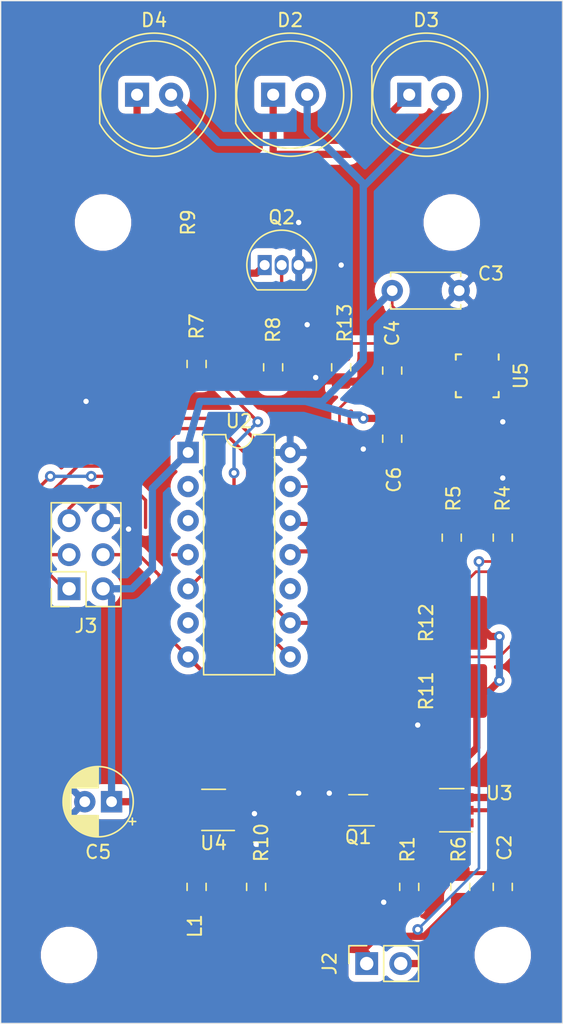
<source format=kicad_pcb>
(kicad_pcb (version 20171130) (host pcbnew 5.1.6)

  (general
    (thickness 1.6)
    (drawings 8)
    (tracks 267)
    (zones 0)
    (modules 32)
    (nets 43)
  )

  (page A4)
  (layers
    (0 F.Cu signal hide)
    (31 B.Cu signal hide)
    (32 B.Adhes user)
    (33 F.Adhes user)
    (34 B.Paste user)
    (35 F.Paste user)
    (36 B.SilkS user)
    (37 F.SilkS user)
    (38 B.Mask user)
    (39 F.Mask user)
    (40 Dwgs.User user)
    (41 Cmts.User user)
    (42 Eco1.User user)
    (43 Eco2.User user)
    (44 Edge.Cuts user)
    (45 Margin user)
    (46 B.CrtYd user)
    (47 F.CrtYd user)
    (48 B.Fab user)
    (49 F.Fab user)
  )

  (setup
    (last_trace_width 0.25)
    (user_trace_width 0.2)
    (user_trace_width 0.3)
    (user_trace_width 0.54)
    (trace_clearance 0.2)
    (zone_clearance 0.508)
    (zone_45_only no)
    (trace_min 0.2)
    (via_size 0.8)
    (via_drill 0.4)
    (via_min_size 0.4)
    (via_min_drill 0.3)
    (uvia_size 0.3)
    (uvia_drill 0.1)
    (uvias_allowed no)
    (uvia_min_size 0.2)
    (uvia_min_drill 0.1)
    (edge_width 0.05)
    (segment_width 0.2)
    (pcb_text_width 0.3)
    (pcb_text_size 1.5 1.5)
    (mod_edge_width 0.12)
    (mod_text_size 1 1)
    (mod_text_width 0.15)
    (pad_size 1.524 1.524)
    (pad_drill 0.762)
    (pad_to_mask_clearance 0.05)
    (aux_axis_origin 73.025 17.145)
    (visible_elements FFFFFF7F)
    (pcbplotparams
      (layerselection 0x010fc_ffffffff)
      (usegerberextensions false)
      (usegerberattributes true)
      (usegerberadvancedattributes true)
      (creategerberjobfile true)
      (excludeedgelayer true)
      (linewidth 0.100000)
      (plotframeref false)
      (viasonmask false)
      (mode 1)
      (useauxorigin false)
      (hpglpennumber 1)
      (hpglpenspeed 20)
      (hpglpendiameter 15.000000)
      (psnegative false)
      (psa4output false)
      (plotreference true)
      (plotvalue true)
      (plotinvisibletext false)
      (padsonsilk false)
      (subtractmaskfromsilk false)
      (outputformat 1)
      (mirror false)
      (drillshape 1)
      (scaleselection 1)
      (outputdirectory ""))
  )

  (net 0 "")
  (net 1 GND)
  (net 2 "Net-(C2-Pad1)")
  (net 3 -BATT)
  (net 4 +2V8)
  (net 5 "Net-(C4-Pad1)")
  (net 6 "Net-(D2-Pad1)")
  (net 7 MISO_ISP)
  (net 8 SCK_ISP)
  (net 9 MOSI_ISP)
  (net 10 nRES_ISP)
  (net 11 "Net-(L1-Pad1)")
  (net 12 "Net-(Q1-Pad3)")
  (net 13 "Net-(Q1-Pad5)")
  (net 14 "Net-(Q1-Pad2)")
  (net 15 "Net-(Q2-Pad2)")
  (net 16 "Net-(Q2-Pad1)")
  (net 17 "Net-(R4-Pad2)")
  (net 18 "Net-(R5-Pad1)")
  (net 19 LED_PWM)
  (net 20 "Net-(R10-Pad1)")
  (net 21 "Net-(R13-Pad1)")
  (net 22 "Net-(U2-Pad2)")
  (net 23 "Net-(U2-Pad3)")
  (net 24 Accel_Int)
  (net 25 "Net-(U2-Pad6)")
  (net 26 "Net-(U5-Pad1)")
  (net 27 "Net-(U5-Pad2)")
  (net 28 "Net-(U5-Pad3)")
  (net 29 "Net-(U5-Pad4)")
  (net 30 "Net-(U5-Pad5)")
  (net 31 "Net-(U5-Pad6)")
  (net 32 "Net-(U5-Pad7)")
  (net 33 "Net-(U5-Pad11)")
  (net 34 "Net-(U5-Pad14)")
  (net 35 "Net-(U5-Pad15)")
  (net 36 "Net-(U5-Pad16)")
  (net 37 "Net-(U5-Pad17)")
  (net 38 "Net-(U5-Pad21)")
  (net 39 +BATT)
  (net 40 "Net-(R1-Pad1)")
  (net 41 "Net-(U5-Pad19)")
  (net 42 "Net-(U2-Pad10)")

  (net_class Default "This is the default net class."
    (clearance 0.2)
    (trace_width 0.25)
    (via_dia 0.8)
    (via_drill 0.4)
    (uvia_dia 0.3)
    (uvia_drill 0.1)
    (add_net +2V8)
    (add_net +BATT)
    (add_net -BATT)
    (add_net Accel_Int)
    (add_net GND)
    (add_net LED_PWM)
    (add_net MISO_ISP)
    (add_net MOSI_ISP)
    (add_net "Net-(C2-Pad1)")
    (add_net "Net-(C4-Pad1)")
    (add_net "Net-(D2-Pad1)")
    (add_net "Net-(L1-Pad1)")
    (add_net "Net-(Q1-Pad2)")
    (add_net "Net-(Q1-Pad3)")
    (add_net "Net-(Q1-Pad5)")
    (add_net "Net-(Q2-Pad1)")
    (add_net "Net-(Q2-Pad2)")
    (add_net "Net-(R1-Pad1)")
    (add_net "Net-(R10-Pad1)")
    (add_net "Net-(R13-Pad1)")
    (add_net "Net-(R4-Pad2)")
    (add_net "Net-(R5-Pad1)")
    (add_net "Net-(U2-Pad10)")
    (add_net "Net-(U2-Pad2)")
    (add_net "Net-(U2-Pad3)")
    (add_net "Net-(U2-Pad6)")
    (add_net "Net-(U5-Pad1)")
    (add_net "Net-(U5-Pad11)")
    (add_net "Net-(U5-Pad14)")
    (add_net "Net-(U5-Pad15)")
    (add_net "Net-(U5-Pad16)")
    (add_net "Net-(U5-Pad17)")
    (add_net "Net-(U5-Pad19)")
    (add_net "Net-(U5-Pad2)")
    (add_net "Net-(U5-Pad21)")
    (add_net "Net-(U5-Pad3)")
    (add_net "Net-(U5-Pad4)")
    (add_net "Net-(U5-Pad5)")
    (add_net "Net-(U5-Pad6)")
    (add_net "Net-(U5-Pad7)")
    (add_net SCK_ISP)
    (add_net nRES_ISP)
  )

  (module MountingHole:MountingHole_3.2mm_M3 (layer F.Cu) (tedit 56D1B4CB) (tstamp 5F81E56E)
    (at 80.645 33.655)
    (descr "Mounting Hole 3.2mm, no annular, M3")
    (tags "mounting hole 3.2mm no annular m3")
    (attr virtual)
    (fp_text reference REF** (at 26.035 -4.445) (layer F.SilkS) hide
      (effects (font (size 1 1) (thickness 0.15)))
    )
    (fp_text value MountingHole_3.2mm_M3 (at -14.224 0.508) (layer F.Fab)
      (effects (font (size 1 1) (thickness 0.15)))
    )
    (fp_text user %R (at 0.3 0) (layer F.Fab)
      (effects (font (size 1 1) (thickness 0.15)))
    )
    (fp_circle (center 0 0) (end 3.2 0) (layer Cmts.User) (width 0.15))
    (fp_circle (center 0 0) (end 3.45 0) (layer F.CrtYd) (width 0.05))
    (pad 1 np_thru_hole circle (at 0 0) (size 3.2 3.2) (drill 3.2) (layers *.Cu *.Mask))
  )

  (module MountingHole:MountingHole_3.2mm_M3 (layer F.Cu) (tedit 56D1B4CB) (tstamp 5F81E5B0)
    (at 110.49 88.265)
    (descr "Mounting Hole 3.2mm, no annular, M3")
    (tags "mounting hole 3.2mm no annular m3")
    (attr virtual)
    (fp_text reference REF** (at -33.655 -3.81) (layer F.SilkS) hide
      (effects (font (size 1 1) (thickness 0.15)))
    )
    (fp_text value MountingHole_3.2mm_M3 (at 0 4.2) (layer F.Fab)
      (effects (font (size 1 1) (thickness 0.15)))
    )
    (fp_text user %R (at 0.3 0) (layer F.Fab)
      (effects (font (size 1 1) (thickness 0.15)))
    )
    (fp_circle (center 0 0) (end 3.2 0) (layer Cmts.User) (width 0.15))
    (fp_circle (center 0 0) (end 3.45 0) (layer F.CrtYd) (width 0.05))
    (pad 1 np_thru_hole circle (at 0 0) (size 3.2 3.2) (drill 3.2) (layers *.Cu *.Mask))
  )

  (module MountingHole:MountingHole_3.2mm_M3 (layer F.Cu) (tedit 56D1B4CB) (tstamp 5F81EB8D)
    (at 78.105 88.265)
    (descr "Mounting Hole 3.2mm, no annular, M3")
    (tags "mounting hole 3.2mm no annular m3")
    (attr virtual)
    (fp_text reference REF** (at 1.27 -59.055) (layer F.SilkS) hide
      (effects (font (size 1 1) (thickness 0.15)))
    )
    (fp_text value MountingHole_3.2mm_M3 (at 0 4.2) (layer F.Fab)
      (effects (font (size 1 1) (thickness 0.15)))
    )
    (fp_text user %R (at 0.3 0) (layer F.Fab) hide
      (effects (font (size 1 1) (thickness 0.15)))
    )
    (fp_circle (center 0 0) (end 3.2 0) (layer Cmts.User) (width 0.15))
    (fp_circle (center 0 0) (end 3.45 0) (layer F.CrtYd) (width 0.05))
    (pad 1 np_thru_hole circle (at 0 0) (size 3.2 3.2) (drill 3.2) (layers *.Cu *.Mask))
  )

  (module MountingHole:MountingHole_3.2mm_M3 (layer F.Cu) (tedit 56D1B4CB) (tstamp 5F81E584)
    (at 106.68 33.655)
    (descr "Mounting Hole 3.2mm, no annular, M3")
    (tags "mounting hole 3.2mm no annular m3")
    (attr virtual)
    (fp_text reference REF** (at 5.08 -1.905) (layer F.SilkS) hide
      (effects (font (size 1 1) (thickness 0.15)))
    )
    (fp_text value MountingHole_3.2mm_M3 (at 14.097 0) (layer F.Fab)
      (effects (font (size 1 1) (thickness 0.15)))
    )
    (fp_text user %R (at 0.3 0) (layer F.Fab)
      (effects (font (size 1 1) (thickness 0.15)))
    )
    (fp_circle (center 0 0) (end 3.2 0) (layer Cmts.User) (width 0.15))
    (fp_circle (center 0 0) (end 3.45 0) (layer F.CrtYd) (width 0.05))
    (pad 1 np_thru_hole circle (at 0 0) (size 3.2 3.2) (drill 3.2) (layers *.Cu *.Mask))
  )

  (module Package_DIP:DIP-14_W7.62mm (layer F.Cu) (tedit 5A02E8C5) (tstamp 5F7E5B2E)
    (at 86.995 50.8)
    (descr "14-lead though-hole mounted DIP package, row spacing 7.62 mm (300 mils)")
    (tags "THT DIP DIL PDIP 2.54mm 7.62mm 300mil")
    (path /5F729DB3)
    (fp_text reference U2 (at 3.81 -2.33) (layer F.SilkS)
      (effects (font (size 1 1) (thickness 0.15)))
    )
    (fp_text value ATtiny84-20PU (at 3.81 17.57) (layer F.Fab)
      (effects (font (size 1 1) (thickness 0.15)))
    )
    (fp_line (start 8.7 -1.55) (end -1.1 -1.55) (layer F.CrtYd) (width 0.05))
    (fp_line (start 8.7 16.8) (end 8.7 -1.55) (layer F.CrtYd) (width 0.05))
    (fp_line (start -1.1 16.8) (end 8.7 16.8) (layer F.CrtYd) (width 0.05))
    (fp_line (start -1.1 -1.55) (end -1.1 16.8) (layer F.CrtYd) (width 0.05))
    (fp_line (start 6.46 -1.33) (end 4.81 -1.33) (layer F.SilkS) (width 0.12))
    (fp_line (start 6.46 16.57) (end 6.46 -1.33) (layer F.SilkS) (width 0.12))
    (fp_line (start 1.16 16.57) (end 6.46 16.57) (layer F.SilkS) (width 0.12))
    (fp_line (start 1.16 -1.33) (end 1.16 16.57) (layer F.SilkS) (width 0.12))
    (fp_line (start 2.81 -1.33) (end 1.16 -1.33) (layer F.SilkS) (width 0.12))
    (fp_line (start 0.635 -0.27) (end 1.635 -1.27) (layer F.Fab) (width 0.1))
    (fp_line (start 0.635 16.51) (end 0.635 -0.27) (layer F.Fab) (width 0.1))
    (fp_line (start 6.985 16.51) (end 0.635 16.51) (layer F.Fab) (width 0.1))
    (fp_line (start 6.985 -1.27) (end 6.985 16.51) (layer F.Fab) (width 0.1))
    (fp_line (start 1.635 -1.27) (end 6.985 -1.27) (layer F.Fab) (width 0.1))
    (fp_arc (start 3.81 -1.33) (end 2.81 -1.33) (angle -180) (layer F.SilkS) (width 0.12))
    (fp_text user %R (at 3.81 7.62) (layer F.Fab)
      (effects (font (size 1 1) (thickness 0.15)))
    )
    (pad 1 thru_hole rect (at 0 0) (size 1.6 1.6) (drill 0.8) (layers *.Cu *.Mask)
      (net 4 +2V8))
    (pad 8 thru_hole oval (at 7.62 15.24) (size 1.6 1.6) (drill 0.8) (layers *.Cu *.Mask)
      (net 7 MISO_ISP))
    (pad 2 thru_hole oval (at 0 2.54) (size 1.6 1.6) (drill 0.8) (layers *.Cu *.Mask)
      (net 22 "Net-(U2-Pad2)"))
    (pad 9 thru_hole oval (at 7.62 12.7) (size 1.6 1.6) (drill 0.8) (layers *.Cu *.Mask)
      (net 8 SCK_ISP))
    (pad 3 thru_hole oval (at 0 5.08) (size 1.6 1.6) (drill 0.8) (layers *.Cu *.Mask)
      (net 23 "Net-(U2-Pad3)"))
    (pad 10 thru_hole oval (at 7.62 10.16) (size 1.6 1.6) (drill 0.8) (layers *.Cu *.Mask)
      (net 42 "Net-(U2-Pad10)"))
    (pad 4 thru_hole oval (at 0 7.62) (size 1.6 1.6) (drill 0.8) (layers *.Cu *.Mask)
      (net 10 nRES_ISP))
    (pad 11 thru_hole oval (at 7.62 7.62) (size 1.6 1.6) (drill 0.8) (layers *.Cu *.Mask)
      (net 18 "Net-(R5-Pad1)"))
    (pad 5 thru_hole oval (at 0 10.16) (size 1.6 1.6) (drill 0.8) (layers *.Cu *.Mask)
      (net 19 LED_PWM))
    (pad 12 thru_hole oval (at 7.62 5.08) (size 1.6 1.6) (drill 0.8) (layers *.Cu *.Mask)
      (net 17 "Net-(R4-Pad2)"))
    (pad 6 thru_hole oval (at 0 12.7) (size 1.6 1.6) (drill 0.8) (layers *.Cu *.Mask)
      (net 25 "Net-(U2-Pad6)"))
    (pad 13 thru_hole oval (at 7.62 2.54) (size 1.6 1.6) (drill 0.8) (layers *.Cu *.Mask)
      (net 24 Accel_Int))
    (pad 7 thru_hole oval (at 0 15.24) (size 1.6 1.6) (drill 0.8) (layers *.Cu *.Mask)
      (net 9 MOSI_ISP))
    (pad 14 thru_hole oval (at 7.62 0) (size 1.6 1.6) (drill 0.8) (layers *.Cu *.Mask)
      (net 1 GND))
    (model ${KISYS3DMOD}/Package_DIP.3dshapes/DIP-14_W7.62mm.wrl
      (at (xyz 0 0 0))
      (scale (xyz 1 1 1))
      (rotate (xyz 0 0 0))
    )
  )

  (module LED_THT:LED_D8.0mm (layer F.Cu) (tedit 587A3A7B) (tstamp 5F7E59CA)
    (at 93.345 24.13)
    (descr "LED, diameter 8.0mm, 2 pins, http://cdn-reichelt.de/documents/datenblatt/A500/LED8MMGE_LED8MMGN_LED8MMRT%23KIN.pdf")
    (tags "LED diameter 8.0mm 2 pins")
    (path /5F76C2B4)
    (fp_text reference D2 (at 1.27 -5.56) (layer F.SilkS)
      (effects (font (size 1 1) (thickness 0.15)))
    )
    (fp_text value "LED 8-4500" (at 1.27 5.56) (layer F.Fab)
      (effects (font (size 1 1) (thickness 0.15)))
    )
    (fp_line (start 6.1 -4.85) (end -3.55 -4.85) (layer F.CrtYd) (width 0.05))
    (fp_line (start 6.1 4.85) (end 6.1 -4.85) (layer F.CrtYd) (width 0.05))
    (fp_line (start -3.55 4.85) (end 6.1 4.85) (layer F.CrtYd) (width 0.05))
    (fp_line (start -3.55 -4.85) (end -3.55 4.85) (layer F.CrtYd) (width 0.05))
    (fp_line (start -2.79 -2.142) (end -2.79 2.142) (layer F.SilkS) (width 0.12))
    (fp_line (start -2.73 -2.061553) (end -2.73 2.061553) (layer F.Fab) (width 0.1))
    (fp_circle (center 1.27 0) (end 5.27 0) (layer F.SilkS) (width 0.12))
    (fp_circle (center 1.27 0) (end 5.27 0) (layer F.Fab) (width 0.1))
    (fp_arc (start 1.27 0) (end -2.73 -2.061553) (angle 305.5) (layer F.Fab) (width 0.1))
    (fp_arc (start 1.27 0) (end -2.79 -2.141145) (angle 152.2) (layer F.SilkS) (width 0.12))
    (fp_arc (start 1.27 0) (end -2.79 2.141145) (angle -152.2) (layer F.SilkS) (width 0.12))
    (pad 1 thru_hole rect (at 0 0) (size 1.8 1.8) (drill 0.9) (layers *.Cu *.Mask)
      (net 6 "Net-(D2-Pad1)"))
    (pad 2 thru_hole circle (at 2.54 0) (size 1.8 1.8) (drill 0.9) (layers *.Cu *.Mask)
      (net 4 +2V8))
    (model ${KISYS3DMOD}/LED_THT.3dshapes/LED_D8.0mm.wrl
      (at (xyz 0 0 0))
      (scale (xyz 1 1 1))
      (rotate (xyz 0 0 0))
    )
  )

  (module Package_TO_SOT_THT:TO-92_Inline (layer F.Cu) (tedit 5A1DD157) (tstamp 5F7E5A57)
    (at 92.71 36.83)
    (descr "TO-92 leads in-line, narrow, oval pads, drill 0.75mm (see NXP sot054_po.pdf)")
    (tags "to-92 sc-43 sc-43a sot54 PA33 transistor")
    (path /5F76D7A2)
    (fp_text reference Q2 (at 1.27 -3.56) (layer F.SilkS)
      (effects (font (size 1 1) (thickness 0.15)))
    )
    (fp_text value BC547 (at 1.27 2.79) (layer F.Fab)
      (effects (font (size 1 1) (thickness 0.15)))
    )
    (fp_line (start 4 2.01) (end -1.46 2.01) (layer F.CrtYd) (width 0.05))
    (fp_line (start 4 2.01) (end 4 -2.73) (layer F.CrtYd) (width 0.05))
    (fp_line (start -1.46 -2.73) (end -1.46 2.01) (layer F.CrtYd) (width 0.05))
    (fp_line (start -1.46 -2.73) (end 4 -2.73) (layer F.CrtYd) (width 0.05))
    (fp_line (start -0.5 1.75) (end 3 1.75) (layer F.Fab) (width 0.1))
    (fp_line (start -0.53 1.85) (end 3.07 1.85) (layer F.SilkS) (width 0.12))
    (fp_text user %R (at 1.27 -3.56) (layer F.Fab)
      (effects (font (size 1 1) (thickness 0.15)))
    )
    (fp_arc (start 1.27 0) (end 1.27 -2.48) (angle 135) (layer F.Fab) (width 0.1))
    (fp_arc (start 1.27 0) (end 1.27 -2.6) (angle -135) (layer F.SilkS) (width 0.12))
    (fp_arc (start 1.27 0) (end 1.27 -2.48) (angle -135) (layer F.Fab) (width 0.1))
    (fp_arc (start 1.27 0) (end 1.27 -2.6) (angle 135) (layer F.SilkS) (width 0.12))
    (pad 2 thru_hole oval (at 1.27 0) (size 1.05 1.5) (drill 0.75) (layers *.Cu *.Mask)
      (net 15 "Net-(Q2-Pad2)"))
    (pad 3 thru_hole oval (at 2.54 0) (size 1.05 1.5) (drill 0.75) (layers *.Cu *.Mask)
      (net 1 GND))
    (pad 1 thru_hole rect (at 0 0) (size 1.05 1.5) (drill 0.75) (layers *.Cu *.Mask)
      (net 16 "Net-(Q2-Pad1)"))
    (model ${KISYS3DMOD}/Package_TO_SOT_THT.3dshapes/TO-92_Inline.wrl
      (at (xyz 0 0 0))
      (scale (xyz 1 1 1))
      (rotate (xyz 0 0 0))
    )
  )

  (module Capacitor_SMD:C_0805_2012Metric_Pad1.15x1.40mm_HandSolder (layer F.Cu) (tedit 5B36C52B) (tstamp 5F7E58FF)
    (at 110.49 83.185 270)
    (descr "Capacitor SMD 0805 (2012 Metric), square (rectangular) end terminal, IPC_7351 nominal with elongated pad for handsoldering. (Body size source: https://docs.google.com/spreadsheets/d/1BsfQQcO9C6DZCsRaXUlFlo91Tg2WpOkGARC1WS5S8t0/edit?usp=sharing), generated with kicad-footprint-generator")
    (tags "capacitor handsolder")
    (path /5F79846E)
    (attr smd)
    (fp_text reference C2 (at -2.921 -0.127 90) (layer F.SilkS)
      (effects (font (size 1 1) (thickness 0.15)))
    )
    (fp_text value 100n (at -0.254 -1.651 90) (layer F.Fab)
      (effects (font (size 1 1) (thickness 0.15)))
    )
    (fp_line (start 1.85 0.95) (end -1.85 0.95) (layer F.CrtYd) (width 0.05))
    (fp_line (start 1.85 -0.95) (end 1.85 0.95) (layer F.CrtYd) (width 0.05))
    (fp_line (start -1.85 -0.95) (end 1.85 -0.95) (layer F.CrtYd) (width 0.05))
    (fp_line (start -1.85 0.95) (end -1.85 -0.95) (layer F.CrtYd) (width 0.05))
    (fp_line (start -0.261252 0.71) (end 0.261252 0.71) (layer F.SilkS) (width 0.12))
    (fp_line (start -0.261252 -0.71) (end 0.261252 -0.71) (layer F.SilkS) (width 0.12))
    (fp_line (start 1 0.6) (end -1 0.6) (layer F.Fab) (width 0.1))
    (fp_line (start 1 -0.6) (end 1 0.6) (layer F.Fab) (width 0.1))
    (fp_line (start -1 -0.6) (end 1 -0.6) (layer F.Fab) (width 0.1))
    (fp_line (start -1 0.6) (end -1 -0.6) (layer F.Fab) (width 0.1))
    (fp_text user %R (at 0 0 90) (layer F.Fab)
      (effects (font (size 0.5 0.5) (thickness 0.08)))
    )
    (pad 1 smd roundrect (at -1.025 0 270) (size 1.15 1.4) (layers F.Cu F.Paste F.Mask) (roundrect_rratio 0.217391)
      (net 2 "Net-(C2-Pad1)"))
    (pad 2 smd roundrect (at 1.025 0 270) (size 1.15 1.4) (layers F.Cu F.Paste F.Mask) (roundrect_rratio 0.217391)
      (net 3 -BATT))
    (model ${KISYS3DMOD}/Capacitor_SMD.3dshapes/C_0805_2012Metric.wrl
      (at (xyz 0 0 0))
      (scale (xyz 1 1 1))
      (rotate (xyz 0 0 0))
    )
  )

  (module Capacitor_THT:C_Disc_D5.0mm_W2.5mm_P5.00mm (layer F.Cu) (tedit 5AE50EF0) (tstamp 5F7E5914)
    (at 102.235 38.735)
    (descr "C, Disc series, Radial, pin pitch=5.00mm, , diameter*width=5*2.5mm^2, Capacitor, http://cdn-reichelt.de/documents/datenblatt/B300/DS_KERKO_TC.pdf")
    (tags "C Disc series Radial pin pitch 5.00mm  diameter 5mm width 2.5mm Capacitor")
    (path /5F7D3DC0)
    (fp_text reference C3 (at 7.366 -1.27) (layer F.SilkS)
      (effects (font (size 1 1) (thickness 0.15)))
    )
    (fp_text value 10n (at 7.874 0.635) (layer F.Fab)
      (effects (font (size 1 1) (thickness 0.15)))
    )
    (fp_line (start 6.05 -1.5) (end -1.05 -1.5) (layer F.CrtYd) (width 0.05))
    (fp_line (start 6.05 1.5) (end 6.05 -1.5) (layer F.CrtYd) (width 0.05))
    (fp_line (start -1.05 1.5) (end 6.05 1.5) (layer F.CrtYd) (width 0.05))
    (fp_line (start -1.05 -1.5) (end -1.05 1.5) (layer F.CrtYd) (width 0.05))
    (fp_line (start 5.12 1.055) (end 5.12 1.37) (layer F.SilkS) (width 0.12))
    (fp_line (start 5.12 -1.37) (end 5.12 -1.055) (layer F.SilkS) (width 0.12))
    (fp_line (start -0.12 1.055) (end -0.12 1.37) (layer F.SilkS) (width 0.12))
    (fp_line (start -0.12 -1.37) (end -0.12 -1.055) (layer F.SilkS) (width 0.12))
    (fp_line (start -0.12 1.37) (end 5.12 1.37) (layer F.SilkS) (width 0.12))
    (fp_line (start -0.12 -1.37) (end 5.12 -1.37) (layer F.SilkS) (width 0.12))
    (fp_line (start 5 -1.25) (end 0 -1.25) (layer F.Fab) (width 0.1))
    (fp_line (start 5 1.25) (end 5 -1.25) (layer F.Fab) (width 0.1))
    (fp_line (start 0 1.25) (end 5 1.25) (layer F.Fab) (width 0.1))
    (fp_line (start 0 -1.25) (end 0 1.25) (layer F.Fab) (width 0.1))
    (fp_text user %R (at 2.54 0) (layer F.Fab)
      (effects (font (size 1 1) (thickness 0.15)))
    )
    (pad 1 thru_hole circle (at 0 0) (size 1.6 1.6) (drill 0.8) (layers *.Cu *.Mask)
      (net 4 +2V8))
    (pad 2 thru_hole circle (at 5 0) (size 1.6 1.6) (drill 0.8) (layers *.Cu *.Mask)
      (net 1 GND))
    (model ${KISYS3DMOD}/Capacitor_THT.3dshapes/C_Disc_D5.0mm_W2.5mm_P5.00mm.wrl
      (at (xyz 0 0 0))
      (scale (xyz 1 1 1))
      (rotate (xyz 0 0 0))
    )
  )

  (module Capacitor_SMD:C_0805_2012Metric_Pad1.15x1.40mm_HandSolder (layer F.Cu) (tedit 5B36C52B) (tstamp 5F7E5925)
    (at 102.235 44.695 270)
    (descr "Capacitor SMD 0805 (2012 Metric), square (rectangular) end terminal, IPC_7351 nominal with elongated pad for handsoldering. (Body size source: https://docs.google.com/spreadsheets/d/1BsfQQcO9C6DZCsRaXUlFlo91Tg2WpOkGARC1WS5S8t0/edit?usp=sharing), generated with kicad-footprint-generator")
    (tags "capacitor handsolder")
    (path /5F7D393F)
    (attr smd)
    (fp_text reference C4 (at -2.785 0 90) (layer F.SilkS)
      (effects (font (size 1 1) (thickness 0.15)))
    )
    (fp_text value 0.1u (at 0 1.65 90) (layer F.Fab)
      (effects (font (size 1 1) (thickness 0.15)))
    )
    (fp_line (start -1 0.6) (end -1 -0.6) (layer F.Fab) (width 0.1))
    (fp_line (start -1 -0.6) (end 1 -0.6) (layer F.Fab) (width 0.1))
    (fp_line (start 1 -0.6) (end 1 0.6) (layer F.Fab) (width 0.1))
    (fp_line (start 1 0.6) (end -1 0.6) (layer F.Fab) (width 0.1))
    (fp_line (start -0.261252 -0.71) (end 0.261252 -0.71) (layer F.SilkS) (width 0.12))
    (fp_line (start -0.261252 0.71) (end 0.261252 0.71) (layer F.SilkS) (width 0.12))
    (fp_line (start -1.85 0.95) (end -1.85 -0.95) (layer F.CrtYd) (width 0.05))
    (fp_line (start -1.85 -0.95) (end 1.85 -0.95) (layer F.CrtYd) (width 0.05))
    (fp_line (start 1.85 -0.95) (end 1.85 0.95) (layer F.CrtYd) (width 0.05))
    (fp_line (start 1.85 0.95) (end -1.85 0.95) (layer F.CrtYd) (width 0.05))
    (fp_text user %R (at 0 0 90) (layer F.Fab)
      (effects (font (size 0.5 0.5) (thickness 0.08)))
    )
    (pad 2 smd roundrect (at 1.025 0 270) (size 1.15 1.4) (layers F.Cu F.Paste F.Mask) (roundrect_rratio 0.217391)
      (net 1 GND))
    (pad 1 smd roundrect (at -1.025 0 270) (size 1.15 1.4) (layers F.Cu F.Paste F.Mask) (roundrect_rratio 0.217391)
      (net 5 "Net-(C4-Pad1)"))
    (model ${KISYS3DMOD}/Capacitor_SMD.3dshapes/C_0805_2012Metric.wrl
      (at (xyz 0 0 0))
      (scale (xyz 1 1 1))
      (rotate (xyz 0 0 0))
    )
  )

  (module Capacitor_THT:CP_Radial_D5.0mm_P2.00mm (layer F.Cu) (tedit 5AE50EF0) (tstamp 5F7E59A8)
    (at 81.28 76.835 180)
    (descr "CP, Radial series, Radial, pin pitch=2.00mm, , diameter=5mm, Electrolytic Capacitor")
    (tags "CP Radial series Radial pin pitch 2.00mm  diameter 5mm Electrolytic Capacitor")
    (path /5F74A3BA)
    (fp_text reference C5 (at 1 -3.75) (layer F.SilkS)
      (effects (font (size 1 1) (thickness 0.15)))
    )
    (fp_text value 10u (at 1 3.75) (layer F.Fab)
      (effects (font (size 1 1) (thickness 0.15)))
    )
    (fp_line (start -1.554775 -1.725) (end -1.554775 -1.225) (layer F.SilkS) (width 0.12))
    (fp_line (start -1.804775 -1.475) (end -1.304775 -1.475) (layer F.SilkS) (width 0.12))
    (fp_line (start 3.601 -0.284) (end 3.601 0.284) (layer F.SilkS) (width 0.12))
    (fp_line (start 3.561 -0.518) (end 3.561 0.518) (layer F.SilkS) (width 0.12))
    (fp_line (start 3.521 -0.677) (end 3.521 0.677) (layer F.SilkS) (width 0.12))
    (fp_line (start 3.481 -0.805) (end 3.481 0.805) (layer F.SilkS) (width 0.12))
    (fp_line (start 3.441 -0.915) (end 3.441 0.915) (layer F.SilkS) (width 0.12))
    (fp_line (start 3.401 -1.011) (end 3.401 1.011) (layer F.SilkS) (width 0.12))
    (fp_line (start 3.361 -1.098) (end 3.361 1.098) (layer F.SilkS) (width 0.12))
    (fp_line (start 3.321 -1.178) (end 3.321 1.178) (layer F.SilkS) (width 0.12))
    (fp_line (start 3.281 -1.251) (end 3.281 1.251) (layer F.SilkS) (width 0.12))
    (fp_line (start 3.241 -1.319) (end 3.241 1.319) (layer F.SilkS) (width 0.12))
    (fp_line (start 3.201 -1.383) (end 3.201 1.383) (layer F.SilkS) (width 0.12))
    (fp_line (start 3.161 -1.443) (end 3.161 1.443) (layer F.SilkS) (width 0.12))
    (fp_line (start 3.121 -1.5) (end 3.121 1.5) (layer F.SilkS) (width 0.12))
    (fp_line (start 3.081 -1.554) (end 3.081 1.554) (layer F.SilkS) (width 0.12))
    (fp_line (start 3.041 -1.605) (end 3.041 1.605) (layer F.SilkS) (width 0.12))
    (fp_line (start 3.001 1.04) (end 3.001 1.653) (layer F.SilkS) (width 0.12))
    (fp_line (start 3.001 -1.653) (end 3.001 -1.04) (layer F.SilkS) (width 0.12))
    (fp_line (start 2.961 1.04) (end 2.961 1.699) (layer F.SilkS) (width 0.12))
    (fp_line (start 2.961 -1.699) (end 2.961 -1.04) (layer F.SilkS) (width 0.12))
    (fp_line (start 2.921 1.04) (end 2.921 1.743) (layer F.SilkS) (width 0.12))
    (fp_line (start 2.921 -1.743) (end 2.921 -1.04) (layer F.SilkS) (width 0.12))
    (fp_line (start 2.881 1.04) (end 2.881 1.785) (layer F.SilkS) (width 0.12))
    (fp_line (start 2.881 -1.785) (end 2.881 -1.04) (layer F.SilkS) (width 0.12))
    (fp_line (start 2.841 1.04) (end 2.841 1.826) (layer F.SilkS) (width 0.12))
    (fp_line (start 2.841 -1.826) (end 2.841 -1.04) (layer F.SilkS) (width 0.12))
    (fp_line (start 2.801 1.04) (end 2.801 1.864) (layer F.SilkS) (width 0.12))
    (fp_line (start 2.801 -1.864) (end 2.801 -1.04) (layer F.SilkS) (width 0.12))
    (fp_line (start 2.761 1.04) (end 2.761 1.901) (layer F.SilkS) (width 0.12))
    (fp_line (start 2.761 -1.901) (end 2.761 -1.04) (layer F.SilkS) (width 0.12))
    (fp_line (start 2.721 1.04) (end 2.721 1.937) (layer F.SilkS) (width 0.12))
    (fp_line (start 2.721 -1.937) (end 2.721 -1.04) (layer F.SilkS) (width 0.12))
    (fp_line (start 2.681 1.04) (end 2.681 1.971) (layer F.SilkS) (width 0.12))
    (fp_line (start 2.681 -1.971) (end 2.681 -1.04) (layer F.SilkS) (width 0.12))
    (fp_line (start 2.641 1.04) (end 2.641 2.004) (layer F.SilkS) (width 0.12))
    (fp_line (start 2.641 -2.004) (end 2.641 -1.04) (layer F.SilkS) (width 0.12))
    (fp_line (start 2.601 1.04) (end 2.601 2.035) (layer F.SilkS) (width 0.12))
    (fp_line (start 2.601 -2.035) (end 2.601 -1.04) (layer F.SilkS) (width 0.12))
    (fp_line (start 2.561 1.04) (end 2.561 2.065) (layer F.SilkS) (width 0.12))
    (fp_line (start 2.561 -2.065) (end 2.561 -1.04) (layer F.SilkS) (width 0.12))
    (fp_line (start 2.521 1.04) (end 2.521 2.095) (layer F.SilkS) (width 0.12))
    (fp_line (start 2.521 -2.095) (end 2.521 -1.04) (layer F.SilkS) (width 0.12))
    (fp_line (start 2.481 1.04) (end 2.481 2.122) (layer F.SilkS) (width 0.12))
    (fp_line (start 2.481 -2.122) (end 2.481 -1.04) (layer F.SilkS) (width 0.12))
    (fp_line (start 2.441 1.04) (end 2.441 2.149) (layer F.SilkS) (width 0.12))
    (fp_line (start 2.441 -2.149) (end 2.441 -1.04) (layer F.SilkS) (width 0.12))
    (fp_line (start 2.401 1.04) (end 2.401 2.175) (layer F.SilkS) (width 0.12))
    (fp_line (start 2.401 -2.175) (end 2.401 -1.04) (layer F.SilkS) (width 0.12))
    (fp_line (start 2.361 1.04) (end 2.361 2.2) (layer F.SilkS) (width 0.12))
    (fp_line (start 2.361 -2.2) (end 2.361 -1.04) (layer F.SilkS) (width 0.12))
    (fp_line (start 2.321 1.04) (end 2.321 2.224) (layer F.SilkS) (width 0.12))
    (fp_line (start 2.321 -2.224) (end 2.321 -1.04) (layer F.SilkS) (width 0.12))
    (fp_line (start 2.281 1.04) (end 2.281 2.247) (layer F.SilkS) (width 0.12))
    (fp_line (start 2.281 -2.247) (end 2.281 -1.04) (layer F.SilkS) (width 0.12))
    (fp_line (start 2.241 1.04) (end 2.241 2.268) (layer F.SilkS) (width 0.12))
    (fp_line (start 2.241 -2.268) (end 2.241 -1.04) (layer F.SilkS) (width 0.12))
    (fp_line (start 2.201 1.04) (end 2.201 2.29) (layer F.SilkS) (width 0.12))
    (fp_line (start 2.201 -2.29) (end 2.201 -1.04) (layer F.SilkS) (width 0.12))
    (fp_line (start 2.161 1.04) (end 2.161 2.31) (layer F.SilkS) (width 0.12))
    (fp_line (start 2.161 -2.31) (end 2.161 -1.04) (layer F.SilkS) (width 0.12))
    (fp_line (start 2.121 1.04) (end 2.121 2.329) (layer F.SilkS) (width 0.12))
    (fp_line (start 2.121 -2.329) (end 2.121 -1.04) (layer F.SilkS) (width 0.12))
    (fp_line (start 2.081 1.04) (end 2.081 2.348) (layer F.SilkS) (width 0.12))
    (fp_line (start 2.081 -2.348) (end 2.081 -1.04) (layer F.SilkS) (width 0.12))
    (fp_line (start 2.041 1.04) (end 2.041 2.365) (layer F.SilkS) (width 0.12))
    (fp_line (start 2.041 -2.365) (end 2.041 -1.04) (layer F.SilkS) (width 0.12))
    (fp_line (start 2.001 1.04) (end 2.001 2.382) (layer F.SilkS) (width 0.12))
    (fp_line (start 2.001 -2.382) (end 2.001 -1.04) (layer F.SilkS) (width 0.12))
    (fp_line (start 1.961 1.04) (end 1.961 2.398) (layer F.SilkS) (width 0.12))
    (fp_line (start 1.961 -2.398) (end 1.961 -1.04) (layer F.SilkS) (width 0.12))
    (fp_line (start 1.921 1.04) (end 1.921 2.414) (layer F.SilkS) (width 0.12))
    (fp_line (start 1.921 -2.414) (end 1.921 -1.04) (layer F.SilkS) (width 0.12))
    (fp_line (start 1.881 1.04) (end 1.881 2.428) (layer F.SilkS) (width 0.12))
    (fp_line (start 1.881 -2.428) (end 1.881 -1.04) (layer F.SilkS) (width 0.12))
    (fp_line (start 1.841 1.04) (end 1.841 2.442) (layer F.SilkS) (width 0.12))
    (fp_line (start 1.841 -2.442) (end 1.841 -1.04) (layer F.SilkS) (width 0.12))
    (fp_line (start 1.801 1.04) (end 1.801 2.455) (layer F.SilkS) (width 0.12))
    (fp_line (start 1.801 -2.455) (end 1.801 -1.04) (layer F.SilkS) (width 0.12))
    (fp_line (start 1.761 1.04) (end 1.761 2.468) (layer F.SilkS) (width 0.12))
    (fp_line (start 1.761 -2.468) (end 1.761 -1.04) (layer F.SilkS) (width 0.12))
    (fp_line (start 1.721 1.04) (end 1.721 2.48) (layer F.SilkS) (width 0.12))
    (fp_line (start 1.721 -2.48) (end 1.721 -1.04) (layer F.SilkS) (width 0.12))
    (fp_line (start 1.68 1.04) (end 1.68 2.491) (layer F.SilkS) (width 0.12))
    (fp_line (start 1.68 -2.491) (end 1.68 -1.04) (layer F.SilkS) (width 0.12))
    (fp_line (start 1.64 1.04) (end 1.64 2.501) (layer F.SilkS) (width 0.12))
    (fp_line (start 1.64 -2.501) (end 1.64 -1.04) (layer F.SilkS) (width 0.12))
    (fp_line (start 1.6 1.04) (end 1.6 2.511) (layer F.SilkS) (width 0.12))
    (fp_line (start 1.6 -2.511) (end 1.6 -1.04) (layer F.SilkS) (width 0.12))
    (fp_line (start 1.56 1.04) (end 1.56 2.52) (layer F.SilkS) (width 0.12))
    (fp_line (start 1.56 -2.52) (end 1.56 -1.04) (layer F.SilkS) (width 0.12))
    (fp_line (start 1.52 1.04) (end 1.52 2.528) (layer F.SilkS) (width 0.12))
    (fp_line (start 1.52 -2.528) (end 1.52 -1.04) (layer F.SilkS) (width 0.12))
    (fp_line (start 1.48 1.04) (end 1.48 2.536) (layer F.SilkS) (width 0.12))
    (fp_line (start 1.48 -2.536) (end 1.48 -1.04) (layer F.SilkS) (width 0.12))
    (fp_line (start 1.44 1.04) (end 1.44 2.543) (layer F.SilkS) (width 0.12))
    (fp_line (start 1.44 -2.543) (end 1.44 -1.04) (layer F.SilkS) (width 0.12))
    (fp_line (start 1.4 1.04) (end 1.4 2.55) (layer F.SilkS) (width 0.12))
    (fp_line (start 1.4 -2.55) (end 1.4 -1.04) (layer F.SilkS) (width 0.12))
    (fp_line (start 1.36 1.04) (end 1.36 2.556) (layer F.SilkS) (width 0.12))
    (fp_line (start 1.36 -2.556) (end 1.36 -1.04) (layer F.SilkS) (width 0.12))
    (fp_line (start 1.32 1.04) (end 1.32 2.561) (layer F.SilkS) (width 0.12))
    (fp_line (start 1.32 -2.561) (end 1.32 -1.04) (layer F.SilkS) (width 0.12))
    (fp_line (start 1.28 1.04) (end 1.28 2.565) (layer F.SilkS) (width 0.12))
    (fp_line (start 1.28 -2.565) (end 1.28 -1.04) (layer F.SilkS) (width 0.12))
    (fp_line (start 1.24 1.04) (end 1.24 2.569) (layer F.SilkS) (width 0.12))
    (fp_line (start 1.24 -2.569) (end 1.24 -1.04) (layer F.SilkS) (width 0.12))
    (fp_line (start 1.2 1.04) (end 1.2 2.573) (layer F.SilkS) (width 0.12))
    (fp_line (start 1.2 -2.573) (end 1.2 -1.04) (layer F.SilkS) (width 0.12))
    (fp_line (start 1.16 1.04) (end 1.16 2.576) (layer F.SilkS) (width 0.12))
    (fp_line (start 1.16 -2.576) (end 1.16 -1.04) (layer F.SilkS) (width 0.12))
    (fp_line (start 1.12 1.04) (end 1.12 2.578) (layer F.SilkS) (width 0.12))
    (fp_line (start 1.12 -2.578) (end 1.12 -1.04) (layer F.SilkS) (width 0.12))
    (fp_line (start 1.08 1.04) (end 1.08 2.579) (layer F.SilkS) (width 0.12))
    (fp_line (start 1.08 -2.579) (end 1.08 -1.04) (layer F.SilkS) (width 0.12))
    (fp_line (start 1.04 -2.58) (end 1.04 -1.04) (layer F.SilkS) (width 0.12))
    (fp_line (start 1.04 1.04) (end 1.04 2.58) (layer F.SilkS) (width 0.12))
    (fp_line (start 1 -2.58) (end 1 -1.04) (layer F.SilkS) (width 0.12))
    (fp_line (start 1 1.04) (end 1 2.58) (layer F.SilkS) (width 0.12))
    (fp_line (start -0.883605 -1.3375) (end -0.883605 -0.8375) (layer F.Fab) (width 0.1))
    (fp_line (start -1.133605 -1.0875) (end -0.633605 -1.0875) (layer F.Fab) (width 0.1))
    (fp_circle (center 1 0) (end 3.75 0) (layer F.CrtYd) (width 0.05))
    (fp_circle (center 1 0) (end 3.62 0) (layer F.SilkS) (width 0.12))
    (fp_circle (center 1 0) (end 3.5 0) (layer F.Fab) (width 0.1))
    (fp_text user %R (at 1 0) (layer F.Fab)
      (effects (font (size 1 1) (thickness 0.15)))
    )
    (pad 1 thru_hole rect (at 0 0 180) (size 1.6 1.6) (drill 0.8) (layers *.Cu *.Mask)
      (net 4 +2V8))
    (pad 2 thru_hole circle (at 2 0 180) (size 1.6 1.6) (drill 0.8) (layers *.Cu *.Mask)
      (net 1 GND))
    (model ${KISYS3DMOD}/Capacitor_THT.3dshapes/CP_Radial_D5.0mm_P2.00mm.wrl
      (at (xyz 0 0 0))
      (scale (xyz 1 1 1))
      (rotate (xyz 0 0 0))
    )
  )

  (module Capacitor_SMD:C_0805_2012Metric_Pad1.15x1.40mm_HandSolder (layer F.Cu) (tedit 5B36C52B) (tstamp 5F7E59B9)
    (at 102.235 49.775 270)
    (descr "Capacitor SMD 0805 (2012 Metric), square (rectangular) end terminal, IPC_7351 nominal with elongated pad for handsoldering. (Body size source: https://docs.google.com/spreadsheets/d/1BsfQQcO9C6DZCsRaXUlFlo91Tg2WpOkGARC1WS5S8t0/edit?usp=sharing), generated with kicad-footprint-generator")
    (tags "capacitor handsolder")
    (path /5F7DA892)
    (attr smd)
    (fp_text reference C6 (at 3.057 -0.127 90) (layer F.SilkS)
      (effects (font (size 1 1) (thickness 0.15)))
    )
    (fp_text value 0.1u (at 0 1.65 90) (layer F.Fab)
      (effects (font (size 1 1) (thickness 0.15)))
    )
    (fp_line (start 1.85 0.95) (end -1.85 0.95) (layer F.CrtYd) (width 0.05))
    (fp_line (start 1.85 -0.95) (end 1.85 0.95) (layer F.CrtYd) (width 0.05))
    (fp_line (start -1.85 -0.95) (end 1.85 -0.95) (layer F.CrtYd) (width 0.05))
    (fp_line (start -1.85 0.95) (end -1.85 -0.95) (layer F.CrtYd) (width 0.05))
    (fp_line (start -0.261252 0.71) (end 0.261252 0.71) (layer F.SilkS) (width 0.12))
    (fp_line (start -0.261252 -0.71) (end 0.261252 -0.71) (layer F.SilkS) (width 0.12))
    (fp_line (start 1 0.6) (end -1 0.6) (layer F.Fab) (width 0.1))
    (fp_line (start 1 -0.6) (end 1 0.6) (layer F.Fab) (width 0.1))
    (fp_line (start -1 -0.6) (end 1 -0.6) (layer F.Fab) (width 0.1))
    (fp_line (start -1 0.6) (end -1 -0.6) (layer F.Fab) (width 0.1))
    (fp_text user %R (at 0 0 90) (layer F.Fab)
      (effects (font (size 0.5 0.5) (thickness 0.08)))
    )
    (pad 1 smd roundrect (at -1.025 0 270) (size 1.15 1.4) (layers F.Cu F.Paste F.Mask) (roundrect_rratio 0.217391)
      (net 4 +2V8))
    (pad 2 smd roundrect (at 1.025 0 270) (size 1.15 1.4) (layers F.Cu F.Paste F.Mask) (roundrect_rratio 0.217391)
      (net 1 GND))
    (model ${KISYS3DMOD}/Capacitor_SMD.3dshapes/C_0805_2012Metric.wrl
      (at (xyz 0 0 0))
      (scale (xyz 1 1 1))
      (rotate (xyz 0 0 0))
    )
  )

  (module LED_THT:LED_D8.0mm (layer F.Cu) (tedit 587A3A7B) (tstamp 5F7E59DB)
    (at 103.505 24.13)
    (descr "LED, diameter 8.0mm, 2 pins, http://cdn-reichelt.de/documents/datenblatt/A500/LED8MMGE_LED8MMGN_LED8MMRT%23KIN.pdf")
    (tags "LED diameter 8.0mm 2 pins")
    (path /5F76B89E)
    (fp_text reference D3 (at 1.27 -5.56) (layer F.SilkS)
      (effects (font (size 1 1) (thickness 0.15)))
    )
    (fp_text value "LED 8-4500" (at 1.27 5.56) (layer F.Fab)
      (effects (font (size 1 1) (thickness 0.15)))
    )
    (fp_circle (center 1.27 0) (end 5.27 0) (layer F.Fab) (width 0.1))
    (fp_circle (center 1.27 0) (end 5.27 0) (layer F.SilkS) (width 0.12))
    (fp_line (start -2.73 -2.061553) (end -2.73 2.061553) (layer F.Fab) (width 0.1))
    (fp_line (start -2.79 -2.142) (end -2.79 2.142) (layer F.SilkS) (width 0.12))
    (fp_line (start -3.55 -4.85) (end -3.55 4.85) (layer F.CrtYd) (width 0.05))
    (fp_line (start -3.55 4.85) (end 6.1 4.85) (layer F.CrtYd) (width 0.05))
    (fp_line (start 6.1 4.85) (end 6.1 -4.85) (layer F.CrtYd) (width 0.05))
    (fp_line (start 6.1 -4.85) (end -3.55 -4.85) (layer F.CrtYd) (width 0.05))
    (fp_arc (start 1.27 0) (end -2.79 2.141145) (angle -152.2) (layer F.SilkS) (width 0.12))
    (fp_arc (start 1.27 0) (end -2.79 -2.141145) (angle 152.2) (layer F.SilkS) (width 0.12))
    (fp_arc (start 1.27 0) (end -2.73 -2.061553) (angle 305.5) (layer F.Fab) (width 0.1))
    (pad 2 thru_hole circle (at 2.54 0) (size 1.8 1.8) (drill 0.9) (layers *.Cu *.Mask)
      (net 4 +2V8))
    (pad 1 thru_hole rect (at 0 0) (size 1.8 1.8) (drill 0.9) (layers *.Cu *.Mask)
      (net 6 "Net-(D2-Pad1)"))
    (model ${KISYS3DMOD}/LED_THT.3dshapes/LED_D8.0mm.wrl
      (at (xyz 0 0 0))
      (scale (xyz 1 1 1))
      (rotate (xyz 0 0 0))
    )
  )

  (module LED_THT:LED_D8.0mm (layer F.Cu) (tedit 587A3A7B) (tstamp 5F7E59EC)
    (at 83.185 24.13)
    (descr "LED, diameter 8.0mm, 2 pins, http://cdn-reichelt.de/documents/datenblatt/A500/LED8MMGE_LED8MMGN_LED8MMRT%23KIN.pdf")
    (tags "LED diameter 8.0mm 2 pins")
    (path /5F7509F3)
    (fp_text reference D4 (at 1.27 -5.56) (layer F.SilkS)
      (effects (font (size 1 1) (thickness 0.15)))
    )
    (fp_text value "LED 8-4500" (at 1.27 5.56) (layer F.Fab)
      (effects (font (size 1 1) (thickness 0.15)))
    )
    (fp_line (start 6.1 -4.85) (end -3.55 -4.85) (layer F.CrtYd) (width 0.05))
    (fp_line (start 6.1 4.85) (end 6.1 -4.85) (layer F.CrtYd) (width 0.05))
    (fp_line (start -3.55 4.85) (end 6.1 4.85) (layer F.CrtYd) (width 0.05))
    (fp_line (start -3.55 -4.85) (end -3.55 4.85) (layer F.CrtYd) (width 0.05))
    (fp_line (start -2.79 -2.142) (end -2.79 2.142) (layer F.SilkS) (width 0.12))
    (fp_line (start -2.73 -2.061553) (end -2.73 2.061553) (layer F.Fab) (width 0.1))
    (fp_circle (center 1.27 0) (end 5.27 0) (layer F.SilkS) (width 0.12))
    (fp_circle (center 1.27 0) (end 5.27 0) (layer F.Fab) (width 0.1))
    (fp_arc (start 1.27 0) (end -2.73 -2.061553) (angle 305.5) (layer F.Fab) (width 0.1))
    (fp_arc (start 1.27 0) (end -2.79 -2.141145) (angle 152.2) (layer F.SilkS) (width 0.12))
    (fp_arc (start 1.27 0) (end -2.79 2.141145) (angle -152.2) (layer F.SilkS) (width 0.12))
    (pad 1 thru_hole rect (at 0 0) (size 1.8 1.8) (drill 0.9) (layers *.Cu *.Mask)
      (net 6 "Net-(D2-Pad1)"))
    (pad 2 thru_hole circle (at 2.54 0) (size 1.8 1.8) (drill 0.9) (layers *.Cu *.Mask)
      (net 4 +2V8))
    (model ${KISYS3DMOD}/LED_THT.3dshapes/LED_D8.0mm.wrl
      (at (xyz 0 0 0))
      (scale (xyz 1 1 1))
      (rotate (xyz 0 0 0))
    )
  )

  (module Connector_PinSocket_2.54mm:PinSocket_1x02_P2.54mm_Vertical (layer F.Cu) (tedit 5A19A420) (tstamp 5F81F422)
    (at 100.33 88.9 90)
    (descr "Through hole straight socket strip, 1x02, 2.54mm pitch, single row (from Kicad 4.0.7), script generated")
    (tags "Through hole socket strip THT 1x02 2.54mm single row")
    (path /5F7539AB)
    (fp_text reference J2 (at 0 -2.77 90) (layer F.SilkS)
      (effects (font (size 1 1) (thickness 0.15)))
    )
    (fp_text value "Battery Connector" (at -2.159 0.254 180) (layer F.Fab)
      (effects (font (size 1 1) (thickness 0.15)))
    )
    (fp_line (start -1.8 4.3) (end -1.8 -1.8) (layer F.CrtYd) (width 0.05))
    (fp_line (start 1.75 4.3) (end -1.8 4.3) (layer F.CrtYd) (width 0.05))
    (fp_line (start 1.75 -1.8) (end 1.75 4.3) (layer F.CrtYd) (width 0.05))
    (fp_line (start -1.8 -1.8) (end 1.75 -1.8) (layer F.CrtYd) (width 0.05))
    (fp_line (start 0 -1.33) (end 1.33 -1.33) (layer F.SilkS) (width 0.12))
    (fp_line (start 1.33 -1.33) (end 1.33 0) (layer F.SilkS) (width 0.12))
    (fp_line (start 1.33 1.27) (end 1.33 3.87) (layer F.SilkS) (width 0.12))
    (fp_line (start -1.33 3.87) (end 1.33 3.87) (layer F.SilkS) (width 0.12))
    (fp_line (start -1.33 1.27) (end -1.33 3.87) (layer F.SilkS) (width 0.12))
    (fp_line (start -1.33 1.27) (end 1.33 1.27) (layer F.SilkS) (width 0.12))
    (fp_line (start -1.27 3.81) (end -1.27 -1.27) (layer F.Fab) (width 0.1))
    (fp_line (start 1.27 3.81) (end -1.27 3.81) (layer F.Fab) (width 0.1))
    (fp_line (start 1.27 -0.635) (end 1.27 3.81) (layer F.Fab) (width 0.1))
    (fp_line (start 0.635 -1.27) (end 1.27 -0.635) (layer F.Fab) (width 0.1))
    (fp_line (start -1.27 -1.27) (end 0.635 -1.27) (layer F.Fab) (width 0.1))
    (fp_text user %R (at 0 1.27) (layer F.Fab)
      (effects (font (size 1 1) (thickness 0.15)))
    )
    (pad 1 thru_hole rect (at 0 0 90) (size 1.7 1.7) (drill 1) (layers *.Cu *.Mask)
      (net 39 +BATT))
    (pad 2 thru_hole oval (at 0 2.54 90) (size 1.7 1.7) (drill 1) (layers *.Cu *.Mask)
      (net 3 -BATT))
    (model ${KISYS3DMOD}/Connector_PinSocket_2.54mm.3dshapes/PinSocket_1x02_P2.54mm_Vertical.wrl
      (at (xyz 0 0 0))
      (scale (xyz 1 1 1))
      (rotate (xyz 0 0 0))
    )
  )

  (module Connector_PinSocket_2.54mm:PinSocket_2x03_P2.54mm_Vertical (layer F.Cu) (tedit 5A19A425) (tstamp 5F7E5A1E)
    (at 78.105 60.96 180)
    (descr "Through hole straight socket strip, 2x03, 2.54mm pitch, double cols (from Kicad 4.0.7), script generated")
    (tags "Through hole socket strip THT 2x03 2.54mm double row")
    (path /5F7F1F43)
    (fp_text reference J3 (at -1.27 -2.77) (layer F.SilkS)
      (effects (font (size 1 1) (thickness 0.15)))
    )
    (fp_text value AVR-ISP-6 (at -1.27 7.85) (layer F.Fab)
      (effects (font (size 1 1) (thickness 0.15)))
    )
    (fp_line (start -4.34 6.85) (end -4.34 -1.8) (layer F.CrtYd) (width 0.05))
    (fp_line (start 1.76 6.85) (end -4.34 6.85) (layer F.CrtYd) (width 0.05))
    (fp_line (start 1.76 -1.8) (end 1.76 6.85) (layer F.CrtYd) (width 0.05))
    (fp_line (start -4.34 -1.8) (end 1.76 -1.8) (layer F.CrtYd) (width 0.05))
    (fp_line (start 0 -1.33) (end 1.33 -1.33) (layer F.SilkS) (width 0.12))
    (fp_line (start 1.33 -1.33) (end 1.33 0) (layer F.SilkS) (width 0.12))
    (fp_line (start -1.27 -1.33) (end -1.27 1.27) (layer F.SilkS) (width 0.12))
    (fp_line (start -1.27 1.27) (end 1.33 1.27) (layer F.SilkS) (width 0.12))
    (fp_line (start 1.33 1.27) (end 1.33 6.41) (layer F.SilkS) (width 0.12))
    (fp_line (start -3.87 6.41) (end 1.33 6.41) (layer F.SilkS) (width 0.12))
    (fp_line (start -3.87 -1.33) (end -3.87 6.41) (layer F.SilkS) (width 0.12))
    (fp_line (start -3.87 -1.33) (end -1.27 -1.33) (layer F.SilkS) (width 0.12))
    (fp_line (start -3.81 6.35) (end -3.81 -1.27) (layer F.Fab) (width 0.1))
    (fp_line (start 1.27 6.35) (end -3.81 6.35) (layer F.Fab) (width 0.1))
    (fp_line (start 1.27 -0.27) (end 1.27 6.35) (layer F.Fab) (width 0.1))
    (fp_line (start 0.27 -1.27) (end 1.27 -0.27) (layer F.Fab) (width 0.1))
    (fp_line (start -3.81 -1.27) (end 0.27 -1.27) (layer F.Fab) (width 0.1))
    (fp_text user %R (at -1.27 2.54 90) (layer F.Fab)
      (effects (font (size 1 1) (thickness 0.15)))
    )
    (pad 1 thru_hole rect (at 0 0 180) (size 1.7 1.7) (drill 1) (layers *.Cu *.Mask)
      (net 7 MISO_ISP))
    (pad 2 thru_hole oval (at -2.54 0 180) (size 1.7 1.7) (drill 1) (layers *.Cu *.Mask)
      (net 4 +2V8))
    (pad 3 thru_hole oval (at 0 2.54 180) (size 1.7 1.7) (drill 1) (layers *.Cu *.Mask)
      (net 8 SCK_ISP))
    (pad 4 thru_hole oval (at -2.54 2.54 180) (size 1.7 1.7) (drill 1) (layers *.Cu *.Mask)
      (net 9 MOSI_ISP))
    (pad 5 thru_hole oval (at 0 5.08 180) (size 1.7 1.7) (drill 1) (layers *.Cu *.Mask)
      (net 10 nRES_ISP))
    (pad 6 thru_hole oval (at -2.54 5.08 180) (size 1.7 1.7) (drill 1) (layers *.Cu *.Mask)
      (net 1 GND))
    (model ${KISYS3DMOD}/Connector_PinSocket_2.54mm.3dshapes/PinSocket_2x03_P2.54mm_Vertical.wrl
      (at (xyz 0 0 0))
      (scale (xyz 1 1 1))
      (rotate (xyz 0 0 0))
    )
  )

  (module Inductor_SMD:L_0805_2012Metric_Pad1.15x1.40mm_HandSolder (layer F.Cu) (tedit 5B36C52B) (tstamp 5F7E5A2F)
    (at 87.63 83.185 90)
    (descr "Capacitor SMD 0805 (2012 Metric), square (rectangular) end terminal, IPC_7351 nominal with elongated pad for handsoldering. (Body size source: https://docs.google.com/spreadsheets/d/1BsfQQcO9C6DZCsRaXUlFlo91Tg2WpOkGARC1WS5S8t0/edit?usp=sharing), generated with kicad-footprint-generator")
    (tags "inductor handsolder")
    (path /5F748E03)
    (attr smd)
    (fp_text reference L1 (at -2.921 -0.127 90) (layer F.SilkS)
      (effects (font (size 1 1) (thickness 0.15)))
    )
    (fp_text value 2.2u (at 0 -1.905 90) (layer F.Fab)
      (effects (font (size 1 1) (thickness 0.15)))
    )
    (fp_line (start 1.85 0.95) (end -1.85 0.95) (layer F.CrtYd) (width 0.05))
    (fp_line (start 1.85 -0.95) (end 1.85 0.95) (layer F.CrtYd) (width 0.05))
    (fp_line (start -1.85 -0.95) (end 1.85 -0.95) (layer F.CrtYd) (width 0.05))
    (fp_line (start -1.85 0.95) (end -1.85 -0.95) (layer F.CrtYd) (width 0.05))
    (fp_line (start -0.261252 0.71) (end 0.261252 0.71) (layer F.SilkS) (width 0.12))
    (fp_line (start -0.261252 -0.71) (end 0.261252 -0.71) (layer F.SilkS) (width 0.12))
    (fp_line (start 1 0.6) (end -1 0.6) (layer F.Fab) (width 0.1))
    (fp_line (start 1 -0.6) (end 1 0.6) (layer F.Fab) (width 0.1))
    (fp_line (start -1 -0.6) (end 1 -0.6) (layer F.Fab) (width 0.1))
    (fp_line (start -1 0.6) (end -1 -0.6) (layer F.Fab) (width 0.1))
    (fp_text user %R (at 0 0 90) (layer F.Fab)
      (effects (font (size 0.5 0.5) (thickness 0.08)))
    )
    (pad 1 smd roundrect (at -1.025 0 90) (size 1.15 1.4) (layers F.Cu F.Paste F.Mask) (roundrect_rratio 0.217391)
      (net 11 "Net-(L1-Pad1)"))
    (pad 2 smd roundrect (at 1.025 0 90) (size 1.15 1.4) (layers F.Cu F.Paste F.Mask) (roundrect_rratio 0.217391)
      (net 4 +2V8))
    (model ${KISYS3DMOD}/Inductor_SMD.3dshapes/L_0805_2012Metric.wrl
      (at (xyz 0 0 0))
      (scale (xyz 1 1 1))
      (rotate (xyz 0 0 0))
    )
  )

  (module Package_TO_SOT_SMD:SOT-363_SC-70-6 (layer F.Cu) (tedit 5A02FF57) (tstamp 5F7E60E7)
    (at 99.695 77.47 180)
    (descr "SOT-363, SC-70-6")
    (tags "SOT-363 SC-70-6")
    (path /5F7AAB9B)
    (attr smd)
    (fp_text reference Q1 (at 0 -2) (layer F.SilkS)
      (effects (font (size 1 1) (thickness 0.15)))
    )
    (fp_text value FDG6335N (at 0 2 180) (layer F.Fab)
      (effects (font (size 1 1) (thickness 0.15)))
    )
    (fp_line (start -0.175 -1.1) (end -0.675 -0.6) (layer F.Fab) (width 0.1))
    (fp_line (start 0.675 1.1) (end -0.675 1.1) (layer F.Fab) (width 0.1))
    (fp_line (start 0.675 -1.1) (end 0.675 1.1) (layer F.Fab) (width 0.1))
    (fp_line (start -1.6 1.4) (end 1.6 1.4) (layer F.CrtYd) (width 0.05))
    (fp_line (start -0.675 -0.6) (end -0.675 1.1) (layer F.Fab) (width 0.1))
    (fp_line (start 0.675 -1.1) (end -0.175 -1.1) (layer F.Fab) (width 0.1))
    (fp_line (start -1.6 -1.4) (end 1.6 -1.4) (layer F.CrtYd) (width 0.05))
    (fp_line (start -1.6 -1.4) (end -1.6 1.4) (layer F.CrtYd) (width 0.05))
    (fp_line (start 1.6 1.4) (end 1.6 -1.4) (layer F.CrtYd) (width 0.05))
    (fp_line (start -0.7 1.16) (end 0.7 1.16) (layer F.SilkS) (width 0.12))
    (fp_line (start 0.7 -1.16) (end -1.2 -1.16) (layer F.SilkS) (width 0.12))
    (fp_text user %R (at 0 0 90) (layer F.Fab)
      (effects (font (size 0.5 0.5) (thickness 0.075)))
    )
    (pad 1 smd rect (at -0.95 -0.65 180) (size 0.65 0.4) (layers F.Cu F.Paste F.Mask)
      (net 3 -BATT))
    (pad 3 smd rect (at -0.95 0.65 180) (size 0.65 0.4) (layers F.Cu F.Paste F.Mask)
      (net 12 "Net-(Q1-Pad3)"))
    (pad 5 smd rect (at 0.95 0 180) (size 0.65 0.4) (layers F.Cu F.Paste F.Mask)
      (net 13 "Net-(Q1-Pad5)"))
    (pad 2 smd rect (at -0.95 0 180) (size 0.65 0.4) (layers F.Cu F.Paste F.Mask)
      (net 14 "Net-(Q1-Pad2)"))
    (pad 4 smd rect (at 0.95 0.65 180) (size 0.65 0.4) (layers F.Cu F.Paste F.Mask)
      (net 1 GND))
    (pad 6 smd rect (at 0.95 -0.65 180) (size 0.65 0.4) (layers F.Cu F.Paste F.Mask)
      (net 12 "Net-(Q1-Pad3)"))
    (model ${KISYS3DMOD}/Package_TO_SOT_SMD.3dshapes/SOT-363_SC-70-6.wrl
      (at (xyz 0 0 0))
      (scale (xyz 1 1 1))
      (rotate (xyz 0 0 0))
    )
  )

  (module Resistor_SMD:R_0805_2012Metric_Pad1.15x1.40mm_HandSolder (layer F.Cu) (tedit 5B36C52B) (tstamp 5F7E5A68)
    (at 103.505 83.185 270)
    (descr "Resistor SMD 0805 (2012 Metric), square (rectangular) end terminal, IPC_7351 nominal with elongated pad for handsoldering. (Body size source: https://docs.google.com/spreadsheets/d/1BsfQQcO9C6DZCsRaXUlFlo91Tg2WpOkGARC1WS5S8t0/edit?usp=sharing), generated with kicad-footprint-generator")
    (tags "resistor handsolder")
    (path /5F81C568)
    (attr smd)
    (fp_text reference R1 (at -2.794 0.127 90) (layer F.SilkS)
      (effects (font (size 1 1) (thickness 0.15)))
    )
    (fp_text value 2k7 (at 0 1.65 90) (layer F.Fab)
      (effects (font (size 1 1) (thickness 0.15)))
    )
    (fp_line (start -1 0.6) (end -1 -0.6) (layer F.Fab) (width 0.1))
    (fp_line (start -1 -0.6) (end 1 -0.6) (layer F.Fab) (width 0.1))
    (fp_line (start 1 -0.6) (end 1 0.6) (layer F.Fab) (width 0.1))
    (fp_line (start 1 0.6) (end -1 0.6) (layer F.Fab) (width 0.1))
    (fp_line (start -0.261252 -0.71) (end 0.261252 -0.71) (layer F.SilkS) (width 0.12))
    (fp_line (start -0.261252 0.71) (end 0.261252 0.71) (layer F.SilkS) (width 0.12))
    (fp_line (start -1.85 0.95) (end -1.85 -0.95) (layer F.CrtYd) (width 0.05))
    (fp_line (start -1.85 -0.95) (end 1.85 -0.95) (layer F.CrtYd) (width 0.05))
    (fp_line (start 1.85 -0.95) (end 1.85 0.95) (layer F.CrtYd) (width 0.05))
    (fp_line (start 1.85 0.95) (end -1.85 0.95) (layer F.CrtYd) (width 0.05))
    (fp_text user %R (at 0 0 90) (layer F.Fab)
      (effects (font (size 0.5 0.5) (thickness 0.08)))
    )
    (pad 2 smd roundrect (at 1.025 0 270) (size 1.15 1.4) (layers F.Cu F.Paste F.Mask) (roundrect_rratio 0.217391)
      (net 1 GND))
    (pad 1 smd roundrect (at -1.025 0 270) (size 1.15 1.4) (layers F.Cu F.Paste F.Mask) (roundrect_rratio 0.217391)
      (net 40 "Net-(R1-Pad1)"))
    (model ${KISYS3DMOD}/Resistor_SMD.3dshapes/R_0805_2012Metric.wrl
      (at (xyz 0 0 0))
      (scale (xyz 1 1 1))
      (rotate (xyz 0 0 0))
    )
  )

  (module Resistor_SMD:R_0805_2012Metric_Pad1.15x1.40mm_HandSolder (layer F.Cu) (tedit 5B36C52B) (tstamp 5F7E5A79)
    (at 110.49 57.15 90)
    (descr "Resistor SMD 0805 (2012 Metric), square (rectangular) end terminal, IPC_7351 nominal with elongated pad for handsoldering. (Body size source: https://docs.google.com/spreadsheets/d/1BsfQQcO9C6DZCsRaXUlFlo91Tg2WpOkGARC1WS5S8t0/edit?usp=sharing), generated with kicad-footprint-generator")
    (tags "resistor handsolder")
    (path /5F963E08)
    (attr smd)
    (fp_text reference R4 (at 2.921 0 90) (layer F.SilkS)
      (effects (font (size 1 1) (thickness 0.15)))
    )
    (fp_text value 100k (at 0 1.65 90) (layer F.Fab)
      (effects (font (size 1 1) (thickness 0.15)))
    )
    (fp_line (start -1 0.6) (end -1 -0.6) (layer F.Fab) (width 0.1))
    (fp_line (start -1 -0.6) (end 1 -0.6) (layer F.Fab) (width 0.1))
    (fp_line (start 1 -0.6) (end 1 0.6) (layer F.Fab) (width 0.1))
    (fp_line (start 1 0.6) (end -1 0.6) (layer F.Fab) (width 0.1))
    (fp_line (start -0.261252 -0.71) (end 0.261252 -0.71) (layer F.SilkS) (width 0.12))
    (fp_line (start -0.261252 0.71) (end 0.261252 0.71) (layer F.SilkS) (width 0.12))
    (fp_line (start -1.85 0.95) (end -1.85 -0.95) (layer F.CrtYd) (width 0.05))
    (fp_line (start -1.85 -0.95) (end 1.85 -0.95) (layer F.CrtYd) (width 0.05))
    (fp_line (start 1.85 -0.95) (end 1.85 0.95) (layer F.CrtYd) (width 0.05))
    (fp_line (start 1.85 0.95) (end -1.85 0.95) (layer F.CrtYd) (width 0.05))
    (fp_text user %R (at 0 0 90) (layer F.Fab)
      (effects (font (size 0.5 0.5) (thickness 0.08)))
    )
    (pad 2 smd roundrect (at 1.025 0 90) (size 1.15 1.4) (layers F.Cu F.Paste F.Mask) (roundrect_rratio 0.217391)
      (net 17 "Net-(R4-Pad2)"))
    (pad 1 smd roundrect (at -1.025 0 90) (size 1.15 1.4) (layers F.Cu F.Paste F.Mask) (roundrect_rratio 0.217391)
      (net 39 +BATT))
    (model ${KISYS3DMOD}/Resistor_SMD.3dshapes/R_0805_2012Metric.wrl
      (at (xyz 0 0 0))
      (scale (xyz 1 1 1))
      (rotate (xyz 0 0 0))
    )
  )

  (module Resistor_SMD:R_0805_2012Metric_Pad1.15x1.40mm_HandSolder (layer F.Cu) (tedit 5B36C52B) (tstamp 5F7E5A8A)
    (at 106.68 57.15 90)
    (descr "Resistor SMD 0805 (2012 Metric), square (rectangular) end terminal, IPC_7351 nominal with elongated pad for handsoldering. (Body size source: https://docs.google.com/spreadsheets/d/1BsfQQcO9C6DZCsRaXUlFlo91Tg2WpOkGARC1WS5S8t0/edit?usp=sharing), generated with kicad-footprint-generator")
    (tags "resistor handsolder")
    (path /5F97847D)
    (attr smd)
    (fp_text reference R5 (at 2.921 0.127 90) (layer F.SilkS)
      (effects (font (size 1 1) (thickness 0.15)))
    )
    (fp_text value 100k (at 0.127 -1.778 90) (layer F.Fab)
      (effects (font (size 1 1) (thickness 0.15)))
    )
    (fp_line (start 1.85 0.95) (end -1.85 0.95) (layer F.CrtYd) (width 0.05))
    (fp_line (start 1.85 -0.95) (end 1.85 0.95) (layer F.CrtYd) (width 0.05))
    (fp_line (start -1.85 -0.95) (end 1.85 -0.95) (layer F.CrtYd) (width 0.05))
    (fp_line (start -1.85 0.95) (end -1.85 -0.95) (layer F.CrtYd) (width 0.05))
    (fp_line (start -0.261252 0.71) (end 0.261252 0.71) (layer F.SilkS) (width 0.12))
    (fp_line (start -0.261252 -0.71) (end 0.261252 -0.71) (layer F.SilkS) (width 0.12))
    (fp_line (start 1 0.6) (end -1 0.6) (layer F.Fab) (width 0.1))
    (fp_line (start 1 -0.6) (end 1 0.6) (layer F.Fab) (width 0.1))
    (fp_line (start -1 -0.6) (end 1 -0.6) (layer F.Fab) (width 0.1))
    (fp_line (start -1 0.6) (end -1 -0.6) (layer F.Fab) (width 0.1))
    (fp_text user %R (at 0 0 90) (layer F.Fab)
      (effects (font (size 0.5 0.5) (thickness 0.08)))
    )
    (pad 1 smd roundrect (at -1.025 0 90) (size 1.15 1.4) (layers F.Cu F.Paste F.Mask) (roundrect_rratio 0.217391)
      (net 18 "Net-(R5-Pad1)"))
    (pad 2 smd roundrect (at 1.025 0 90) (size 1.15 1.4) (layers F.Cu F.Paste F.Mask) (roundrect_rratio 0.217391)
      (net 17 "Net-(R4-Pad2)"))
    (model ${KISYS3DMOD}/Resistor_SMD.3dshapes/R_0805_2012Metric.wrl
      (at (xyz 0 0 0))
      (scale (xyz 1 1 1))
      (rotate (xyz 0 0 0))
    )
  )

  (module Resistor_SMD:R_0805_2012Metric_Pad1.15x1.40mm_HandSolder (layer F.Cu) (tedit 5B36C52B) (tstamp 5F7E5A9B)
    (at 107.315 83.185 270)
    (descr "Resistor SMD 0805 (2012 Metric), square (rectangular) end terminal, IPC_7351 nominal with elongated pad for handsoldering. (Body size source: https://docs.google.com/spreadsheets/d/1BsfQQcO9C6DZCsRaXUlFlo91Tg2WpOkGARC1WS5S8t0/edit?usp=sharing), generated with kicad-footprint-generator")
    (tags "resistor handsolder")
    (path /5F797B82)
    (attr smd)
    (fp_text reference R6 (at -2.794 0.127 90) (layer F.SilkS)
      (effects (font (size 1 1) (thickness 0.15)))
    )
    (fp_text value 300 (at 0 1.65 90) (layer F.Fab)
      (effects (font (size 1 1) (thickness 0.15)))
    )
    (fp_line (start 1.85 0.95) (end -1.85 0.95) (layer F.CrtYd) (width 0.05))
    (fp_line (start 1.85 -0.95) (end 1.85 0.95) (layer F.CrtYd) (width 0.05))
    (fp_line (start -1.85 -0.95) (end 1.85 -0.95) (layer F.CrtYd) (width 0.05))
    (fp_line (start -1.85 0.95) (end -1.85 -0.95) (layer F.CrtYd) (width 0.05))
    (fp_line (start -0.261252 0.71) (end 0.261252 0.71) (layer F.SilkS) (width 0.12))
    (fp_line (start -0.261252 -0.71) (end 0.261252 -0.71) (layer F.SilkS) (width 0.12))
    (fp_line (start 1 0.6) (end -1 0.6) (layer F.Fab) (width 0.1))
    (fp_line (start 1 -0.6) (end 1 0.6) (layer F.Fab) (width 0.1))
    (fp_line (start -1 -0.6) (end 1 -0.6) (layer F.Fab) (width 0.1))
    (fp_line (start -1 0.6) (end -1 -0.6) (layer F.Fab) (width 0.1))
    (fp_text user %R (at 0 0 90) (layer F.Fab)
      (effects (font (size 0.5 0.5) (thickness 0.08)))
    )
    (pad 1 smd roundrect (at -1.025 0 270) (size 1.15 1.4) (layers F.Cu F.Paste F.Mask) (roundrect_rratio 0.217391)
      (net 2 "Net-(C2-Pad1)"))
    (pad 2 smd roundrect (at 1.025 0 270) (size 1.15 1.4) (layers F.Cu F.Paste F.Mask) (roundrect_rratio 0.217391)
      (net 39 +BATT))
    (model ${KISYS3DMOD}/Resistor_SMD.3dshapes/R_0805_2012Metric.wrl
      (at (xyz 0 0 0))
      (scale (xyz 1 1 1))
      (rotate (xyz 0 0 0))
    )
  )

  (module Resistor_SMD:R_0805_2012Metric_Pad1.15x1.40mm_HandSolder (layer F.Cu) (tedit 5B36C52B) (tstamp 5F7E5AAC)
    (at 87.63 44.205 90)
    (descr "Resistor SMD 0805 (2012 Metric), square (rectangular) end terminal, IPC_7351 nominal with elongated pad for handsoldering. (Body size source: https://docs.google.com/spreadsheets/d/1BsfQQcO9C6DZCsRaXUlFlo91Tg2WpOkGARC1WS5S8t0/edit?usp=sharing), generated with kicad-footprint-generator")
    (tags "resistor handsolder")
    (path /5F78B496)
    (attr smd)
    (fp_text reference R7 (at 2.803 0 90) (layer F.SilkS)
      (effects (font (size 1 1) (thickness 0.15)))
    )
    (fp_text value 3k3 (at 0 1.65 90) (layer F.Fab)
      (effects (font (size 1 1) (thickness 0.15)))
    )
    (fp_line (start 1.85 0.95) (end -1.85 0.95) (layer F.CrtYd) (width 0.05))
    (fp_line (start 1.85 -0.95) (end 1.85 0.95) (layer F.CrtYd) (width 0.05))
    (fp_line (start -1.85 -0.95) (end 1.85 -0.95) (layer F.CrtYd) (width 0.05))
    (fp_line (start -1.85 0.95) (end -1.85 -0.95) (layer F.CrtYd) (width 0.05))
    (fp_line (start -0.261252 0.71) (end 0.261252 0.71) (layer F.SilkS) (width 0.12))
    (fp_line (start -0.261252 -0.71) (end 0.261252 -0.71) (layer F.SilkS) (width 0.12))
    (fp_line (start 1 0.6) (end -1 0.6) (layer F.Fab) (width 0.1))
    (fp_line (start 1 -0.6) (end 1 0.6) (layer F.Fab) (width 0.1))
    (fp_line (start -1 -0.6) (end 1 -0.6) (layer F.Fab) (width 0.1))
    (fp_line (start -1 0.6) (end -1 -0.6) (layer F.Fab) (width 0.1))
    (fp_text user %R (at 0 0 90) (layer F.Fab)
      (effects (font (size 0.5 0.5) (thickness 0.08)))
    )
    (pad 1 smd roundrect (at -1.025 0 90) (size 1.15 1.4) (layers F.Cu F.Paste F.Mask) (roundrect_rratio 0.217391)
      (net 19 LED_PWM))
    (pad 2 smd roundrect (at 1.025 0 90) (size 1.15 1.4) (layers F.Cu F.Paste F.Mask) (roundrect_rratio 0.217391)
      (net 15 "Net-(Q2-Pad2)"))
    (model ${KISYS3DMOD}/Resistor_SMD.3dshapes/R_0805_2012Metric.wrl
      (at (xyz 0 0 0))
      (scale (xyz 1 1 1))
      (rotate (xyz 0 0 0))
    )
  )

  (module Resistor_SMD:R_0805_2012Metric_Pad1.15x1.40mm_HandSolder (layer F.Cu) (tedit 5B36C52B) (tstamp 5F7E5ABD)
    (at 93.345 44.45 90)
    (descr "Resistor SMD 0805 (2012 Metric), square (rectangular) end terminal, IPC_7351 nominal with elongated pad for handsoldering. (Body size source: https://docs.google.com/spreadsheets/d/1BsfQQcO9C6DZCsRaXUlFlo91Tg2WpOkGARC1WS5S8t0/edit?usp=sharing), generated with kicad-footprint-generator")
    (tags "resistor handsolder")
    (path /5F78433B)
    (attr smd)
    (fp_text reference R8 (at 2.794 0 90) (layer F.SilkS)
      (effects (font (size 1 1) (thickness 0.15)))
    )
    (fp_text value 10k (at 0 1.65 90) (layer F.Fab)
      (effects (font (size 1 1) (thickness 0.15)))
    )
    (fp_line (start -1 0.6) (end -1 -0.6) (layer F.Fab) (width 0.1))
    (fp_line (start -1 -0.6) (end 1 -0.6) (layer F.Fab) (width 0.1))
    (fp_line (start 1 -0.6) (end 1 0.6) (layer F.Fab) (width 0.1))
    (fp_line (start 1 0.6) (end -1 0.6) (layer F.Fab) (width 0.1))
    (fp_line (start -0.261252 -0.71) (end 0.261252 -0.71) (layer F.SilkS) (width 0.12))
    (fp_line (start -0.261252 0.71) (end 0.261252 0.71) (layer F.SilkS) (width 0.12))
    (fp_line (start -1.85 0.95) (end -1.85 -0.95) (layer F.CrtYd) (width 0.05))
    (fp_line (start -1.85 -0.95) (end 1.85 -0.95) (layer F.CrtYd) (width 0.05))
    (fp_line (start 1.85 -0.95) (end 1.85 0.95) (layer F.CrtYd) (width 0.05))
    (fp_line (start 1.85 0.95) (end -1.85 0.95) (layer F.CrtYd) (width 0.05))
    (fp_text user %R (at 0 0 90) (layer F.Fab)
      (effects (font (size 0.5 0.5) (thickness 0.08)))
    )
    (pad 2 smd roundrect (at 1.025 0 90) (size 1.15 1.4) (layers F.Cu F.Paste F.Mask) (roundrect_rratio 0.217391)
      (net 1 GND))
    (pad 1 smd roundrect (at -1.025 0 90) (size 1.15 1.4) (layers F.Cu F.Paste F.Mask) (roundrect_rratio 0.217391)
      (net 15 "Net-(Q2-Pad2)"))
    (model ${KISYS3DMOD}/Resistor_SMD.3dshapes/R_0805_2012Metric.wrl
      (at (xyz 0 0 0))
      (scale (xyz 1 1 1))
      (rotate (xyz 0 0 0))
    )
  )

  (module Resistor_SMD:R_0815_2038Metric_Pad1.53x4.00mm_HandSolder (layer F.Cu) (tedit 5B301BBD) (tstamp 5F7E5ACC)
    (at 86.995 36.4975 270)
    (descr "Resistor SMD 0815 (2038 Metric), square (rectangular) end terminal, IPC_7351 nominal with elongated pad for handsoldering. (Body size source: http://www.yageo.com/documents/recent/PYu-PRPFPH_521_RoHS_L_0.pdf), generated with kicad-footprint-generator")
    (tags "resistor handsolder")
    (path /5F7C6565)
    (attr smd)
    (fp_text reference R9 (at -2.8425 0 270) (layer F.SilkS)
      (effects (font (size 1 1) (thickness 0.15)))
    )
    (fp_text value 5 (at 0.7135 1.651 90) (layer F.Fab)
      (effects (font (size 1 1) (thickness 0.15)))
    )
    (fp_line (start 1.95 2.25) (end -1.95 2.25) (layer F.CrtYd) (width 0.05))
    (fp_line (start 1.95 -2.25) (end 1.95 2.25) (layer F.CrtYd) (width 0.05))
    (fp_line (start -1.95 -2.25) (end 1.95 -2.25) (layer F.CrtYd) (width 0.05))
    (fp_line (start -1.95 2.25) (end -1.95 -2.25) (layer F.CrtYd) (width 0.05))
    (fp_line (start 1.075 1.875) (end -1.075 1.875) (layer F.Fab) (width 0.1))
    (fp_line (start 1.075 -1.875) (end 1.075 1.875) (layer F.Fab) (width 0.1))
    (fp_line (start -1.075 -1.875) (end 1.075 -1.875) (layer F.Fab) (width 0.1))
    (fp_line (start -1.075 1.875) (end -1.075 -1.875) (layer F.Fab) (width 0.1))
    (fp_text user %R (at 0 0 90) (layer F.Fab)
      (effects (font (size 0.54 0.54) (thickness 0.08)))
    )
    (pad 1 smd roundrect (at -0.9375 0 270) (size 1.525 4) (layers F.Cu F.Paste F.Mask) (roundrect_rratio 0.163934)
      (net 6 "Net-(D2-Pad1)"))
    (pad 2 smd roundrect (at 0.9375 0 270) (size 1.525 4) (layers F.Cu F.Paste F.Mask) (roundrect_rratio 0.163934)
      (net 16 "Net-(Q2-Pad1)"))
    (model ${KISYS3DMOD}/Resistor_SMD.3dshapes/R_0815_2038Metric.wrl
      (at (xyz 0 0 0))
      (scale (xyz 1 1 1))
      (rotate (xyz 0 0 0))
    )
  )

  (module Resistor_SMD:R_0805_2012Metric_Pad1.15x1.40mm_HandSolder (layer F.Cu) (tedit 5B36C52B) (tstamp 5F7E5ADD)
    (at 92.075 83.185 270)
    (descr "Resistor SMD 0805 (2012 Metric), square (rectangular) end terminal, IPC_7351 nominal with elongated pad for handsoldering. (Body size source: https://docs.google.com/spreadsheets/d/1BsfQQcO9C6DZCsRaXUlFlo91Tg2WpOkGARC1WS5S8t0/edit?usp=sharing), generated with kicad-footprint-generator")
    (tags "resistor handsolder")
    (path /5F74AE3D)
    (attr smd)
    (fp_text reference R10 (at -3.302 -0.381 90) (layer F.SilkS)
      (effects (font (size 1 1) (thickness 0.15)))
    )
    (fp_text value 100k (at 0 1.65 90) (layer F.Fab)
      (effects (font (size 1 1) (thickness 0.15)))
    )
    (fp_line (start -1 0.6) (end -1 -0.6) (layer F.Fab) (width 0.1))
    (fp_line (start -1 -0.6) (end 1 -0.6) (layer F.Fab) (width 0.1))
    (fp_line (start 1 -0.6) (end 1 0.6) (layer F.Fab) (width 0.1))
    (fp_line (start 1 0.6) (end -1 0.6) (layer F.Fab) (width 0.1))
    (fp_line (start -0.261252 -0.71) (end 0.261252 -0.71) (layer F.SilkS) (width 0.12))
    (fp_line (start -0.261252 0.71) (end 0.261252 0.71) (layer F.SilkS) (width 0.12))
    (fp_line (start -1.85 0.95) (end -1.85 -0.95) (layer F.CrtYd) (width 0.05))
    (fp_line (start -1.85 -0.95) (end 1.85 -0.95) (layer F.CrtYd) (width 0.05))
    (fp_line (start 1.85 -0.95) (end 1.85 0.95) (layer F.CrtYd) (width 0.05))
    (fp_line (start 1.85 0.95) (end -1.85 0.95) (layer F.CrtYd) (width 0.05))
    (fp_text user %R (at 0 0 90) (layer F.Fab)
      (effects (font (size 0.5 0.5) (thickness 0.08)))
    )
    (pad 2 smd roundrect (at 1.025 0 270) (size 1.15 1.4) (layers F.Cu F.Paste F.Mask) (roundrect_rratio 0.217391)
      (net 39 +BATT))
    (pad 1 smd roundrect (at -1.025 0 270) (size 1.15 1.4) (layers F.Cu F.Paste F.Mask) (roundrect_rratio 0.217391)
      (net 20 "Net-(R10-Pad1)"))
    (model ${KISYS3DMOD}/Resistor_SMD.3dshapes/R_0805_2012Metric.wrl
      (at (xyz 0 0 0))
      (scale (xyz 1 1 1))
      (rotate (xyz 0 0 0))
    )
  )

  (module Resistor_SMD:R_0815_2038Metric_Pad1.53x4.00mm_HandSolder (layer F.Cu) (tedit 5B301BBD) (tstamp 5F7E5AEC)
    (at 107.6175 68.58 180)
    (descr "Resistor SMD 0815 (2038 Metric), square (rectangular) end terminal, IPC_7351 nominal with elongated pad for handsoldering. (Body size source: http://www.yageo.com/documents/recent/PYu-PRPFPH_521_RoHS_L_0.pdf), generated with kicad-footprint-generator")
    (tags "resistor handsolder")
    (path /5F91C50E)
    (attr smd)
    (fp_text reference R11 (at 2.8425 0 90) (layer F.SilkS)
      (effects (font (size 1 1) (thickness 0.15)))
    )
    (fp_text value R (at -2.7455 1.143) (layer F.Fab)
      (effects (font (size 1 1) (thickness 0.15)))
    )
    (fp_line (start 1.95 2.25) (end -1.95 2.25) (layer F.CrtYd) (width 0.05))
    (fp_line (start 1.95 -2.25) (end 1.95 2.25) (layer F.CrtYd) (width 0.05))
    (fp_line (start -1.95 -2.25) (end 1.95 -2.25) (layer F.CrtYd) (width 0.05))
    (fp_line (start -1.95 2.25) (end -1.95 -2.25) (layer F.CrtYd) (width 0.05))
    (fp_line (start 1.075 1.875) (end -1.075 1.875) (layer F.Fab) (width 0.1))
    (fp_line (start 1.075 -1.875) (end 1.075 1.875) (layer F.Fab) (width 0.1))
    (fp_line (start -1.075 -1.875) (end 1.075 -1.875) (layer F.Fab) (width 0.1))
    (fp_line (start -1.075 1.875) (end -1.075 -1.875) (layer F.Fab) (width 0.1))
    (fp_text user %R (at 0 0) (layer F.Fab)
      (effects (font (size 0.54 0.54) (thickness 0.08)))
    )
    (pad 1 smd roundrect (at -0.9375 0 180) (size 1.525 4) (layers F.Cu F.Paste F.Mask) (roundrect_rratio 0.163934)
      (net 4 +2V8))
    (pad 2 smd roundrect (at 0.9375 0 180) (size 1.525 4) (layers F.Cu F.Paste F.Mask) (roundrect_rratio 0.163934)
      (net 9 MOSI_ISP))
    (model ${KISYS3DMOD}/Resistor_SMD.3dshapes/R_0815_2038Metric.wrl
      (at (xyz 0 0 0))
      (scale (xyz 1 1 1))
      (rotate (xyz 0 0 0))
    )
  )

  (module Resistor_SMD:R_0815_2038Metric_Pad1.53x4.00mm_HandSolder (layer F.Cu) (tedit 5B301BBD) (tstamp 5F7E6683)
    (at 107.6175 63.5 180)
    (descr "Resistor SMD 0815 (2038 Metric), square (rectangular) end terminal, IPC_7351 nominal with elongated pad for handsoldering. (Body size source: http://www.yageo.com/documents/recent/PYu-PRPFPH_521_RoHS_L_0.pdf), generated with kicad-footprint-generator")
    (tags "resistor handsolder")
    (path /5F91C07D)
    (attr smd)
    (fp_text reference R12 (at 2.8425 0 90) (layer F.SilkS)
      (effects (font (size 1 1) (thickness 0.15)))
    )
    (fp_text value R (at -2.8725 0) (layer F.Fab)
      (effects (font (size 1 1) (thickness 0.15)))
    )
    (fp_line (start -1.075 1.875) (end -1.075 -1.875) (layer F.Fab) (width 0.1))
    (fp_line (start -1.075 -1.875) (end 1.075 -1.875) (layer F.Fab) (width 0.1))
    (fp_line (start 1.075 -1.875) (end 1.075 1.875) (layer F.Fab) (width 0.1))
    (fp_line (start 1.075 1.875) (end -1.075 1.875) (layer F.Fab) (width 0.1))
    (fp_line (start -1.95 2.25) (end -1.95 -2.25) (layer F.CrtYd) (width 0.05))
    (fp_line (start -1.95 -2.25) (end 1.95 -2.25) (layer F.CrtYd) (width 0.05))
    (fp_line (start 1.95 -2.25) (end 1.95 2.25) (layer F.CrtYd) (width 0.05))
    (fp_line (start 1.95 2.25) (end -1.95 2.25) (layer F.CrtYd) (width 0.05))
    (fp_text user %R (at 0 0) (layer F.Fab)
      (effects (font (size 0.54 0.54) (thickness 0.08)))
    )
    (pad 2 smd roundrect (at 0.9375 0 180) (size 1.525 4) (layers F.Cu F.Paste F.Mask) (roundrect_rratio 0.163934)
      (net 8 SCK_ISP))
    (pad 1 smd roundrect (at -0.9375 0 180) (size 1.525 4) (layers F.Cu F.Paste F.Mask) (roundrect_rratio 0.163934)
      (net 4 +2V8))
    (model ${KISYS3DMOD}/Resistor_SMD.3dshapes/R_0815_2038Metric.wrl
      (at (xyz 0 0 0))
      (scale (xyz 1 1 1))
      (rotate (xyz 0 0 0))
    )
  )

  (module Resistor_SMD:R_0805_2012Metric_Pad1.15x1.40mm_HandSolder (layer F.Cu) (tedit 5B36C52B) (tstamp 5F7E6E1D)
    (at 98.425 44.45 270)
    (descr "Resistor SMD 0805 (2012 Metric), square (rectangular) end terminal, IPC_7351 nominal with elongated pad for handsoldering. (Body size source: https://docs.google.com/spreadsheets/d/1BsfQQcO9C6DZCsRaXUlFlo91Tg2WpOkGARC1WS5S8t0/edit?usp=sharing), generated with kicad-footprint-generator")
    (tags "resistor handsolder")
    (path /5FA26563)
    (attr smd)
    (fp_text reference R13 (at -3.302 -0.254 90) (layer F.SilkS)
      (effects (font (size 1 1) (thickness 0.15)))
    )
    (fp_text value 1k (at 0 1.65 90) (layer F.Fab)
      (effects (font (size 1 1) (thickness 0.15)))
    )
    (fp_line (start 1.85 0.95) (end -1.85 0.95) (layer F.CrtYd) (width 0.05))
    (fp_line (start 1.85 -0.95) (end 1.85 0.95) (layer F.CrtYd) (width 0.05))
    (fp_line (start -1.85 -0.95) (end 1.85 -0.95) (layer F.CrtYd) (width 0.05))
    (fp_line (start -1.85 0.95) (end -1.85 -0.95) (layer F.CrtYd) (width 0.05))
    (fp_line (start -0.261252 0.71) (end 0.261252 0.71) (layer F.SilkS) (width 0.12))
    (fp_line (start -0.261252 -0.71) (end 0.261252 -0.71) (layer F.SilkS) (width 0.12))
    (fp_line (start 1 0.6) (end -1 0.6) (layer F.Fab) (width 0.1))
    (fp_line (start 1 -0.6) (end 1 0.6) (layer F.Fab) (width 0.1))
    (fp_line (start -1 -0.6) (end 1 -0.6) (layer F.Fab) (width 0.1))
    (fp_line (start -1 0.6) (end -1 -0.6) (layer F.Fab) (width 0.1))
    (fp_text user %R (at 0 0 90) (layer F.Fab)
      (effects (font (size 0.5 0.5) (thickness 0.08)))
    )
    (pad 1 smd roundrect (at -1.025 0 270) (size 1.15 1.4) (layers F.Cu F.Paste F.Mask) (roundrect_rratio 0.217391)
      (net 21 "Net-(R13-Pad1)"))
    (pad 2 smd roundrect (at 1.025 0 270) (size 1.15 1.4) (layers F.Cu F.Paste F.Mask) (roundrect_rratio 0.217391)
      (net 1 GND))
    (model ${KISYS3DMOD}/Resistor_SMD.3dshapes/R_0805_2012Metric.wrl
      (at (xyz 0 0 0))
      (scale (xyz 1 1 1))
      (rotate (xyz 0 0 0))
    )
  )

  (module Package_TO_SOT_SMD:SOT-23-5 (layer F.Cu) (tedit 5A02FF57) (tstamp 5F7E5B43)
    (at 106.68 77.47 180)
    (descr "5-pin SOT23 package")
    (tags SOT-23-5)
    (path /5F79329D)
    (attr smd)
    (fp_text reference U3 (at -3.556 1.27) (layer F.SilkS)
      (effects (font (size 1 1) (thickness 0.15)))
    )
    (fp_text value AP9101CK (at 0 2.9) (layer F.Fab)
      (effects (font (size 1 1) (thickness 0.15)))
    )
    (fp_line (start 0.9 -1.55) (end 0.9 1.55) (layer F.Fab) (width 0.1))
    (fp_line (start 0.9 1.55) (end -0.9 1.55) (layer F.Fab) (width 0.1))
    (fp_line (start -0.9 -0.9) (end -0.9 1.55) (layer F.Fab) (width 0.1))
    (fp_line (start 0.9 -1.55) (end -0.25 -1.55) (layer F.Fab) (width 0.1))
    (fp_line (start -0.9 -0.9) (end -0.25 -1.55) (layer F.Fab) (width 0.1))
    (fp_line (start -1.9 1.8) (end -1.9 -1.8) (layer F.CrtYd) (width 0.05))
    (fp_line (start 1.9 1.8) (end -1.9 1.8) (layer F.CrtYd) (width 0.05))
    (fp_line (start 1.9 -1.8) (end 1.9 1.8) (layer F.CrtYd) (width 0.05))
    (fp_line (start -1.9 -1.8) (end 1.9 -1.8) (layer F.CrtYd) (width 0.05))
    (fp_line (start 0.9 -1.61) (end -1.55 -1.61) (layer F.SilkS) (width 0.12))
    (fp_line (start -0.9 1.61) (end 0.9 1.61) (layer F.SilkS) (width 0.12))
    (fp_text user %R (at 0 0 90) (layer F.Fab)
      (effects (font (size 0.5 0.5) (thickness 0.075)))
    )
    (pad 1 smd rect (at -1.1 -0.95 180) (size 1.06 0.65) (layers F.Cu F.Paste F.Mask)
      (net 40 "Net-(R1-Pad1)"))
    (pad 2 smd rect (at -1.1 0 180) (size 1.06 0.65) (layers F.Cu F.Paste F.Mask)
      (net 2 "Net-(C2-Pad1)"))
    (pad 3 smd rect (at -1.1 0.95 180) (size 1.06 0.65) (layers F.Cu F.Paste F.Mask)
      (net 3 -BATT))
    (pad 4 smd rect (at 1.1 0.95 180) (size 1.06 0.65) (layers F.Cu F.Paste F.Mask)
      (net 14 "Net-(Q1-Pad2)"))
    (pad 5 smd rect (at 1.1 -0.95 180) (size 1.06 0.65) (layers F.Cu F.Paste F.Mask)
      (net 13 "Net-(Q1-Pad5)"))
    (model ${KISYS3DMOD}/Package_TO_SOT_SMD.3dshapes/SOT-23-5.wrl
      (at (xyz 0 0 0))
      (scale (xyz 1 1 1))
      (rotate (xyz 0 0 0))
    )
  )

  (module Package_TO_SOT_SMD:TSOT-23-5 (layer F.Cu) (tedit 5A02FF57) (tstamp 5F7E5B58)
    (at 88.9 77.47 180)
    (descr "5-pin TSOT23 package, http://cds.linear.com/docs/en/packaging/SOT_5_05-08-1635.pdf")
    (tags TSOT-23-5)
    (path /5F7485F1)
    (attr smd)
    (fp_text reference U4 (at 0 -2.45) (layer F.SilkS)
      (effects (font (size 1 1) (thickness 0.15)))
    )
    (fp_text value LM3671MF-2.8 (at 0 2.5) (layer F.Fab)
      (effects (font (size 1 1) (thickness 0.15)))
    )
    (fp_line (start 2.17 1.7) (end -2.17 1.7) (layer F.CrtYd) (width 0.05))
    (fp_line (start 2.17 1.7) (end 2.17 -1.7) (layer F.CrtYd) (width 0.05))
    (fp_line (start -2.17 -1.7) (end -2.17 1.7) (layer F.CrtYd) (width 0.05))
    (fp_line (start -2.17 -1.7) (end 2.17 -1.7) (layer F.CrtYd) (width 0.05))
    (fp_line (start 0.88 -1.45) (end 0.88 1.45) (layer F.Fab) (width 0.1))
    (fp_line (start 0.88 1.45) (end -0.88 1.45) (layer F.Fab) (width 0.1))
    (fp_line (start -0.88 -1) (end -0.88 1.45) (layer F.Fab) (width 0.1))
    (fp_line (start 0.88 -1.45) (end -0.43 -1.45) (layer F.Fab) (width 0.1))
    (fp_line (start -0.88 -1) (end -0.43 -1.45) (layer F.Fab) (width 0.1))
    (fp_line (start 0.88 -1.51) (end -1.55 -1.51) (layer F.SilkS) (width 0.12))
    (fp_line (start -0.88 1.56) (end 0.88 1.56) (layer F.SilkS) (width 0.12))
    (fp_text user %R (at 0 0 90) (layer F.Fab)
      (effects (font (size 0.5 0.5) (thickness 0.075)))
    )
    (pad 1 smd rect (at -1.31 -0.95 180) (size 1.22 0.65) (layers F.Cu F.Paste F.Mask)
      (net 39 +BATT))
    (pad 2 smd rect (at -1.31 0 180) (size 1.22 0.65) (layers F.Cu F.Paste F.Mask)
      (net 1 GND))
    (pad 3 smd rect (at -1.31 0.95 180) (size 1.22 0.65) (layers F.Cu F.Paste F.Mask)
      (net 20 "Net-(R10-Pad1)"))
    (pad 4 smd rect (at 1.31 0.95 180) (size 1.22 0.65) (layers F.Cu F.Paste F.Mask)
      (net 4 +2V8))
    (pad 5 smd rect (at 1.31 -0.95 180) (size 1.22 0.65) (layers F.Cu F.Paste F.Mask)
      (net 11 "Net-(L1-Pad1)"))
    (model ${KISYS3DMOD}/Package_TO_SOT_SMD.3dshapes/TSOT-23-5.wrl
      (at (xyz 0 0 0))
      (scale (xyz 1 1 1))
      (rotate (xyz 0 0 0))
    )
  )

  (module Sensor_Motion:InvenSense_QFN-24_3x3mm_P0.4mm (layer F.Cu) (tedit 5B5A6A65) (tstamp 5F7E5B93)
    (at 108.585 45.085 270)
    (descr "24-Lead Plastic QFN (3mm x 3mm); Pitch 0.4mm; EP 1.7x1.54mm; for InvenSense motion sensors; keepout area marked (Package see: https://store.invensense.com/datasheets/invensense/MPU9250REV1.0.pdf; See also https://www.invensense.com/wp-content/uploads/2015/02/InvenSense-MEMS-Handling.pdf)")
    (tags "QFN 0.4")
    (path /5F7280D1)
    (attr smd)
    (fp_text reference U5 (at 0 -3.25 90) (layer F.SilkS)
      (effects (font (size 1 1) (thickness 0.15)))
    )
    (fp_text value MPU-6500 (at 0 3.25 90) (layer F.Fab)
      (effects (font (size 1 1) (thickness 0.15)))
    )
    (fp_line (start -0.535 -0.795) (end -0.875 -0.455) (layer Dwgs.User) (width 0.05))
    (fp_line (start -0.035 -0.795) (end -0.875 0.045) (layer Dwgs.User) (width 0.05))
    (fp_line (start 0.465 -0.795) (end -0.875 0.545) (layer Dwgs.User) (width 0.05))
    (fp_line (start 0.875 -0.705) (end -0.625 0.795) (layer Dwgs.User) (width 0.05))
    (fp_line (start 0.875 -0.205) (end -0.125 0.795) (layer Dwgs.User) (width 0.05))
    (fp_line (start 0.875 0.295) (end 0.375 0.795) (layer Dwgs.User) (width 0.05))
    (fp_line (start 0.875 -0.795) (end 0.875 0.795) (layer Dwgs.User) (width 0.05))
    (fp_line (start -0.875 0.795) (end 0.875 0.795) (layer Dwgs.User) (width 0.05))
    (fp_line (start -0.875 -0.795) (end -0.875 0.795) (layer Dwgs.User) (width 0.05))
    (fp_line (start -0.875 -0.795) (end 0.875 -0.795) (layer Dwgs.User) (width 0.05))
    (fp_line (start -1.6 -1.6) (end -1.2 -1.6) (layer F.SilkS) (width 0.15))
    (fp_line (start 1.6 -1.6) (end 1.2 -1.6) (layer F.SilkS) (width 0.15))
    (fp_line (start 1.6 -1.6) (end 1.6 -1.2) (layer F.SilkS) (width 0.15))
    (fp_line (start 1.6 1.6) (end 1.2 1.6) (layer F.SilkS) (width 0.15))
    (fp_line (start 1.6 1.6) (end 1.6 1.2) (layer F.SilkS) (width 0.15))
    (fp_line (start -1.6 1.6) (end -1.2 1.6) (layer F.SilkS) (width 0.15))
    (fp_line (start -1.6 1.6) (end -1.6 1.2) (layer F.SilkS) (width 0.15))
    (fp_line (start -2.05 -2.05) (end 2.05 -2.05) (layer F.CrtYd) (width 0.05))
    (fp_line (start -2.05 2.05) (end -2.05 -2.05) (layer F.CrtYd) (width 0.05))
    (fp_line (start 2.05 2.05) (end -2.05 2.05) (layer F.CrtYd) (width 0.05))
    (fp_line (start 2.05 -2.05) (end 2.05 2.05) (layer F.CrtYd) (width 0.05))
    (fp_line (start -1.5 -0.5) (end -0.5 -1.5) (layer F.Fab) (width 0.15))
    (fp_line (start -1.5 1.5) (end -1.5 -0.5) (layer F.Fab) (width 0.15))
    (fp_line (start 1.5 1.5) (end -1.5 1.5) (layer F.Fab) (width 0.15))
    (fp_line (start 1.5 -1.5) (end 1.5 1.5) (layer F.Fab) (width 0.15))
    (fp_line (start -0.5 -1.5) (end 1.5 -1.5) (layer F.Fab) (width 0.15))
    (fp_text user %R (at 0 0 90) (layer F.Fab)
      (effects (font (size 0.7 0.7) (thickness 0.105)))
    )
    (fp_text user KEEPOUT (at 0 -0.5 90) (layer Cmts.User)
      (effects (font (size 0.2 0.2) (thickness 0.04)))
    )
    (fp_text user "No Copper" (at 0 -0.1 90) (layer Cmts.User)
      (effects (font (size 0.2 0.2) (thickness 0.04)))
    )
    (fp_text user "Directly Below" (at 0 0.25 90) (layer Cmts.User)
      (effects (font (size 0.2 0.2) (thickness 0.04)))
    )
    (fp_text user Component (at 0 0.55 90) (layer Cmts.User)
      (effects (font (size 0.2 0.2) (thickness 0.04)))
    )
    (pad 1 smd roundrect (at -1.5 -1 270) (size 0.55 0.2) (layers F.Cu F.Paste F.Mask) (roundrect_rratio 0.25)
      (net 26 "Net-(U5-Pad1)"))
    (pad 2 smd roundrect (at -1.5 -0.6 270) (size 0.55 0.2) (layers F.Cu F.Paste F.Mask) (roundrect_rratio 0.25)
      (net 27 "Net-(U5-Pad2)"))
    (pad 3 smd roundrect (at -1.5 -0.2 270) (size 0.55 0.2) (layers F.Cu F.Paste F.Mask) (roundrect_rratio 0.25)
      (net 28 "Net-(U5-Pad3)"))
    (pad 4 smd roundrect (at -1.5 0.2 270) (size 0.55 0.2) (layers F.Cu F.Paste F.Mask) (roundrect_rratio 0.25)
      (net 29 "Net-(U5-Pad4)"))
    (pad 5 smd roundrect (at -1.5 0.6 270) (size 0.55 0.2) (layers F.Cu F.Paste F.Mask) (roundrect_rratio 0.25)
      (net 30 "Net-(U5-Pad5)"))
    (pad 6 smd roundrect (at -1.5 1 270) (size 0.55 0.2) (layers F.Cu F.Paste F.Mask) (roundrect_rratio 0.25)
      (net 31 "Net-(U5-Pad6)"))
    (pad 7 smd roundrect (at -1 1.5) (size 0.55 0.2) (layers F.Cu F.Paste F.Mask) (roundrect_rratio 0.25)
      (net 32 "Net-(U5-Pad7)"))
    (pad 8 smd roundrect (at -0.6 1.5) (size 0.55 0.2) (layers F.Cu F.Paste F.Mask) (roundrect_rratio 0.25)
      (net 4 +2V8))
    (pad 9 smd roundrect (at -0.2 1.5) (size 0.55 0.2) (layers F.Cu F.Paste F.Mask) (roundrect_rratio 0.25)
      (net 21 "Net-(R13-Pad1)"))
    (pad 10 smd roundrect (at 0.2 1.5) (size 0.55 0.2) (layers F.Cu F.Paste F.Mask) (roundrect_rratio 0.25)
      (net 5 "Net-(C4-Pad1)"))
    (pad 11 smd roundrect (at 0.6 1.5) (size 0.55 0.2) (layers F.Cu F.Paste F.Mask) (roundrect_rratio 0.25)
      (net 33 "Net-(U5-Pad11)"))
    (pad 12 smd roundrect (at 1 1.5) (size 0.55 0.2) (layers F.Cu F.Paste F.Mask) (roundrect_rratio 0.25)
      (net 24 Accel_Int))
    (pad 13 smd roundrect (at 1.5 1 270) (size 0.55 0.2) (layers F.Cu F.Paste F.Mask) (roundrect_rratio 0.25)
      (net 4 +2V8))
    (pad 14 smd roundrect (at 1.5 0.6 270) (size 0.55 0.2) (layers F.Cu F.Paste F.Mask) (roundrect_rratio 0.25)
      (net 34 "Net-(U5-Pad14)"))
    (pad 15 smd roundrect (at 1.5 0.2 270) (size 0.55 0.2) (layers F.Cu F.Paste F.Mask) (roundrect_rratio 0.25)
      (net 35 "Net-(U5-Pad15)"))
    (pad 16 smd roundrect (at 1.5 -0.2 270) (size 0.55 0.2) (layers F.Cu F.Paste F.Mask) (roundrect_rratio 0.25)
      (net 36 "Net-(U5-Pad16)"))
    (pad 17 smd roundrect (at 1.5 -0.6 270) (size 0.55 0.2) (layers F.Cu F.Paste F.Mask) (roundrect_rratio 0.25)
      (net 37 "Net-(U5-Pad17)"))
    (pad 18 smd roundrect (at 1.5 -1 270) (size 0.55 0.2) (layers F.Cu F.Paste F.Mask) (roundrect_rratio 0.25)
      (net 1 GND))
    (pad 19 smd roundrect (at 1 -1.5) (size 0.55 0.2) (layers F.Cu F.Paste F.Mask) (roundrect_rratio 0.25)
      (net 41 "Net-(U5-Pad19)"))
    (pad 20 smd roundrect (at 0.6 -1.5) (size 0.55 0.2) (layers F.Cu F.Paste F.Mask) (roundrect_rratio 0.25)
      (net 1 GND))
    (pad 21 smd roundrect (at 0.2 -1.5) (size 0.55 0.2) (layers F.Cu F.Paste F.Mask) (roundrect_rratio 0.25)
      (net 38 "Net-(U5-Pad21)"))
    (pad 22 smd roundrect (at -0.2 -1.5) (size 0.55 0.2) (layers F.Cu F.Paste F.Mask) (roundrect_rratio 0.25)
      (net 4 +2V8))
    (pad 23 smd roundrect (at -0.6 -1.5) (size 0.55 0.2) (layers F.Cu F.Paste F.Mask) (roundrect_rratio 0.25)
      (net 8 SCK_ISP))
    (pad 24 smd roundrect (at -1 -1.5) (size 0.55 0.2) (layers F.Cu F.Paste F.Mask) (roundrect_rratio 0.25)
      (net 9 MOSI_ISP))
    (model ${KISYS3DMOD}/Package_DFN_QFN.3dshapes/QFN-24_3x3mm_P0.4mm_EP1.7x1.54mm.wrl
      (at (xyz 0 0 0))
      (scale (xyz 1 1 1))
      (rotate (xyz 0 0 0))
    )
  )

  (gr_line (start 73.025 17.145) (end 73.025 93.345) (layer Edge.Cuts) (width 0.05) (tstamp 5F81F179))
  (gr_line (start 114.935 17.145) (end 73.025 17.145) (layer Edge.Cuts) (width 0.05))
  (gr_line (start 114.935 93.345) (end 114.935 17.145) (layer Edge.Cuts) (width 0.05))
  (gr_line (start 73.025 93.345) (end 114.935 93.345) (layer Edge.Cuts) (width 0.05))
  (gr_line (start 73.025 93.345) (end 73.025 17.145) (layer Dwgs.User) (width 0.15) (tstamp 5F81EE21))
  (gr_line (start 114.935 93.345) (end 73.025 93.345) (layer Dwgs.User) (width 0.15))
  (gr_line (start 114.935 17.145) (end 114.935 93.345) (layer Dwgs.User) (width 0.15))
  (gr_line (start 73.025 17.145) (end 114.935 17.145) (layer Dwgs.User) (width 0.15))

  (segment (start 101.718 84.21) (end 101.6 84.328) (width 0.3) (layer F.Cu) (net 1))
  (via (at 101.6 84.328) (size 0.8) (drill 0.4) (layers F.Cu B.Cu) (net 1))
  (segment (start 103.505 84.21) (end 101.718 84.21) (width 0.3) (layer F.Cu) (net 1))
  (segment (start 98.156 76.82) (end 97.536 76.2) (width 0.3) (layer F.Cu) (net 1))
  (via (at 97.536 76.2) (size 0.8) (drill 0.4) (layers F.Cu B.Cu) (net 1))
  (segment (start 98.745 76.82) (end 98.156 76.82) (width 0.3) (layer F.Cu) (net 1))
  (via (at 91.948 77.724) (size 0.8) (drill 0.4) (layers F.Cu B.Cu) (net 1))
  (segment (start 91.694 77.47) (end 91.948 77.724) (width 0.3) (layer F.Cu) (net 1))
  (segment (start 90.21 77.47) (end 91.694 77.47) (width 0.3) (layer F.Cu) (net 1))
  (via (at 100.076 50.546) (size 0.8) (drill 0.4) (layers F.Cu B.Cu) (net 1))
  (segment (start 100.33 50.8) (end 100.076 50.546) (width 0.2) (layer F.Cu) (net 1))
  (segment (start 102.235 50.8) (end 100.33 50.8) (width 0.2) (layer F.Cu) (net 1))
  (segment (start 98.67 45.72) (end 98.425 45.475) (width 0.2) (layer F.Cu) (net 1))
  (segment (start 102.235 45.72) (end 98.67 45.72) (width 0.2) (layer F.Cu) (net 1))
  (via (at 96.52 45.212) (size 0.8) (drill 0.4) (layers F.Cu B.Cu) (net 1))
  (segment (start 96.783 45.475) (end 96.52 45.212) (width 0.2) (layer F.Cu) (net 1))
  (segment (start 98.425 45.475) (end 96.783 45.475) (width 0.2) (layer F.Cu) (net 1))
  (segment (start 96.52 45.212) (end 94.996 43.688) (width 0.2) (layer F.Cu) (net 1))
  (segment (start 93.608 43.688) (end 93.345 43.425) (width 0.2) (layer F.Cu) (net 1))
  (segment (start 94.996 43.688) (end 93.608 43.688) (width 0.2) (layer F.Cu) (net 1))
  (segment (start 110.49 48.514) (end 109.585 47.101) (width 0.2) (layer F.Cu) (net 1))
  (segment (start 109.585 47.101) (end 109.585 46.585) (width 0.2) (layer F.Cu) (net 1))
  (via (at 110.49 48.514) (size 0.8) (drill 0.4) (layers F.Cu B.Cu) (net 1))
  (segment (start 110.709 45.685) (end 110.085 45.685) (width 0.2) (layer F.Cu) (net 1))
  (segment (start 110.998 45.974) (end 110.709 45.685) (width 0.2) (layer F.Cu) (net 1))
  (segment (start 110.998 48.006) (end 110.998 45.974) (width 0.2) (layer F.Cu) (net 1))
  (segment (start 110.49 48.514) (end 110.998 48.006) (width 0.2) (layer F.Cu) (net 1))
  (via (at 79.375 46.99) (size 0.8) (drill 0.4) (layers F.Cu B.Cu) (net 1))
  (via (at 82.55 56.515) (size 0.8) (drill 0.4) (layers F.Cu B.Cu) (net 1))
  (via (at 95.25 76.2) (size 0.8) (drill 0.4) (layers F.Cu B.Cu) (net 1))
  (via (at 92.075 80.01) (size 0.8) (drill 0.4) (layers F.Cu B.Cu) (net 1))
  (via (at 110.49 52.705) (size 0.8) (drill 0.4) (layers F.Cu B.Cu) (net 1))
  (via (at 98.425 36.83) (size 0.8) (drill 0.4) (layers F.Cu B.Cu) (net 1))
  (via (at 95.25 33.655) (size 0.8) (drill 0.4) (layers F.Cu B.Cu) (net 1))
  (via (at 95.885 41.275) (size 0.8) (drill 0.4) (layers F.Cu B.Cu) (net 1))
  (via (at 104.14 71.12) (size 0.8) (drill 0.4) (layers F.Cu B.Cu) (net 1))
  (segment (start 110.49 82.16) (end 107.315 82.16) (width 0.3) (layer F.Cu) (net 2))
  (segment (start 110.215002 77.47) (end 107.78 77.47) (width 0.3) (layer F.Cu) (net 2))
  (segment (start 110.49 77.744998) (end 110.215002 77.47) (width 0.3) (layer F.Cu) (net 2))
  (segment (start 110.49 82.16) (end 110.49 77.744998) (width 0.3) (layer F.Cu) (net 2))
  (segment (start 102.87 88.9) (end 105.156 88.9) (width 0.54) (layer F.Cu) (net 3))
  (segment (start 109.846 84.21) (end 110.49 84.21) (width 0.54) (layer F.Cu) (net 3))
  (segment (start 105.156 88.9) (end 109.846 84.21) (width 0.54) (layer F.Cu) (net 3))
  (segment (start 110.49 84.21) (end 111.37 84.21) (width 0.54) (layer F.Cu) (net 3))
  (segment (start 111.37 84.21) (end 112.268 83.312) (width 0.54) (layer F.Cu) (net 3))
  (segment (start 112.268 83.312) (end 112.268 77.724) (width 0.54) (layer F.Cu) (net 3))
  (segment (start 111.064 76.52) (end 107.78 76.52) (width 0.54) (layer F.Cu) (net 3))
  (segment (start 112.268 77.724) (end 111.064 76.52) (width 0.54) (layer F.Cu) (net 3))
  (segment (start 100.645 78.12) (end 103.744 78.12) (width 0.3) (layer F.Cu) (net 3))
  (segment (start 103.744 78.12) (end 104.394 77.47) (width 0.3) (layer F.Cu) (net 3))
  (segment (start 107.244998 76.52) (end 107.78 76.52) (width 0.3) (layer F.Cu) (net 3))
  (segment (start 106.294998 77.47) (end 107.244998 76.52) (width 0.3) (layer F.Cu) (net 3))
  (segment (start 104.394 77.47) (end 106.294998 77.47) (width 0.3) (layer F.Cu) (net 3))
  (segment (start 88.265 82.16) (end 87.24 82.16) (width 0.3) (layer F.Cu) (net 4))
  (segment (start 87.63 82.16) (end 86.605 82.16) (width 0.3) (layer F.Cu) (net 4))
  (segment (start 86.605 82.16) (end 85.725 81.28) (width 0.3) (layer F.Cu) (net 4))
  (segment (start 85.725 78.385) (end 87.59 76.52) (width 0.3) (layer F.Cu) (net 4))
  (segment (start 85.725 81.28) (end 85.725 78.385) (width 0.3) (layer F.Cu) (net 4))
  (segment (start 102.235 38.735) (end 102.235 39.878) (width 0.2) (layer F.Cu) (net 4))
  (segment (start 106.334 44.485) (end 107.085 44.485) (width 0.2) (layer F.Cu) (net 4))
  (segment (start 104.267 42.418) (end 106.334 44.485) (width 0.2) (layer F.Cu) (net 4))
  (segment (start 104.267 41.91) (end 104.267 41.91) (width 0.2) (layer F.Cu) (net 4))
  (segment (start 102.235 39.878) (end 104.267 41.91) (width 0.2) (layer F.Cu) (net 4))
  (segment (start 104.267 41.91) (end 104.267 42.418) (width 0.2) (layer F.Cu) (net 4) (tstamp 5F7EA6D3))
  (segment (start 87.275 76.835) (end 87.59 76.52) (width 0.54) (layer F.Cu) (net 4))
  (segment (start 81.28 61.595) (end 80.645 60.96) (width 0.54) (layer B.Cu) (net 4))
  (segment (start 81.28 76.835) (end 81.28 61.595) (width 0.54) (layer B.Cu) (net 4))
  (segment (start 80.645 60.96) (end 82.804 60.96) (width 0.54) (layer B.Cu) (net 4))
  (segment (start 82.804 60.96) (end 84.328 59.436) (width 0.54) (layer B.Cu) (net 4))
  (segment (start 84.328 53.467) (end 86.995 50.8) (width 0.54) (layer B.Cu) (net 4))
  (segment (start 84.328 59.436) (end 84.328 53.467) (width 0.54) (layer B.Cu) (net 4))
  (segment (start 81.28 76.835) (end 85.725 76.835) (width 0.54) (layer F.Cu) (net 4))
  (segment (start 85.725 76.835) (end 87.275 76.835) (width 0.54) (layer F.Cu) (net 4))
  (segment (start 108.555 72.801) (end 108.555 68.58) (width 0.54) (layer F.Cu) (net 4))
  (segment (start 107.188 74.168) (end 108.555 72.801) (width 0.54) (layer F.Cu) (net 4))
  (segment (start 88.392 74.168) (end 107.188 74.168) (width 0.54) (layer F.Cu) (net 4))
  (segment (start 85.725 76.835) (end 88.392 74.168) (width 0.54) (layer F.Cu) (net 4))
  (segment (start 106.476 48.75) (end 107.585 47.641) (width 0.2) (layer F.Cu) (net 4))
  (segment (start 107.585 46.585) (end 107.585 47.641) (width 0.2) (layer F.Cu) (net 4))
  (via (at 110.236 67.818) (size 0.8) (drill 0.4) (layers F.Cu B.Cu) (net 4))
  (segment (start 109.474 68.58) (end 110.236 67.818) (width 0.54) (layer F.Cu) (net 4))
  (segment (start 108.555 68.58) (end 109.474 68.58) (width 0.54) (layer F.Cu) (net 4))
  (segment (start 110.236 67.818) (end 110.236 64.516) (width 0.54) (layer B.Cu) (net 4))
  (via (at 110.236 64.516) (size 0.8) (drill 0.4) (layers F.Cu B.Cu) (net 4))
  (segment (start 109.571 64.516) (end 108.555 63.5) (width 0.54) (layer F.Cu) (net 4))
  (segment (start 110.236 64.516) (end 109.571 64.516) (width 0.54) (layer F.Cu) (net 4))
  (segment (start 86.995 50.8) (end 86.868 50.8) (width 0.54) (layer F.Cu) (net 4))
  (via (at 100.076 48.26) (size 0.8) (drill 0.4) (layers F.Cu B.Cu) (net 4))
  (segment (start 101.745 48.26) (end 102.235 48.75) (width 0.54) (layer F.Cu) (net 4))
  (segment (start 100.076 48.26) (end 101.745 48.26) (width 0.54) (layer F.Cu) (net 4))
  (segment (start 110.085 44.885) (end 110.671 44.885) (width 0.2) (layer F.Cu) (net 4))
  (segment (start 110.671 44.885) (end 112.014 46.228) (width 0.2) (layer F.Cu) (net 4))
  (segment (start 112.014 48.768) (end 111.252 49.53) (width 0.2) (layer F.Cu) (net 4))
  (segment (start 112.014 46.228) (end 112.014 48.768) (width 0.2) (layer F.Cu) (net 4))
  (segment (start 111.252 49.53) (end 107.188 49.53) (width 0.2) (layer F.Cu) (net 4))
  (segment (start 107.188 49.53) (end 106.408 48.75) (width 0.2) (layer F.Cu) (net 4))
  (segment (start 105.9 48.75) (end 106.476 48.75) (width 0.2) (layer F.Cu) (net 4))
  (segment (start 106.408 48.75) (end 105.9 48.75) (width 0.2) (layer F.Cu) (net 4))
  (segment (start 102.235 48.75) (end 105.9 48.75) (width 0.2) (layer F.Cu) (net 4))
  (segment (start 100.076 40.894) (end 102.235 38.735) (width 0.54) (layer B.Cu) (net 4))
  (segment (start 100.076 40.894) (end 100.076 30.988) (width 0.54) (layer B.Cu) (net 4))
  (segment (start 106.045 25.019) (end 106.045 24.13) (width 0.54) (layer B.Cu) (net 4))
  (segment (start 100.076 30.988) (end 106.045 25.019) (width 0.54) (layer B.Cu) (net 4))
  (segment (start 100.076 30.988) (end 100.076 30.734) (width 0.54) (layer B.Cu) (net 4))
  (segment (start 100.076 30.734) (end 97.028 27.686) (width 0.54) (layer B.Cu) (net 4))
  (segment (start 89.281 27.686) (end 85.725 24.13) (width 0.54) (layer B.Cu) (net 4))
  (segment (start 97.028 27.686) (end 89.281 27.686) (width 0.54) (layer B.Cu) (net 4))
  (segment (start 97.028 27.686) (end 96.774 27.686) (width 0.54) (layer B.Cu) (net 4))
  (segment (start 95.885 26.797) (end 95.885 24.13) (width 0.54) (layer B.Cu) (net 4))
  (segment (start 96.774 27.686) (end 95.885 26.797) (width 0.54) (layer B.Cu) (net 4))
  (segment (start 99.822 48.006) (end 100.076 48.26) (width 0.54) (layer B.Cu) (net 4))
  (segment (start 99.314 48.006) (end 99.822 48.006) (width 0.54) (layer B.Cu) (net 4))
  (segment (start 95.758 46.99) (end 99.314 48.006) (width 0.54) (layer B.Cu) (net 4))
  (segment (start 86.995 50.165) (end 87.884 46.99) (width 0.54) (layer B.Cu) (net 4))
  (segment (start 86.995 50.8) (end 86.995 50.165) (width 0.54) (layer B.Cu) (net 4))
  (segment (start 95.25 46.99) (end 97.028 46.99) (width 0.54) (layer B.Cu) (net 4))
  (segment (start 87.884 46.99) (end 95.25 46.99) (width 0.54) (layer B.Cu) (net 4))
  (segment (start 95.25 46.99) (end 95.758 46.99) (width 0.54) (layer B.Cu) (net 4))
  (segment (start 100.076 43.942) (end 100.076 40.894) (width 0.54) (layer B.Cu) (net 4))
  (segment (start 97.028 46.99) (end 100.076 43.942) (width 0.54) (layer B.Cu) (net 4))
  (segment (start 102.235 43.67) (end 103.868 43.67) (width 0.2) (layer F.Cu) (net 5))
  (segment (start 105.483 45.285) (end 107.085 45.285) (width 0.2) (layer F.Cu) (net 5))
  (segment (start 103.868 43.67) (end 105.483 45.285) (width 0.2) (layer F.Cu) (net 5))
  (segment (start 86.995 35.56) (end 86.995 32.385) (width 0.54) (layer F.Cu) (net 6))
  (segment (start 83.185 28.575) (end 83.185 24.13) (width 0.54) (layer F.Cu) (net 6))
  (segment (start 86.995 32.385) (end 83.185 28.575) (width 0.54) (layer F.Cu) (net 6))
  (segment (start 86.995 32.385) (end 89.535 32.385) (width 0.54) (layer F.Cu) (net 6))
  (segment (start 93.345 28.575) (end 93.345 24.13) (width 0.54) (layer F.Cu) (net 6))
  (segment (start 89.535 32.385) (end 93.345 28.575) (width 0.54) (layer F.Cu) (net 6))
  (segment (start 99.06 28.575) (end 103.505 24.13) (width 0.54) (layer F.Cu) (net 6))
  (segment (start 93.345 28.575) (end 99.06 28.575) (width 0.54) (layer F.Cu) (net 6))
  (segment (start 76.708 52.578) (end 79.756 52.578) (width 0.25) (layer B.Cu) (net 7))
  (segment (start 75.438 53.848) (end 76.708 52.578) (width 0.25) (layer F.Cu) (net 7))
  (via (at 76.708 52.578) (size 0.8) (drill 0.4) (layers F.Cu B.Cu) (net 7))
  (via (at 79.756 52.578) (size 0.8) (drill 0.4) (layers F.Cu B.Cu) (net 7))
  (segment (start 77.724 60.96) (end 75.438 58.674) (width 0.25) (layer F.Cu) (net 7))
  (segment (start 75.438 58.674) (end 75.438 53.848) (width 0.25) (layer F.Cu) (net 7))
  (segment (start 78.105 60.96) (end 77.724 60.96) (width 0.25) (layer F.Cu) (net 7))
  (segment (start 91.44 51.054) (end 91.44 62.865) (width 0.25) (layer F.Cu) (net 7))
  (segment (start 89.408 49.022) (end 91.44 51.054) (width 0.25) (layer F.Cu) (net 7))
  (segment (start 86.36 49.022) (end 89.408 49.022) (width 0.25) (layer F.Cu) (net 7))
  (segment (start 83.058 52.578) (end 83.312 52.324) (width 0.25) (layer F.Cu) (net 7))
  (segment (start 91.44 62.865) (end 94.615 66.04) (width 0.25) (layer F.Cu) (net 7))
  (segment (start 83.312 52.324) (end 86.36 49.022) (width 0.25) (layer F.Cu) (net 7))
  (segment (start 79.756 52.578) (end 83.058 52.578) (width 0.25) (layer F.Cu) (net 7))
  (segment (start 106.68 63.5) (end 94.615 63.5) (width 0.3) (layer F.Cu) (net 8))
  (segment (start 106.68 63.5) (end 106.68 64.135) (width 0.3) (layer F.Cu) (net 8))
  (segment (start 92.456 61.341) (end 94.615 63.5) (width 0.25) (layer F.Cu) (net 8))
  (segment (start 92.456 50.292) (end 92.456 61.341) (width 0.25) (layer F.Cu) (net 8))
  (segment (start 82.296 51.816) (end 85.852 48.26) (width 0.25) (layer F.Cu) (net 8))
  (segment (start 76.2 54.356) (end 78.74 51.816) (width 0.25) (layer F.Cu) (net 8))
  (segment (start 85.852 48.26) (end 90.424 48.26) (width 0.25) (layer F.Cu) (net 8))
  (segment (start 76.2 57.912) (end 76.2 54.356) (width 0.25) (layer F.Cu) (net 8))
  (segment (start 90.424 48.26) (end 92.456 50.292) (width 0.25) (layer F.Cu) (net 8))
  (segment (start 78.74 51.816) (end 82.296 51.816) (width 0.25) (layer F.Cu) (net 8))
  (segment (start 76.708 58.42) (end 76.2 57.912) (width 0.25) (layer F.Cu) (net 8))
  (segment (start 78.105 58.42) (end 76.708 58.42) (width 0.25) (layer F.Cu) (net 8))
  (segment (start 111.090698 44.485) (end 112.833698 46.228) (width 0.2) (layer F.Cu) (net 8))
  (segment (start 110.085 44.485) (end 111.090698 44.485) (width 0.2) (layer F.Cu) (net 8))
  (segment (start 112.833698 46.228) (end 112.833698 58.362302) (width 0.2) (layer F.Cu) (net 8))
  (segment (start 112.833698 58.362302) (end 111.506 59.69) (width 0.2) (layer F.Cu) (net 8))
  (segment (start 106.68 61.5) (end 106.68 63.5) (width 0.2) (layer F.Cu) (net 8))
  (segment (start 108.49 59.69) (end 106.68 61.5) (width 0.2) (layer F.Cu) (net 8))
  (segment (start 111.506 59.69) (end 108.49 59.69) (width 0.2) (layer F.Cu) (net 8))
  (segment (start 89.535 68.58) (end 86.995 66.04) (width 0.3) (layer F.Cu) (net 9))
  (segment (start 106.68 68.58) (end 89.535 68.58) (width 0.3) (layer F.Cu) (net 9))
  (segment (start 84.836 63.881) (end 86.995 66.04) (width 0.25) (layer F.Cu) (net 9))
  (segment (start 84.836 59.944) (end 84.836 63.881) (width 0.25) (layer F.Cu) (net 9))
  (segment (start 83.312 58.42) (end 84.836 59.944) (width 0.25) (layer F.Cu) (net 9))
  (segment (start 80.645 58.42) (end 83.312 58.42) (width 0.25) (layer F.Cu) (net 9))
  (segment (start 110.236 66.04) (end 107.22 66.04) (width 0.2) (layer F.Cu) (net 9))
  (segment (start 111.506 60.255698) (end 111.506 64.77) (width 0.2) (layer F.Cu) (net 9))
  (segment (start 113.284 58.477698) (end 111.506 60.255698) (width 0.2) (layer F.Cu) (net 9))
  (segment (start 111.506 64.77) (end 110.236 66.04) (width 0.2) (layer F.Cu) (net 9))
  (segment (start 113.284 46.112604) (end 113.284 58.477698) (width 0.2) (layer F.Cu) (net 9))
  (segment (start 107.22 66.04) (end 106.68 66.58) (width 0.2) (layer F.Cu) (net 9))
  (segment (start 112.776 45.466) (end 112.776 45.604604) (width 0.2) (layer F.Cu) (net 9))
  (segment (start 106.68 66.58) (end 106.68 68.58) (width 0.2) (layer F.Cu) (net 9))
  (segment (start 112.776 45.604604) (end 113.284 46.112604) (width 0.2) (layer F.Cu) (net 9))
  (segment (start 111.395 44.085) (end 112.776 45.466) (width 0.2) (layer F.Cu) (net 9))
  (segment (start 110.085 44.085) (end 111.395 44.085) (width 0.2) (layer F.Cu) (net 9))
  (segment (start 86.995 58.42) (end 85.852 58.42) (width 0.25) (layer F.Cu) (net 10))
  (segment (start 83.82 56.388) (end 83.82 54.356) (width 0.25) (layer F.Cu) (net 10))
  (segment (start 83.82 54.356) (end 82.804 53.34) (width 0.25) (layer F.Cu) (net 10))
  (segment (start 82.804 53.34) (end 79.756 53.34) (width 0.25) (layer F.Cu) (net 10))
  (segment (start 78.105 54.991) (end 78.105 55.88) (width 0.25) (layer F.Cu) (net 10))
  (segment (start 79.756 53.34) (end 78.105 54.991) (width 0.25) (layer F.Cu) (net 10))
  (segment (start 87.63 84.21) (end 88.51 84.21) (width 0.3) (layer F.Cu) (net 11))
  (segment (start 88.51 84.21) (end 89.535 83.185) (width 0.3) (layer F.Cu) (net 11))
  (segment (start 89.535 80.365) (end 87.59 78.42) (width 0.3) (layer F.Cu) (net 11))
  (segment (start 89.535 83.185) (end 89.535 80.365) (width 0.3) (layer F.Cu) (net 11))
  (segment (start 98.745 78.12) (end 99.68 78.12) (width 0.3) (layer F.Cu) (net 12))
  (segment (start 99.68 78.12) (end 99.695 78.105) (width 0.3) (layer F.Cu) (net 12))
  (segment (start 99.695 77.264998) (end 100.124998 76.835) (width 0.3) (layer F.Cu) (net 12))
  (segment (start 99.695 78.105) (end 99.695 77.264998) (width 0.3) (layer F.Cu) (net 12))
  (segment (start 100.63 76.835) (end 100.645 76.82) (width 0.3) (layer F.Cu) (net 12))
  (segment (start 100.124998 76.835) (end 100.63 76.835) (width 0.3) (layer F.Cu) (net 12))
  (segment (start 105.58 78.57) (end 105.58 78.42) (width 0.3) (layer F.Cu) (net 13))
  (segment (start 97.79 80.01) (end 104.14 80.01) (width 0.3) (layer F.Cu) (net 13))
  (segment (start 97.155 79.375) (end 97.79 80.01) (width 0.3) (layer F.Cu) (net 13))
  (segment (start 104.14 80.01) (end 105.58 78.57) (width 0.3) (layer F.Cu) (net 13))
  (segment (start 97.155 78.105) (end 97.155 79.375) (width 0.3) (layer F.Cu) (net 13))
  (segment (start 97.79 77.47) (end 97.155 78.105) (width 0.3) (layer F.Cu) (net 13))
  (segment (start 98.745 77.47) (end 97.79 77.47) (width 0.3) (layer F.Cu) (net 13))
  (segment (start 102.235 77.47) (end 100.645 77.47) (width 0.3) (layer F.Cu) (net 14))
  (segment (start 103.185 76.52) (end 102.235 77.47) (width 0.3) (layer F.Cu) (net 14))
  (segment (start 105.58 76.52) (end 103.185 76.52) (width 0.3) (layer F.Cu) (net 14))
  (segment (start 87.63 43.18) (end 89.916 43.18) (width 0.25) (layer F.Cu) (net 15))
  (segment (start 92.211 45.475) (end 93.345 45.475) (width 0.25) (layer F.Cu) (net 15))
  (segment (start 89.916 43.18) (end 92.211 45.475) (width 0.25) (layer F.Cu) (net 15))
  (segment (start 93.98 39.116) (end 93.98 36.83) (width 0.25) (layer F.Cu) (net 15))
  (segment (start 89.916 43.18) (end 93.98 39.116) (width 0.25) (layer F.Cu) (net 15))
  (segment (start 92.105 37.435) (end 92.71 36.83) (width 0.54) (layer F.Cu) (net 16))
  (segment (start 86.995 37.435) (end 92.105 37.435) (width 0.54) (layer F.Cu) (net 16))
  (segment (start 94.86 56.125) (end 94.615 55.88) (width 0.3) (layer F.Cu) (net 17))
  (segment (start 106.68 56.125) (end 94.86 56.125) (width 0.3) (layer F.Cu) (net 17))
  (segment (start 106.68 56.125) (end 110.49 56.125) (width 0.3) (layer F.Cu) (net 17))
  (segment (start 94.86 58.175) (end 94.615 58.42) (width 0.3) (layer F.Cu) (net 18))
  (segment (start 106.68 58.175) (end 94.86 58.175) (width 0.3) (layer F.Cu) (net 18))
  (segment (start 87.63 45.23) (end 87.63 45.212) (width 0.25) (layer F.Cu) (net 19))
  (via (at 92.202 48.514) (size 0.8) (drill 0.4) (layers F.Cu B.Cu) (net 19))
  (segment (start 88.9 45.212) (end 92.202 48.514) (width 0.25) (layer F.Cu) (net 19))
  (segment (start 87.63 45.212) (end 88.9 45.212) (width 0.25) (layer F.Cu) (net 19))
  (via (at 90.424 52.324) (size 0.8) (drill 0.4) (layers F.Cu B.Cu) (net 19))
  (segment (start 90.424 50.292) (end 90.424 52.324) (width 0.25) (layer B.Cu) (net 19))
  (segment (start 92.202 48.514) (end 90.424 50.292) (width 0.25) (layer B.Cu) (net 19))
  (segment (start 90.424 57.531) (end 86.995 60.96) (width 0.25) (layer F.Cu) (net 19))
  (segment (start 90.424 52.324) (end 90.424 57.531) (width 0.25) (layer F.Cu) (net 19))
  (segment (start 92.395 76.52) (end 90.21 76.52) (width 0.3) (layer F.Cu) (net 20))
  (segment (start 93.345 77.47) (end 92.395 76.52) (width 0.3) (layer F.Cu) (net 20))
  (segment (start 93.345 80.645) (end 93.345 77.47) (width 0.3) (layer F.Cu) (net 20))
  (segment (start 92.075 81.915) (end 93.345 80.645) (width 0.3) (layer F.Cu) (net 20))
  (segment (start 92.075 82.16) (end 92.075 81.915) (width 0.3) (layer F.Cu) (net 20))
  (segment (start 107.085 44.885) (end 106.099 44.885) (width 0.2) (layer F.Cu) (net 21))
  (segment (start 106.099 44.885) (end 103.886 42.672) (width 0.2) (layer F.Cu) (net 21))
  (segment (start 99.178 42.672) (end 98.425 43.425) (width 0.2) (layer F.Cu) (net 21))
  (segment (start 103.886 42.672) (end 99.178 42.672) (width 0.2) (layer F.Cu) (net 21))
  (segment (start 107.085 46.085) (end 105.807 46.085) (width 0.2) (layer F.Cu) (net 24))
  (segment (start 105.807 46.085) (end 104.902 46.99) (width 0.2) (layer F.Cu) (net 24))
  (segment (start 104.902 46.99) (end 98.806 46.99) (width 0.2) (layer F.Cu) (net 24))
  (segment (start 98.806 46.99) (end 98.298 47.498) (width 0.2) (layer F.Cu) (net 24))
  (segment (start 98.298 47.498) (end 98.298 51.562) (width 0.2) (layer F.Cu) (net 24))
  (segment (start 96.52 53.34) (end 94.615 53.34) (width 0.2) (layer F.Cu) (net 24))
  (segment (start 98.298 51.562) (end 96.52 53.34) (width 0.2) (layer F.Cu) (net 24))
  (segment (start 100.33 88.9) (end 100.33 88.138) (width 0.54) (layer F.Cu) (net 39))
  (segment (start 100.076 87.884) (end 101.092 86.868) (width 0.54) (layer F.Cu) (net 39))
  (segment (start 100.33 88.138) (end 100.076 87.884) (width 0.54) (layer F.Cu) (net 39))
  (segment (start 104.657 86.868) (end 107.315 84.21) (width 0.54) (layer F.Cu) (net 39))
  (segment (start 103.632 86.868) (end 104.14 86.868) (width 0.2) (layer F.Cu) (net 39))
  (segment (start 101.092 86.868) (end 103.632 86.868) (width 0.54) (layer F.Cu) (net 39))
  (segment (start 103.632 86.868) (end 104.657 86.868) (width 0.54) (layer F.Cu) (net 39))
  (via (at 104.14 86.36) (size 0.8) (drill 0.4) (layers F.Cu B.Cu) (net 39))
  (segment (start 103.632 86.868) (end 104.14 86.36) (width 0.2) (layer F.Cu) (net 39))
  (segment (start 104.14 86.36) (end 108.712 81.788) (width 0.2) (layer B.Cu) (net 39))
  (via (at 108.712 58.928) (size 0.8) (drill 0.4) (layers F.Cu B.Cu) (net 39))
  (segment (start 108.712 81.788) (end 108.712 58.928) (width 0.2) (layer B.Cu) (net 39))
  (segment (start 109.737 58.928) (end 110.49 58.175) (width 0.2) (layer F.Cu) (net 39))
  (segment (start 108.712 58.928) (end 109.737 58.928) (width 0.2) (layer F.Cu) (net 39))
  (segment (start 90.424 78.634) (end 90.21 78.42) (width 0.54) (layer F.Cu) (net 39))
  (segment (start 90.424 83.312) (end 90.424 78.634) (width 0.54) (layer F.Cu) (net 39))
  (segment (start 91.322 84.21) (end 90.424 83.312) (width 0.54) (layer F.Cu) (net 39))
  (segment (start 92.075 84.21) (end 91.322 84.21) (width 0.54) (layer F.Cu) (net 39))
  (segment (start 94.615 87.63) (end 92.075 84.21) (width 0.54) (layer F.Cu) (net 39))
  (segment (start 100.076 87.884) (end 94.615 87.63) (width 0.54) (layer F.Cu) (net 39))
  (segment (start 103.505 82.16) (end 104.53 82.16) (width 0.3) (layer F.Cu) (net 40))
  (segment (start 107.78 78.91) (end 107.78 78.42) (width 0.3) (layer F.Cu) (net 40))
  (segment (start 104.53 82.16) (end 107.78 78.91) (width 0.3) (layer F.Cu) (net 40))

  (zone (net 1) (net_name GND) (layer F.Cu) (tstamp 0) (hatch edge 0.508)
    (connect_pads (clearance 0.508))
    (min_thickness 0.254)
    (fill yes (arc_segments 32) (thermal_gap 0.508) (thermal_bridge_width 0.508))
    (polygon
      (pts
        (xy 114.935 93.345) (xy 73.025 93.345) (xy 73.025 17.145) (xy 114.935 17.145)
      )
    )
    (filled_polygon
      (pts
        (xy 114.808 93.218) (xy 73.152 93.218) (xy 73.152 88.044872) (xy 75.87 88.044872) (xy 75.87 88.485128)
        (xy 75.95589 88.916925) (xy 76.124369 89.323669) (xy 76.368962 89.689729) (xy 76.680271 90.001038) (xy 77.046331 90.245631)
        (xy 77.453075 90.41411) (xy 77.884872 90.5) (xy 78.325128 90.5) (xy 78.756925 90.41411) (xy 79.163669 90.245631)
        (xy 79.529729 90.001038) (xy 79.841038 89.689729) (xy 80.085631 89.323669) (xy 80.25411 88.916925) (xy 80.34 88.485128)
        (xy 80.34 88.044872) (xy 80.25411 87.613075) (xy 80.085631 87.206331) (xy 79.841038 86.840271) (xy 79.529729 86.528962)
        (xy 79.163669 86.284369) (xy 78.756925 86.11589) (xy 78.325128 86.03) (xy 77.884872 86.03) (xy 77.453075 86.11589)
        (xy 77.046331 86.284369) (xy 76.680271 86.528962) (xy 76.368962 86.840271) (xy 76.124369 87.206331) (xy 75.95589 87.613075)
        (xy 75.87 88.044872) (xy 73.152 88.044872) (xy 73.152 76.905512) (xy 77.839783 76.905512) (xy 77.881213 77.18513)
        (xy 77.976397 77.451292) (xy 78.043329 77.576514) (xy 78.287298 77.648097) (xy 79.100395 76.835) (xy 78.287298 76.021903)
        (xy 78.043329 76.093486) (xy 77.922429 76.348996) (xy 77.8537 76.623184) (xy 77.839783 76.905512) (xy 73.152 76.905512)
        (xy 73.152 53.848) (xy 74.674324 53.848) (xy 74.678001 53.885332) (xy 74.678 58.636677) (xy 74.674324 58.674)
        (xy 74.678 58.711322) (xy 74.678 58.711332) (xy 74.688997 58.822985) (xy 74.721763 58.931002) (xy 74.732454 58.966246)
        (xy 74.803026 59.098276) (xy 74.827389 59.127962) (xy 74.897999 59.214001) (xy 74.927003 59.237804) (xy 76.616928 60.92773)
        (xy 76.616928 61.81) (xy 76.629188 61.934482) (xy 76.665498 62.05418) (xy 76.724463 62.164494) (xy 76.803815 62.261185)
        (xy 76.900506 62.340537) (xy 77.01082 62.399502) (xy 77.130518 62.435812) (xy 77.255 62.448072) (xy 78.955 62.448072)
        (xy 79.079482 62.435812) (xy 79.19918 62.399502) (xy 79.309494 62.340537) (xy 79.406185 62.261185) (xy 79.485537 62.164494)
        (xy 79.544502 62.05418) (xy 79.566513 61.98162) (xy 79.698368 62.113475) (xy 79.941589 62.27599) (xy 80.211842 62.387932)
        (xy 80.49874 62.445) (xy 80.79126 62.445) (xy 81.078158 62.387932) (xy 81.348411 62.27599) (xy 81.591632 62.113475)
        (xy 81.798475 61.906632) (xy 81.96099 61.663411) (xy 82.072932 61.393158) (xy 82.13 61.10626) (xy 82.13 60.81374)
        (xy 82.072932 60.526842) (xy 81.96099 60.256589) (xy 81.798475 60.013368) (xy 81.591632 59.806525) (xy 81.41724 59.69)
        (xy 81.591632 59.573475) (xy 81.798475 59.366632) (xy 81.923178 59.18) (xy 82.997199 59.18) (xy 84.076 60.258803)
        (xy 84.076001 63.843668) (xy 84.072324 63.881) (xy 84.086998 64.029985) (xy 84.130454 64.173246) (xy 84.201026 64.305276)
        (xy 84.228366 64.338589) (xy 84.296 64.421001) (xy 84.324998 64.444799) (xy 85.596312 65.716114) (xy 85.56 65.898665)
        (xy 85.56 66.181335) (xy 85.615147 66.458574) (xy 85.72332 66.719727) (xy 85.880363 66.954759) (xy 86.080241 67.154637)
        (xy 86.315273 67.31168) (xy 86.576426 67.419853) (xy 86.853665 67.475) (xy 87.136335 67.475) (xy 87.289396 67.444554)
        (xy 88.952658 69.107816) (xy 88.977236 69.137764) (xy 89.007184 69.162342) (xy 89.007187 69.162345) (xy 89.036559 69.18645)
        (xy 89.096767 69.235862) (xy 89.23314 69.308754) (xy 89.346672 69.343194) (xy 89.381112 69.353641) (xy 89.39549 69.355057)
        (xy 89.496439 69.365) (xy 89.496446 69.365) (xy 89.534999 69.368797) (xy 89.573552 69.365) (xy 105.279428 69.365)
        (xy 105.279428 70.330001) (xy 105.296492 70.503255) (xy 105.347028 70.669851) (xy 105.429095 70.823387) (xy 105.539538 70.957962)
        (xy 105.674113 71.068405) (xy 105.827649 71.150472) (xy 105.994245 71.201008) (xy 106.167499 71.218072) (xy 107.192501 71.218072)
        (xy 107.365755 71.201008) (xy 107.532351 71.150472) (xy 107.6175 71.104959) (xy 107.65 71.122331) (xy 107.65 72.426137)
        (xy 106.813138 73.263) (xy 88.436442 73.263) (xy 88.392 73.258623) (xy 88.347558 73.263) (xy 88.347548 73.263)
        (xy 88.214589 73.276095) (xy 88.043996 73.327844) (xy 87.886776 73.41188) (xy 87.7835 73.496636) (xy 87.783492 73.496644)
        (xy 87.748973 73.524973) (xy 87.720643 73.559493) (xy 85.350138 75.93) (xy 82.707731 75.93) (xy 82.705812 75.910518)
        (xy 82.669502 75.79082) (xy 82.610537 75.680506) (xy 82.531185 75.583815) (xy 82.434494 75.504463) (xy 82.32418 75.445498)
        (xy 82.204482 75.409188) (xy 82.08 75.396928) (xy 80.48 75.396928) (xy 80.355518 75.409188) (xy 80.23582 75.445498)
        (xy 80.125506 75.504463) (xy 80.028815 75.583815) (xy 80.018193 75.596758) (xy 79.766004 75.477429) (xy 79.491816 75.4087)
        (xy 79.209488 75.394783) (xy 78.92987 75.436213) (xy 78.663708 75.531397) (xy 78.538486 75.598329) (xy 78.466903 75.842298)
        (xy 79.28 76.655395) (xy 79.294143 76.641253) (xy 79.473748 76.820858) (xy 79.459605 76.835) (xy 79.473748 76.849143)
        (xy 79.294143 77.028748) (xy 79.28 77.014605) (xy 78.466903 77.827702) (xy 78.538486 78.071671) (xy 78.793996 78.192571)
        (xy 79.068184 78.2613) (xy 79.350512 78.275217) (xy 79.63013 78.233787) (xy 79.896292 78.138603) (xy 80.018309 78.073384)
        (xy 80.028815 78.086185) (xy 80.125506 78.165537) (xy 80.23582 78.224502) (xy 80.355518 78.260812) (xy 80.48 78.273072)
        (xy 82.08 78.273072) (xy 82.204482 78.260812) (xy 82.32418 78.224502) (xy 82.434494 78.165537) (xy 82.531185 78.086185)
        (xy 82.610537 77.989494) (xy 82.669502 77.87918) (xy 82.705812 77.759482) (xy 82.707731 77.74) (xy 85.259843 77.74)
        (xy 85.197185 77.802658) (xy 85.167237 77.827236) (xy 85.142659 77.857184) (xy 85.142655 77.857188) (xy 85.125674 77.87788)
        (xy 85.069139 77.946767) (xy 85.050431 77.981768) (xy 84.996246 78.083141) (xy 84.951359 78.231114) (xy 84.936203 78.385)
        (xy 84.940001 78.423563) (xy 84.94 81.241447) (xy 84.936203 81.28) (xy 84.94 81.318553) (xy 84.94 81.31856)
        (xy 84.951359 81.433886) (xy 84.996246 81.581859) (xy 85.069138 81.718232) (xy 85.167236 81.837764) (xy 85.19719 81.862347)
        (xy 86.022657 82.687815) (xy 86.047236 82.717764) (xy 86.077184 82.742342) (xy 86.077187 82.742345) (xy 86.106559 82.76645)
        (xy 86.166767 82.815862) (xy 86.292639 82.883141) (xy 86.30314 82.888754) (xy 86.411208 82.921537) (xy 86.441595 82.978387)
        (xy 86.552038 83.112962) (xy 86.639816 83.185) (xy 86.552038 83.257038) (xy 86.441595 83.391613) (xy 86.359528 83.545149)
        (xy 86.308992 83.711745) (xy 86.291928 83.884999) (xy 86.291928 84.535001) (xy 86.308992 84.708255) (xy 86.359528 84.874851)
        (xy 86.441595 85.028387) (xy 86.552038 85.162962) (xy 86.686613 85.273405) (xy 86.840149 85.355472) (xy 87.006745 85.406008)
        (xy 87.179999 85.423072) (xy 88.080001 85.423072) (xy 88.253255 85.406008) (xy 88.419851 85.355472) (xy 88.573387 85.273405)
        (xy 88.707962 85.162962) (xy 88.818405 85.028387) (xy 88.888095 84.898006) (xy 88.948233 84.865862) (xy 89.067764 84.767764)
        (xy 89.092347 84.73781) (xy 89.831148 83.99901) (xy 90.650643 84.818507) (xy 90.678973 84.853027) (xy 90.713492 84.881356)
        (xy 90.7135 84.881364) (xy 90.816776 84.96612) (xy 90.867926 84.99346) (xy 90.886595 85.028387) (xy 90.997038 85.162962)
        (xy 91.131613 85.273405) (xy 91.285149 85.355472) (xy 91.451745 85.406008) (xy 91.624999 85.423072) (xy 91.848644 85.423072)
        (xy 93.835848 88.098757) (xy 93.836224 88.099547) (xy 93.888263 88.169332) (xy 93.914962 88.205281) (xy 93.91557 88.205951)
        (xy 93.942792 88.242456) (xy 93.975305 88.27177) (xy 94.00475 88.304214) (xy 94.041372 88.331336) (xy 94.075193 88.36183)
        (xy 94.112806 88.384241) (xy 94.148009 88.410313) (xy 94.18921 88.429766) (xy 94.228337 88.453079) (xy 94.269608 88.467725)
        (xy 94.309213 88.486424) (xy 94.353406 88.497462) (xy 94.396342 88.512699) (xy 94.439685 88.519013) (xy 94.482169 88.529624)
        (xy 94.527668 88.531829) (xy 94.528549 88.531957) (xy 94.572609 88.534006) (xy 94.66023 88.538252) (xy 94.661101 88.538122)
        (xy 98.841928 88.732579) (xy 98.841928 89.75) (xy 98.854188 89.874482) (xy 98.890498 89.99418) (xy 98.949463 90.104494)
        (xy 99.028815 90.201185) (xy 99.125506 90.280537) (xy 99.23582 90.339502) (xy 99.355518 90.375812) (xy 99.48 90.388072)
        (xy 101.18 90.388072) (xy 101.304482 90.375812) (xy 101.42418 90.339502) (xy 101.534494 90.280537) (xy 101.631185 90.201185)
        (xy 101.710537 90.104494) (xy 101.769502 89.99418) (xy 101.791513 89.92162) (xy 101.923368 90.053475) (xy 102.166589 90.21599)
        (xy 102.436842 90.327932) (xy 102.72374 90.385) (xy 103.01626 90.385) (xy 103.303158 90.327932) (xy 103.573411 90.21599)
        (xy 103.816632 90.053475) (xy 104.023475 89.846632) (xy 104.051293 89.805) (xy 105.111559 89.805) (xy 105.156 89.809377)
        (xy 105.200441 89.805) (xy 105.200452 89.805) (xy 105.333411 89.791905) (xy 105.504004 89.740156) (xy 105.661223 89.65612)
        (xy 105.799027 89.543027) (xy 105.827365 89.508497) (xy 107.29099 88.044872) (xy 108.255 88.044872) (xy 108.255 88.485128)
        (xy 108.34089 88.916925) (xy 108.509369 89.323669) (xy 108.753962 89.689729) (xy 109.065271 90.001038) (xy 109.431331 90.245631)
        (xy 109.838075 90.41411) (xy 110.269872 90.5) (xy 110.710128 90.5) (xy 111.141925 90.41411) (xy 111.548669 90.245631)
        (xy 111.914729 90.001038) (xy 112.226038 89.689729) (xy 112.470631 89.323669) (xy 112.63911 88.916925) (xy 112.725 88.485128)
        (xy 112.725 88.044872) (xy 112.63911 87.613075) (xy 112.470631 87.206331) (xy 112.226038 86.840271) (xy 111.914729 86.528962)
        (xy 111.548669 86.284369) (xy 111.141925 86.11589) (xy 110.710128 86.03) (xy 110.269872 86.03) (xy 109.838075 86.11589)
        (xy 109.431331 86.284369) (xy 109.065271 86.528962) (xy 108.753962 86.840271) (xy 108.509369 87.206331) (xy 108.34089 87.613075)
        (xy 108.255 88.044872) (xy 107.29099 88.044872) (xy 109.924197 85.411667) (xy 110.039999 85.423072) (xy 110.940001 85.423072)
        (xy 111.113255 85.406008) (xy 111.279851 85.355472) (xy 111.433387 85.273405) (xy 111.567962 85.162962) (xy 111.641492 85.073366)
        (xy 111.718004 85.050156) (xy 111.875223 84.96612) (xy 112.013027 84.853027) (xy 112.041365 84.818497) (xy 112.876508 83.983356)
        (xy 112.911027 83.955027) (xy 112.939356 83.920508) (xy 112.939364 83.9205) (xy 113.02412 83.817224) (xy 113.108156 83.660004)
        (xy 113.11931 83.623233) (xy 113.159905 83.489411) (xy 113.173 83.356452) (xy 113.173 83.356442) (xy 113.177377 83.312)
        (xy 113.173 83.267558) (xy 113.173 77.768441) (xy 113.177377 77.723999) (xy 113.173 77.679557) (xy 113.173 77.679548)
        (xy 113.159905 77.546589) (xy 113.108156 77.375996) (xy 113.053227 77.273232) (xy 113.02412 77.218776) (xy 112.939363 77.1155)
        (xy 112.939361 77.115498) (xy 112.911027 77.080973) (xy 112.876502 77.052639) (xy 111.735365 75.911503) (xy 111.707027 75.876973)
        (xy 111.569223 75.76388) (xy 111.412004 75.679844) (xy 111.241411 75.628095) (xy 111.108452 75.615) (xy 111.108441 75.615)
        (xy 111.064 75.610623) (xy 111.019559 75.615) (xy 108.571957 75.615) (xy 108.55418 75.605498) (xy 108.434482 75.569188)
        (xy 108.31 75.556928) (xy 107.25 75.556928) (xy 107.125518 75.569188) (xy 107.00582 75.605498) (xy 106.895506 75.664463)
        (xy 106.798815 75.743815) (xy 106.719463 75.840506) (xy 106.68 75.914335) (xy 106.640537 75.840506) (xy 106.561185 75.743815)
        (xy 106.464494 75.664463) (xy 106.35418 75.605498) (xy 106.234482 75.569188) (xy 106.11 75.556928) (xy 105.05 75.556928)
        (xy 104.925518 75.569188) (xy 104.80582 75.605498) (xy 104.695506 75.664463) (xy 104.609556 75.735) (xy 103.223556 75.735)
        (xy 103.185 75.731203) (xy 103.146444 75.735) (xy 103.146439 75.735) (xy 103.106026 75.73898) (xy 103.031113 75.746358)
        (xy 102.884544 75.79082) (xy 102.88314 75.791246) (xy 102.746767 75.864138) (xy 102.627236 75.962236) (xy 102.602653 75.99219)
        (xy 101.909843 76.685) (xy 101.608072 76.685) (xy 101.608072 76.62) (xy 101.595812 76.495518) (xy 101.559502 76.37582)
        (xy 101.500537 76.265506) (xy 101.421185 76.168815) (xy 101.324494 76.089463) (xy 101.21418 76.030498) (xy 101.094482 75.994188)
        (xy 100.97 75.981928) (xy 100.32 75.981928) (xy 100.195518 75.994188) (xy 100.07582 76.030498) (xy 100.028695 76.055687)
        (xy 99.971111 76.061359) (xy 99.823138 76.106246) (xy 99.686765 76.179138) (xy 99.593442 76.255727) (xy 99.591619 76.25251)
        (xy 99.509903 76.157808) (xy 99.411281 76.080868) (xy 99.299544 76.024647) (xy 99.178986 75.991305) (xy 99.054239 75.982123)
        (xy 99.03075 75.985) (xy 98.872 76.14375) (xy 98.872 76.631928) (xy 98.618 76.631928) (xy 98.618 76.14375)
        (xy 98.45925 75.985) (xy 98.435761 75.982123) (xy 98.311014 75.991305) (xy 98.190456 76.024647) (xy 98.078719 76.080868)
        (xy 97.980097 76.157808) (xy 97.898381 76.25251) (xy 97.83671 76.361334) (xy 97.797454 76.480098) (xy 97.785 76.58825)
        (xy 97.88175 76.685) (xy 97.828556 76.685) (xy 97.79 76.681203) (xy 97.751444 76.685) (xy 97.751439 76.685)
        (xy 97.711026 76.68898) (xy 97.636113 76.696358) (xy 97.501524 76.737186) (xy 97.48814 76.741246) (xy 97.351767 76.814138)
        (xy 97.232236 76.912236) (xy 97.207655 76.942188) (xy 96.62719 77.522653) (xy 96.597236 77.547236) (xy 96.499138 77.666768)
        (xy 96.426246 77.803141) (xy 96.381359 77.951114) (xy 96.37 78.06644) (xy 96.37 78.066447) (xy 96.366203 78.105)
        (xy 96.37 78.143553) (xy 96.370001 79.336438) (xy 96.366203 79.375) (xy 96.381359 79.528886) (xy 96.426246 79.676859)
        (xy 96.426247 79.67686) (xy 96.499139 79.813233) (xy 96.518798 79.837187) (xy 96.572655 79.902812) (xy 96.572659 79.902816)
        (xy 96.597237 79.932764) (xy 96.627185 79.957342) (xy 97.207653 80.53781) (xy 97.232236 80.567764) (xy 97.351767 80.665862)
        (xy 97.457237 80.722236) (xy 97.48814 80.738754) (xy 97.636113 80.783642) (xy 97.711026 80.79102) (xy 97.751439 80.795)
        (xy 97.751444 80.795) (xy 97.79 80.798797) (xy 97.828556 80.795) (xy 104.101447 80.795) (xy 104.14 80.798797)
        (xy 104.178553 80.795) (xy 104.178561 80.795) (xy 104.293887 80.783641) (xy 104.44186 80.738754) (xy 104.578233 80.665862)
        (xy 104.697764 80.567764) (xy 104.722347 80.53781) (xy 105.877085 79.383072) (xy 106.11 79.383072) (xy 106.20625 79.373593)
        (xy 104.467534 81.112309) (xy 104.448387 81.096595) (xy 104.294851 81.014528) (xy 104.128255 80.963992) (xy 103.955001 80.946928)
        (xy 103.054999 80.946928) (xy 102.881745 80.963992) (xy 102.715149 81.014528) (xy 102.561613 81.096595) (xy 102.427038 81.207038)
        (xy 102.316595 81.341613) (xy 102.234528 81.495149) (xy 102.183992 81.661745) (xy 102.166928 81.834999) (xy 102.166928 82.485001)
        (xy 102.183992 82.658255) (xy 102.234528 82.824851) (xy 102.316595 82.978387) (xy 102.427038 83.112962) (xy 102.433594 83.118342)
        (xy 102.353815 83.183815) (xy 102.274463 83.280506) (xy 102.215498 83.39082) (xy 102.179188 83.510518) (xy 102.166928 83.635)
        (xy 102.17 83.92425) (xy 102.32875 84.083) (xy 103.378 84.083) (xy 103.378 84.063) (xy 103.632 84.063)
        (xy 103.632 84.083) (xy 104.68125 84.083) (xy 104.84 83.92425) (xy 104.843072 83.635) (xy 104.830812 83.510518)
        (xy 104.794502 83.39082) (xy 104.735537 83.280506) (xy 104.656185 83.183815) (xy 104.576406 83.118342) (xy 104.582962 83.112962)
        (xy 104.693405 82.978387) (xy 104.723793 82.921536) (xy 104.83186 82.888754) (xy 104.968233 82.815862) (xy 105.087764 82.717764)
        (xy 105.112347 82.68781) (xy 105.978214 81.821943) (xy 105.976928 81.834999) (xy 105.976928 82.485001) (xy 105.993992 82.658255)
        (xy 106.044528 82.824851) (xy 106.126595 82.978387) (xy 106.237038 83.112962) (xy 106.324816 83.185) (xy 106.237038 83.257038)
        (xy 106.126595 83.391613) (xy 106.044528 83.545149) (xy 105.993992 83.711745) (xy 105.976928 83.884999) (xy 105.976928 84.268209)
        (xy 104.733414 85.511723) (xy 104.630256 85.442795) (xy 104.456254 85.370721) (xy 104.559494 85.315537) (xy 104.656185 85.236185)
        (xy 104.735537 85.139494) (xy 104.794502 85.02918) (xy 104.830812 84.909482) (xy 104.843072 84.785) (xy 104.84 84.49575)
        (xy 104.68125 84.337) (xy 103.632 84.337) (xy 103.632 85.26125) (xy 103.765569 85.394819) (xy 103.649744 85.442795)
        (xy 103.480226 85.556063) (xy 103.336063 85.700226) (xy 103.222795 85.869744) (xy 103.184167 85.963) (xy 101.136441 85.963)
        (xy 101.092 85.958623) (xy 101.047558 85.963) (xy 101.047548 85.963) (xy 100.914589 85.976095) (xy 100.7837 86.0158)
        (xy 100.743995 86.027844) (xy 100.586776 86.11188) (xy 100.548083 86.143635) (xy 100.448973 86.224973) (xy 100.420639 86.259498)
        (xy 99.718733 86.961405) (xy 95.085692 86.745915) (xy 93.62934 84.785) (xy 102.166928 84.785) (xy 102.179188 84.909482)
        (xy 102.215498 85.02918) (xy 102.274463 85.139494) (xy 102.353815 85.236185) (xy 102.450506 85.315537) (xy 102.56082 85.374502)
        (xy 102.680518 85.410812) (xy 102.805 85.423072) (xy 103.21925 85.42) (xy 103.378 85.26125) (xy 103.378 84.337)
        (xy 102.32875 84.337) (xy 102.17 84.49575) (xy 102.166928 84.785) (xy 93.62934 84.785) (xy 93.413072 84.493805)
        (xy 93.413072 83.884999) (xy 93.396008 83.711745) (xy 93.345472 83.545149) (xy 93.263405 83.391613) (xy 93.152962 83.257038)
        (xy 93.065184 83.185) (xy 93.152962 83.112962) (xy 93.263405 82.978387) (xy 93.345472 82.824851) (xy 93.396008 82.658255)
        (xy 93.413072 82.485001) (xy 93.413072 81.834999) (xy 93.39981 81.700348) (xy 93.872817 81.227341) (xy 93.902764 81.202764)
        (xy 94.000862 81.083233) (xy 94.073754 80.94686) (xy 94.108194 80.833328) (xy 94.118641 80.798888) (xy 94.120143 80.783641)
        (xy 94.13 80.683561) (xy 94.13 80.683554) (xy 94.133797 80.645001) (xy 94.13 80.606448) (xy 94.13 77.508556)
        (xy 94.133797 77.47) (xy 94.13 77.431444) (xy 94.13 77.431439) (xy 94.122979 77.360156) (xy 94.118642 77.316113)
        (xy 94.073754 77.16814) (xy 94.061662 77.145518) (xy 94.000862 77.031767) (xy 93.902764 76.912236) (xy 93.87281 76.887653)
        (xy 92.977347 75.99219) (xy 92.952764 75.962236) (xy 92.833233 75.864138) (xy 92.69686 75.791246) (xy 92.548887 75.746359)
        (xy 92.433561 75.735) (xy 92.433553 75.735) (xy 92.395 75.731203) (xy 92.356447 75.735) (xy 91.260444 75.735)
        (xy 91.174494 75.664463) (xy 91.06418 75.605498) (xy 90.944482 75.569188) (xy 90.82 75.556928) (xy 89.6 75.556928)
        (xy 89.475518 75.569188) (xy 89.35582 75.605498) (xy 89.245506 75.664463) (xy 89.148815 75.743815) (xy 89.069463 75.840506)
        (xy 89.010498 75.95082) (xy 88.974188 76.070518) (xy 88.961928 76.195) (xy 88.961928 76.845) (xy 88.974188 76.969482)
        (xy 88.981929 76.995) (xy 88.974188 77.020518) (xy 88.961928 77.145) (xy 88.965 77.18425) (xy 89.12375 77.343)
        (xy 89.205859 77.343) (xy 89.245506 77.375537) (xy 89.35582 77.434502) (xy 89.472841 77.47) (xy 89.35582 77.505498)
        (xy 89.245506 77.564463) (xy 89.205859 77.597) (xy 89.12375 77.597) (xy 88.965 77.75575) (xy 88.961928 77.795)
        (xy 88.974188 77.919482) (xy 88.981929 77.945) (xy 88.974188 77.970518) (xy 88.961928 78.095) (xy 88.961928 78.681771)
        (xy 88.838072 78.557915) (xy 88.838072 78.095) (xy 88.825812 77.970518) (xy 88.789502 77.85082) (xy 88.730537 77.740506)
        (xy 88.651185 77.643815) (xy 88.554494 77.564463) (xy 88.44418 77.505498) (xy 88.327159 77.47) (xy 88.44418 77.434502)
        (xy 88.554494 77.375537) (xy 88.651185 77.296185) (xy 88.730537 77.199494) (xy 88.789502 77.08918) (xy 88.825812 76.969482)
        (xy 88.838072 76.845) (xy 88.838072 76.195) (xy 88.825812 76.070518) (xy 88.789502 75.95082) (xy 88.730537 75.840506)
        (xy 88.651185 75.743815) (xy 88.554494 75.664463) (xy 88.44418 75.605498) (xy 88.324482 75.569188) (xy 88.2755 75.564364)
        (xy 88.766864 75.073) (xy 107.143559 75.073) (xy 107.188 75.077377) (xy 107.232441 75.073) (xy 107.232452 75.073)
        (xy 107.365411 75.059905) (xy 107.536004 75.008156) (xy 107.693223 74.92412) (xy 107.831027 74.811027) (xy 107.859365 74.776497)
        (xy 109.163503 73.47236) (xy 109.198027 73.444027) (xy 109.226363 73.4095) (xy 109.31112 73.306224) (xy 109.395156 73.149004)
        (xy 109.395156 73.149003) (xy 109.446905 72.978411) (xy 109.46 72.845452) (xy 109.46 72.845442) (xy 109.464377 72.801)
        (xy 109.46 72.756558) (xy 109.46 71.12233) (xy 109.560887 71.068405) (xy 109.695462 70.957962) (xy 109.805905 70.823387)
        (xy 109.887972 70.669851) (xy 109.938508 70.503255) (xy 109.955572 70.330001) (xy 109.955572 69.348762) (xy 109.979223 69.33612)
        (xy 110.117027 69.223027) (xy 110.145365 69.188497) (xy 110.516351 68.817512) (xy 110.537898 68.813226) (xy 110.726256 68.735205)
        (xy 110.895774 68.621937) (xy 111.039937 68.477774) (xy 111.153205 68.308256) (xy 111.231226 68.119898) (xy 111.271 67.919939)
        (xy 111.271 67.716061) (xy 111.231226 67.516102) (xy 111.153205 67.327744) (xy 111.039937 67.158226) (xy 110.895774 67.014063)
        (xy 110.726256 66.900795) (xy 110.537898 66.822774) (xy 110.337939 66.783) (xy 110.134061 66.783) (xy 109.954462 66.818724)
        (xy 109.950155 66.775) (xy 110.199895 66.775) (xy 110.236 66.778556) (xy 110.272105 66.775) (xy 110.380085 66.764365)
        (xy 110.518633 66.722337) (xy 110.64632 66.654087) (xy 110.758238 66.562238) (xy 110.781258 66.534188) (xy 112.000193 65.315254)
        (xy 112.028238 65.292238) (xy 112.120087 65.18032) (xy 112.188337 65.052633) (xy 112.230365 64.914085) (xy 112.241 64.806105)
        (xy 112.241 64.806096) (xy 112.244555 64.770001) (xy 112.241 64.733906) (xy 112.241 60.560144) (xy 113.778193 59.022952)
        (xy 113.806238 58.999936) (xy 113.898087 58.888018) (xy 113.923833 58.839851) (xy 113.966337 58.760332) (xy 114.008365 58.621783)
        (xy 114.022556 58.477698) (xy 114.019 58.441593) (xy 114.019 46.148698) (xy 114.022555 46.112603) (xy 114.019 46.076508)
        (xy 114.019 46.076499) (xy 114.008365 45.968519) (xy 113.966337 45.829971) (xy 113.898087 45.702284) (xy 113.875695 45.675)
        (xy 113.829253 45.61841) (xy 113.82925 45.618407) (xy 113.806237 45.590366) (xy 113.778197 45.567354) (xy 113.48626 45.275418)
        (xy 113.458337 45.183367) (xy 113.390087 45.05568) (xy 113.325306 44.976745) (xy 113.321253 44.971806) (xy 113.32125 44.971803)
        (xy 113.298237 44.943762) (xy 113.270197 44.92075) (xy 111.940258 43.590812) (xy 111.917238 43.562762) (xy 111.80532 43.470913)
        (xy 111.677633 43.402663) (xy 111.539085 43.360635) (xy 111.431105 43.35) (xy 111.395 43.346444) (xy 111.358895 43.35)
        (xy 110.341191 43.35) (xy 110.3219 43.3481) (xy 110.309851 43.225764) (xy 110.270696 43.096686) (xy 110.207111 42.977728)
        (xy 110.12154 42.87346) (xy 110.017272 42.787889) (xy 109.898314 42.724304) (xy 109.769236 42.685149) (xy 109.635 42.671928)
        (xy 109.535 42.671928) (xy 109.400764 42.685149) (xy 109.385 42.689931) (xy 109.369236 42.685149) (xy 109.235 42.671928)
        (xy 109.135 42.671928) (xy 109.000764 42.685149) (xy 108.985 42.689931) (xy 108.969236 42.685149) (xy 108.835 42.671928)
        (xy 108.735 42.671928) (xy 108.600764 42.685149) (xy 108.585 42.689931) (xy 108.569236 42.685149) (xy 108.435 42.671928)
        (xy 108.335 42.671928) (xy 108.200764 42.685149) (xy 108.185 42.689931) (xy 108.169236 42.685149) (xy 108.035 42.671928)
        (xy 107.935 42.671928) (xy 107.800764 42.685149) (xy 107.785 42.689931) (xy 107.769236 42.685149) (xy 107.635 42.671928)
        (xy 107.535 42.671928) (xy 107.400764 42.685149) (xy 107.271686 42.724304) (xy 107.152728 42.787889) (xy 107.04846 42.87346)
        (xy 106.962889 42.977728) (xy 106.899304 43.096686) (xy 106.860149 43.225764) (xy 106.8481 43.3481) (xy 106.725764 43.360149)
        (xy 106.596686 43.399304) (xy 106.477728 43.462889) (xy 106.408308 43.519861) (xy 105.002 42.113554) (xy 105.002 41.946105)
        (xy 105.005556 41.91) (xy 104.991365 41.765915) (xy 104.949337 41.627367) (xy 104.881087 41.49968) (xy 104.789238 41.387762)
        (xy 104.761193 41.364746) (xy 103.197921 39.801475) (xy 103.271694 39.727702) (xy 106.421903 39.727702) (xy 106.493486 39.971671)
        (xy 106.748996 40.092571) (xy 107.023184 40.1613) (xy 107.305512 40.175217) (xy 107.58513 40.133787) (xy 107.851292 40.038603)
        (xy 107.976514 39.971671) (xy 108.048097 39.727702) (xy 107.235 38.914605) (xy 106.421903 39.727702) (xy 103.271694 39.727702)
        (xy 103.349637 39.649759) (xy 103.50668 39.414727) (xy 103.614853 39.153574) (xy 103.67 38.876335) (xy 103.67 38.805512)
        (xy 105.794783 38.805512) (xy 105.836213 39.08513) (xy 105.931397 39.351292) (xy 105.998329 39.476514) (xy 106.242298 39.548097)
        (xy 107.055395 38.735) (xy 107.414605 38.735) (xy 108.227702 39.548097) (xy 108.471671 39.476514) (xy 108.592571 39.221004)
        (xy 108.6613 38.946816) (xy 108.675217 38.664488) (xy 108.633787 38.38487) (xy 108.538603 38.118708) (xy 108.471671 37.993486)
        (xy 108.227702 37.921903) (xy 107.414605 38.735) (xy 107.055395 38.735) (xy 106.242298 37.921903) (xy 105.998329 37.993486)
        (xy 105.877429 38.248996) (xy 105.8087 38.523184) (xy 105.794783 38.805512) (xy 103.67 38.805512) (xy 103.67 38.593665)
        (xy 103.614853 38.316426) (xy 103.50668 38.055273) (xy 103.349637 37.820241) (xy 103.271694 37.742298) (xy 106.421903 37.742298)
        (xy 107.235 38.555395) (xy 108.048097 37.742298) (xy 107.976514 37.498329) (xy 107.721004 37.377429) (xy 107.446816 37.3087)
        (xy 107.164488 37.294783) (xy 106.88487 37.336213) (xy 106.618708 37.431397) (xy 106.493486 37.498329) (xy 106.421903 37.742298)
        (xy 103.271694 37.742298) (xy 103.149759 37.620363) (xy 102.914727 37.46332) (xy 102.653574 37.355147) (xy 102.376335 37.3)
        (xy 102.093665 37.3) (xy 101.816426 37.355147) (xy 101.555273 37.46332) (xy 101.320241 37.620363) (xy 101.120363 37.820241)
        (xy 100.96332 38.055273) (xy 100.855147 38.316426) (xy 100.8 38.593665) (xy 100.8 38.876335) (xy 100.855147 39.153574)
        (xy 100.96332 39.414727) (xy 101.120363 39.649759) (xy 101.320241 39.849637) (xy 101.505866 39.973668) (xy 101.510635 40.022085)
        (xy 101.54452 40.133787) (xy 101.552664 40.160633) (xy 101.620914 40.28832) (xy 101.712763 40.400238) (xy 101.740808 40.423254)
        (xy 103.254553 41.937) (xy 99.214105 41.937) (xy 99.178 41.933444) (xy 99.141895 41.937) (xy 99.033915 41.947635)
        (xy 98.895367 41.989663) (xy 98.76768 42.057913) (xy 98.655762 42.149762) (xy 98.632746 42.177807) (xy 98.598625 42.211928)
        (xy 97.974999 42.211928) (xy 97.801745 42.228992) (xy 97.635149 42.279528) (xy 97.481613 42.361595) (xy 97.347038 42.472038)
        (xy 97.236595 42.606613) (xy 97.154528 42.760149) (xy 97.103992 42.926745) (xy 97.086928 43.099999) (xy 97.086928 43.750001)
        (xy 97.103992 43.923255) (xy 97.154528 44.089851) (xy 97.236595 44.243387) (xy 97.347038 44.377962) (xy 97.353594 44.383342)
        (xy 97.273815 44.448815) (xy 97.194463 44.545506) (xy 97.135498 44.65582) (xy 97.099188 44.775518) (xy 97.086928 44.9)
        (xy 97.09 45.18925) (xy 97.24875 45.348) (xy 98.298 45.348) (xy 98.298 45.328) (xy 98.552 45.328)
        (xy 98.552 45.348) (xy 99.60125 45.348) (xy 99.76 45.18925) (xy 99.763072 44.9) (xy 99.750812 44.775518)
        (xy 99.714502 44.65582) (xy 99.655537 44.545506) (xy 99.576185 44.448815) (xy 99.496406 44.383342) (xy 99.502962 44.377962)
        (xy 99.613405 44.243387) (xy 99.695472 44.089851) (xy 99.746008 43.923255) (xy 99.763072 43.750001) (xy 99.763072 43.407)
        (xy 100.896928 43.407) (xy 100.896928 43.995001) (xy 100.913992 44.168255) (xy 100.964528 44.334851) (xy 101.046595 44.488387)
        (xy 101.157038 44.622962) (xy 101.163594 44.628342) (xy 101.083815 44.693815) (xy 101.004463 44.790506) (xy 100.945498 44.90082)
        (xy 100.909188 45.020518) (xy 100.896928 45.145) (xy 100.9 45.43425) (xy 101.05875 45.593) (xy 102.108 45.593)
        (xy 102.108 45.573) (xy 102.362 45.573) (xy 102.362 45.593) (xy 103.41125 45.593) (xy 103.57 45.43425)
        (xy 103.573072 45.145) (xy 103.560812 45.020518) (xy 103.524502 44.90082) (xy 103.465537 44.790506) (xy 103.386185 44.693815)
        (xy 103.306406 44.628342) (xy 103.312962 44.622962) (xy 103.423405 44.488387) (xy 103.467976 44.405) (xy 103.563554 44.405)
        (xy 104.937746 45.779193) (xy 104.960762 45.807238) (xy 105.007202 45.845351) (xy 104.597554 46.255) (xy 103.572647 46.255)
        (xy 103.57 46.00575) (xy 103.41125 45.847) (xy 102.362 45.847) (xy 102.362 45.867) (xy 102.108 45.867)
        (xy 102.108 45.847) (xy 101.05875 45.847) (xy 100.9 46.00575) (xy 100.897353 46.255) (xy 99.726387 46.255)
        (xy 99.750812 46.174482) (xy 99.763072 46.05) (xy 99.76 45.76075) (xy 99.60125 45.602) (xy 98.552 45.602)
        (xy 98.552 45.622) (xy 98.298 45.622) (xy 98.298 45.602) (xy 97.24875 45.602) (xy 97.09 45.76075)
        (xy 97.086928 46.05) (xy 97.099188 46.174482) (xy 97.135498 46.29418) (xy 97.194463 46.404494) (xy 97.273815 46.501185)
        (xy 97.370506 46.580537) (xy 97.48082 46.639502) (xy 97.600518 46.675812) (xy 97.725 46.688072) (xy 98.071048 46.685506)
        (xy 97.803808 46.952746) (xy 97.775762 46.975763) (xy 97.683913 47.087681) (xy 97.615663 47.215368) (xy 97.59104 47.29654)
        (xy 97.573635 47.353915) (xy 97.559444 47.498) (xy 97.563 47.534105) (xy 97.563001 51.257552) (xy 96.215554 52.605)
        (xy 95.849748 52.605) (xy 95.729637 52.425241) (xy 95.529759 52.225363) (xy 95.294727 52.06832) (xy 95.284135 52.063933)
        (xy 95.470131 51.952385) (xy 95.678519 51.763414) (xy 95.846037 51.53742) (xy 95.966246 51.283087) (xy 96.006904 51.149039)
        (xy 95.884915 50.927) (xy 94.742 50.927) (xy 94.742 50.947) (xy 94.488 50.947) (xy 94.488 50.927)
        (xy 94.468 50.927) (xy 94.468 50.673) (xy 94.488 50.673) (xy 94.488 49.529376) (xy 94.742 49.529376)
        (xy 94.742 50.673) (xy 95.884915 50.673) (xy 96.006904 50.450961) (xy 95.966246 50.316913) (xy 95.846037 50.06258)
        (xy 95.678519 49.836586) (xy 95.470131 49.647615) (xy 95.228881 49.50293) (xy 94.96404 49.408091) (xy 94.742 49.529376)
        (xy 94.488 49.529376) (xy 94.26596 49.408091) (xy 94.001119 49.50293) (xy 93.759869 49.647615) (xy 93.551481 49.836586)
        (xy 93.383963 50.06258) (xy 93.263754 50.316913) (xy 93.223096 50.450961) (xy 93.345084 50.672998) (xy 93.216 50.672998)
        (xy 93.216 50.329323) (xy 93.219676 50.292) (xy 93.216 50.254677) (xy 93.216 50.254667) (xy 93.205003 50.143014)
        (xy 93.161546 49.999753) (xy 93.129778 49.94032) (xy 93.090974 49.867723) (xy 93.019799 49.780997) (xy 92.996001 49.751999)
        (xy 92.967004 49.728202) (xy 92.676523 49.437722) (xy 92.692256 49.431205) (xy 92.861774 49.317937) (xy 93.005937 49.173774)
        (xy 93.119205 49.004256) (xy 93.197226 48.815898) (xy 93.237 48.615939) (xy 93.237 48.412061) (xy 93.197226 48.212102)
        (xy 93.119205 48.023744) (xy 93.005937 47.854226) (xy 92.861774 47.710063) (xy 92.692256 47.596795) (xy 92.503898 47.518774)
        (xy 92.303939 47.479) (xy 92.241802 47.479) (xy 89.463804 44.701003) (xy 89.440001 44.671999) (xy 89.324276 44.577026)
        (xy 89.192247 44.506454) (xy 89.048986 44.462997) (xy 88.937333 44.452) (xy 88.937322 44.452) (xy 88.9 44.448324)
        (xy 88.862678 44.452) (xy 88.839992 44.452) (xy 88.818405 44.411613) (xy 88.707962 44.277038) (xy 88.620184 44.205)
        (xy 88.707962 44.132962) (xy 88.818405 43.998387) (xy 88.849614 43.94) (xy 89.601199 43.94) (xy 91.647201 45.986003)
        (xy 91.670999 46.015001) (xy 91.699997 46.038799) (xy 91.786723 46.109974) (xy 91.918753 46.180546) (xy 92.062014 46.224003)
        (xy 92.122703 46.22998) (xy 92.156595 46.293387) (xy 92.267038 46.427962) (xy 92.401613 46.538405) (xy 92.555149 46.620472)
        (xy 92.721745 46.671008) (xy 92.894999 46.688072) (xy 93.795001 46.688072) (xy 93.968255 46.671008) (xy 94.134851 46.620472)
        (xy 94.288387 46.538405) (xy 94.422962 46.427962) (xy 94.533405 46.293387) (xy 94.615472 46.139851) (xy 94.666008 45.973255)
        (xy 94.683072 45.800001) (xy 94.683072 45.149999) (xy 94.666008 44.976745) (xy 94.615472 44.810149) (xy 94.533405 44.656613)
        (xy 94.422962 44.522038) (xy 94.416406 44.516658) (xy 94.496185 44.451185) (xy 94.575537 44.354494) (xy 94.634502 44.24418)
        (xy 94.670812 44.124482) (xy 94.683072 44) (xy 94.68 43.71075) (xy 94.52125 43.552) (xy 93.472 43.552)
        (xy 93.472 43.572) (xy 93.218 43.572) (xy 93.218 43.552) (xy 92.16875 43.552) (xy 92.01 43.71075)
        (xy 92.006928 44) (xy 92.019188 44.124482) (xy 92.055498 44.24418) (xy 92.056091 44.245289) (xy 90.990801 43.18)
        (xy 91.320801 42.85) (xy 92.006928 42.85) (xy 92.01 43.13925) (xy 92.16875 43.298) (xy 93.218 43.298)
        (xy 93.218 42.37375) (xy 93.472 42.37375) (xy 93.472 43.298) (xy 94.52125 43.298) (xy 94.68 43.13925)
        (xy 94.683072 42.85) (xy 94.670812 42.725518) (xy 94.634502 42.60582) (xy 94.575537 42.495506) (xy 94.496185 42.398815)
        (xy 94.399494 42.319463) (xy 94.28918 42.260498) (xy 94.169482 42.224188) (xy 94.045 42.211928) (xy 93.63075 42.215)
        (xy 93.472 42.37375) (xy 93.218 42.37375) (xy 93.05925 42.215) (xy 92.645 42.211928) (xy 92.520518 42.224188)
        (xy 92.40082 42.260498) (xy 92.290506 42.319463) (xy 92.193815 42.398815) (xy 92.114463 42.495506) (xy 92.055498 42.60582)
        (xy 92.019188 42.725518) (xy 92.006928 42.85) (xy 91.320801 42.85) (xy 94.491004 39.679798) (xy 94.520001 39.656001)
        (xy 94.569762 39.595367) (xy 94.614974 39.540277) (xy 94.685546 39.408247) (xy 94.685546 39.408246) (xy 94.729003 39.264986)
        (xy 94.74 39.153333) (xy 94.74 39.153323) (xy 94.743676 39.116) (xy 94.74 39.078677) (xy 94.74 38.101958)
        (xy 94.882663 38.165272) (xy 94.94419 38.173964) (xy 95.123 38.048163) (xy 95.123 37.283108) (xy 95.123215 37.282399)
        (xy 95.14 37.111978) (xy 95.14 36.957) (xy 95.377 36.957) (xy 95.377 38.048163) (xy 95.55581 38.173964)
        (xy 95.617337 38.165272) (xy 95.826882 38.072275) (xy 96.014258 37.940184) (xy 96.172264 37.774076) (xy 96.294828 37.580334)
        (xy 96.377239 37.366404) (xy 96.416331 37.140507) (xy 96.256598 36.957) (xy 95.377 36.957) (xy 95.14 36.957)
        (xy 95.14 36.548021) (xy 95.123215 36.3776) (xy 95.123 36.376891) (xy 95.123 35.611837) (xy 95.377 35.611837)
        (xy 95.377 36.703) (xy 96.256598 36.703) (xy 96.416331 36.519493) (xy 96.377239 36.293596) (xy 96.294828 36.079666)
        (xy 96.172264 35.885924) (xy 96.014258 35.719816) (xy 95.826882 35.587725) (xy 95.617337 35.494728) (xy 95.55581 35.486036)
        (xy 95.377 35.611837) (xy 95.123 35.611837) (xy 94.94419 35.486036) (xy 94.882663 35.494728) (xy 94.673118 35.587725)
        (xy 94.614669 35.628929) (xy 94.426059 35.528115) (xy 94.207399 35.461785) (xy 93.98 35.439388) (xy 93.7526 35.461785)
        (xy 93.543902 35.525093) (xy 93.47918 35.490498) (xy 93.359482 35.454188) (xy 93.235 35.441928) (xy 92.185 35.441928)
        (xy 92.060518 35.454188) (xy 91.94082 35.490498) (xy 91.830506 35.549463) (xy 91.733815 35.628815) (xy 91.654463 35.725506)
        (xy 91.595498 35.83582) (xy 91.559188 35.955518) (xy 91.546928 36.08) (xy 91.546928 36.53) (xy 89.53733 36.53)
        (xy 89.519959 36.4975) (xy 89.565472 36.412351) (xy 89.616008 36.245755) (xy 89.633072 36.072501) (xy 89.633072 35.047499)
        (xy 89.616008 34.874245) (xy 89.565472 34.707649) (xy 89.483405 34.554113) (xy 89.372962 34.419538) (xy 89.238387 34.309095)
        (xy 89.084851 34.227028) (xy 88.918255 34.176492) (xy 88.745001 34.159428) (xy 87.9 34.159428) (xy 87.9 33.434872)
        (xy 104.445 33.434872) (xy 104.445 33.875128) (xy 104.53089 34.306925) (xy 104.699369 34.713669) (xy 104.943962 35.079729)
        (xy 105.255271 35.391038) (xy 105.621331 35.635631) (xy 106.028075 35.80411) (xy 106.459872 35.89) (xy 106.900128 35.89)
        (xy 107.331925 35.80411) (xy 107.738669 35.635631) (xy 108.104729 35.391038) (xy 108.416038 35.079729) (xy 108.660631 34.713669)
        (xy 108.82911 34.306925) (xy 108.915 33.875128) (xy 108.915 33.434872) (xy 108.82911 33.003075) (xy 108.660631 32.596331)
        (xy 108.416038 32.230271) (xy 108.104729 31.918962) (xy 107.738669 31.674369) (xy 107.331925 31.50589) (xy 106.900128 31.42)
        (xy 106.459872 31.42) (xy 106.028075 31.50589) (xy 105.621331 31.674369) (xy 105.255271 31.918962) (xy 104.943962 32.230271)
        (xy 104.699369 32.596331) (xy 104.53089 33.003075) (xy 104.445 33.434872) (xy 87.9 33.434872) (xy 87.9 33.29)
        (xy 89.490559 33.29) (xy 89.535 33.294377) (xy 89.579441 33.29) (xy 89.579452 33.29) (xy 89.712411 33.276905)
        (xy 89.883004 33.225156) (xy 90.040223 33.14112) (xy 90.178027 33.028027) (xy 90.206365 32.993497) (xy 93.719864 29.48)
        (xy 99.015559 29.48) (xy 99.06 29.484377) (xy 99.104441 29.48) (xy 99.104452 29.48) (xy 99.237411 29.466905)
        (xy 99.408004 29.415156) (xy 99.565223 29.33112) (xy 99.703027 29.218027) (xy 99.731365 29.183497) (xy 103.246791 25.668072)
        (xy 104.405 25.668072) (xy 104.529482 25.655812) (xy 104.64918 25.619502) (xy 104.759494 25.560537) (xy 104.856185 25.481185)
        (xy 104.935537 25.384494) (xy 104.994502 25.27418) (xy 105.000056 25.255873) (xy 105.066495 25.322312) (xy 105.317905 25.490299)
        (xy 105.597257 25.606011) (xy 105.893816 25.665) (xy 106.196184 25.665) (xy 106.492743 25.606011) (xy 106.772095 25.490299)
        (xy 107.023505 25.322312) (xy 107.237312 25.108505) (xy 107.405299 24.857095) (xy 107.521011 24.577743) (xy 107.58 24.281184)
        (xy 107.58 23.978816) (xy 107.521011 23.682257) (xy 107.405299 23.402905) (xy 107.237312 23.151495) (xy 107.023505 22.937688)
        (xy 106.772095 22.769701) (xy 106.492743 22.653989) (xy 106.196184 22.595) (xy 105.893816 22.595) (xy 105.597257 22.653989)
        (xy 105.317905 22.769701) (xy 105.066495 22.937688) (xy 105.000056 23.004127) (xy 104.994502 22.98582) (xy 104.935537 22.875506)
        (xy 104.856185 22.778815) (xy 104.759494 22.699463) (xy 104.64918 22.640498) (xy 104.529482 22.604188) (xy 104.405 22.591928)
        (xy 102.605 22.591928) (xy 102.480518 22.604188) (xy 102.36082 22.640498) (xy 102.250506 22.699463) (xy 102.153815 22.778815)
        (xy 102.074463 22.875506) (xy 102.015498 22.98582) (xy 101.979188 23.105518) (xy 101.966928 23.23) (xy 101.966928 24.388209)
        (xy 98.685138 27.67) (xy 94.25 27.67) (xy 94.25 25.66758) (xy 94.369482 25.655812) (xy 94.48918 25.619502)
        (xy 94.599494 25.560537) (xy 94.696185 25.481185) (xy 94.775537 25.384494) (xy 94.834502 25.27418) (xy 94.840056 25.255873)
        (xy 94.906495 25.322312) (xy 95.157905 25.490299) (xy 95.437257 25.606011) (xy 95.733816 25.665) (xy 96.036184 25.665)
        (xy 96.332743 25.606011) (xy 96.612095 25.490299) (xy 96.863505 25.322312) (xy 97.077312 25.108505) (xy 97.245299 24.857095)
        (xy 97.361011 24.577743) (xy 97.42 24.281184) (xy 97.42 23.978816) (xy 97.361011 23.682257) (xy 97.245299 23.402905)
        (xy 97.077312 23.151495) (xy 96.863505 22.937688) (xy 96.612095 22.769701) (xy 96.332743 22.653989) (xy 96.036184 22.595)
        (xy 95.733816 22.595) (xy 95.437257 22.653989) (xy 95.157905 22.769701) (xy 94.906495 22.937688) (xy 94.840056 23.004127)
        (xy 94.834502 22.98582) (xy 94.775537 22.875506) (xy 94.696185 22.778815) (xy 94.599494 22.699463) (xy 94.48918 22.640498)
        (xy 94.369482 22.604188) (xy 94.245 22.591928) (xy 92.445 22.591928) (xy 92.320518 22.604188) (xy 92.20082 22.640498)
        (xy 92.090506 22.699463) (xy 91.993815 22.778815) (xy 91.914463 22.875506) (xy 91.855498 22.98582) (xy 91.819188 23.105518)
        (xy 91.806928 23.23) (xy 91.806928 25.03) (xy 91.819188 25.154482) (xy 91.855498 25.27418) (xy 91.914463 25.384494)
        (xy 91.993815 25.481185) (xy 92.090506 25.560537) (xy 92.20082 25.619502) (xy 92.320518 25.655812) (xy 92.440001 25.66758)
        (xy 92.44 28.200136) (xy 89.160138 31.48) (xy 87.369864 31.48) (xy 84.09 28.200138) (xy 84.09 25.66758)
        (xy 84.209482 25.655812) (xy 84.32918 25.619502) (xy 84.439494 25.560537) (xy 84.536185 25.481185) (xy 84.615537 25.384494)
        (xy 84.674502 25.27418) (xy 84.680056 25.255873) (xy 84.746495 25.322312) (xy 84.997905 25.490299) (xy 85.277257 25.606011)
        (xy 85.573816 25.665) (xy 85.876184 25.665) (xy 86.172743 25.606011) (xy 86.452095 25.490299) (xy 86.703505 25.322312)
        (xy 86.917312 25.108505) (xy 87.085299 24.857095) (xy 87.201011 24.577743) (xy 87.26 24.281184) (xy 87.26 23.978816)
        (xy 87.201011 23.682257) (xy 87.085299 23.402905) (xy 86.917312 23.151495) (xy 86.703505 22.937688) (xy 86.452095 22.769701)
        (xy 86.172743 22.653989) (xy 85.876184 22.595) (xy 85.573816 22.595) (xy 85.277257 22.653989) (xy 84.997905 22.769701)
        (xy 84.746495 22.937688) (xy 84.680056 23.004127) (xy 84.674502 22.98582) (xy 84.615537 22.875506) (xy 84.536185 22.778815)
        (xy 84.439494 22.699463) (xy 84.32918 22.640498) (xy 84.209482 22.604188) (xy 84.085 22.591928) (xy 82.285 22.591928)
        (xy 82.160518 22.604188) (xy 82.04082 22.640498) (xy 81.930506 22.699463) (xy 81.833815 22.778815) (xy 81.754463 22.875506)
        (xy 81.695498 22.98582) (xy 81.659188 23.105518) (xy 81.646928 23.23) (xy 81.646928 25.03) (xy 81.659188 25.154482)
        (xy 81.695498 25.27418) (xy 81.754463 25.384494) (xy 81.833815 25.481185) (xy 81.930506 25.560537) (xy 82.04082 25.619502)
        (xy 82.160518 25.655812) (xy 82.280001 25.66758) (xy 82.28 28.530558) (xy 82.275623 28.575) (xy 82.28 28.619441)
        (xy 82.28 28.619451) (xy 82.293095 28.75241) (xy 82.344844 28.923003) (xy 82.344845 28.923004) (xy 82.42888 29.080223)
        (xy 82.494661 29.160377) (xy 82.541973 29.218027) (xy 82.576503 29.246365) (xy 86.090001 32.759865) (xy 86.09 34.159428)
        (xy 85.244999 34.159428) (xy 85.071745 34.176492) (xy 84.905149 34.227028) (xy 84.751613 34.309095) (xy 84.617038 34.419538)
        (xy 84.506595 34.554113) (xy 84.424528 34.707649) (xy 84.373992 34.874245) (xy 84.356928 35.047499) (xy 84.356928 36.072501)
        (xy 84.373992 36.245755) (xy 84.424528 36.412351) (xy 84.470041 36.4975) (xy 84.424528 36.582649) (xy 84.373992 36.749245)
        (xy 84.356928 36.922499) (xy 84.356928 37.947501) (xy 84.373992 38.120755) (xy 84.424528 38.287351) (xy 84.506595 38.440887)
        (xy 84.617038 38.575462) (xy 84.751613 38.685905) (xy 84.905149 38.767972) (xy 85.071745 38.818508) (xy 85.244999 38.835572)
        (xy 88.745001 38.835572) (xy 88.918255 38.818508) (xy 89.084851 38.767972) (xy 89.238387 38.685905) (xy 89.372962 38.575462)
        (xy 89.483405 38.440887) (xy 89.53733 38.34) (xy 92.060559 38.34) (xy 92.105 38.344377) (xy 92.149441 38.34)
        (xy 92.149452 38.34) (xy 92.282411 38.326905) (xy 92.453004 38.275156) (xy 92.5598 38.218072) (xy 93.22 38.218072)
        (xy 93.22 38.801198) (xy 89.601199 42.42) (xy 88.849614 42.42) (xy 88.818405 42.361613) (xy 88.707962 42.227038)
        (xy 88.573387 42.116595) (xy 88.419851 42.034528) (xy 88.253255 41.983992) (xy 88.080001 41.966928) (xy 87.179999 41.966928)
        (xy 87.006745 41.983992) (xy 86.840149 42.034528) (xy 86.686613 42.116595) (xy 86.552038 42.227038) (xy 86.441595 42.361613)
        (xy 86.359528 42.515149) (xy 86.308992 42.681745) (xy 86.291928 42.854999) (xy 86.291928 43.505001) (xy 86.308992 43.678255)
        (xy 86.359528 43.844851) (xy 86.441595 43.998387) (xy 86.552038 44.132962) (xy 86.639816 44.205) (xy 86.552038 44.277038)
        (xy 86.441595 44.411613) (xy 86.359528 44.565149) (xy 86.308992 44.731745) (xy 86.291928 44.904999) (xy 86.291928 45.555001)
        (xy 86.308992 45.728255) (xy 86.359528 45.894851) (xy 86.441595 46.048387) (xy 86.552038 46.182962) (xy 86.686613 46.293405)
        (xy 86.840149 46.375472) (xy 87.006745 46.426008) (xy 87.179999 46.443072) (xy 88.080001 46.443072) (xy 88.253255 46.426008)
        (xy 88.419851 46.375472) (xy 88.573387 46.293405) (xy 88.707962 46.182962) (xy 88.747718 46.134519) (xy 90.113198 47.5)
        (xy 85.889322 47.5) (xy 85.851999 47.496324) (xy 85.814676 47.5) (xy 85.814667 47.5) (xy 85.703014 47.510997)
        (xy 85.559753 47.554454) (xy 85.427724 47.625026) (xy 85.427722 47.625027) (xy 85.427723 47.625027) (xy 85.340996 47.696201)
        (xy 85.340992 47.696205) (xy 85.311999 47.719999) (xy 85.288205 47.748992) (xy 81.981199 51.056) (xy 78.777322 51.056)
        (xy 78.739999 51.052324) (xy 78.702676 51.056) (xy 78.702667 51.056) (xy 78.591014 51.066997) (xy 78.447753 51.110454)
        (xy 78.315724 51.181026) (xy 78.315722 51.181027) (xy 78.315723 51.181027) (xy 78.228996 51.252201) (xy 78.228992 51.252205)
        (xy 78.199999 51.275999) (xy 78.176205 51.304992) (xy 77.532379 51.948819) (xy 77.511937 51.918226) (xy 77.367774 51.774063)
        (xy 77.198256 51.660795) (xy 77.009898 51.582774) (xy 76.809939 51.543) (xy 76.606061 51.543) (xy 76.406102 51.582774)
        (xy 76.217744 51.660795) (xy 76.048226 51.774063) (xy 75.904063 51.918226) (xy 75.790795 52.087744) (xy 75.712774 52.276102)
        (xy 75.673 52.476061) (xy 75.673 52.538198) (xy 74.926998 53.284201) (xy 74.898 53.307999) (xy 74.874202 53.336997)
        (xy 74.874201 53.336998) (xy 74.803026 53.423724) (xy 74.732454 53.555754) (xy 74.688998 53.699015) (xy 74.674324 53.848)
        (xy 73.152 53.848) (xy 73.152 33.434872) (xy 78.41 33.434872) (xy 78.41 33.875128) (xy 78.49589 34.306925)
        (xy 78.664369 34.713669) (xy 78.908962 35.079729) (xy 79.220271 35.391038) (xy 79.586331 35.635631) (xy 79.993075 35.80411)
        (xy 80.424872 35.89) (xy 80.865128 35.89) (xy 81.296925 35.80411) (xy 81.703669 35.635631) (xy 82.069729 35.391038)
        (xy 82.381038 35.079729) (xy 82.625631 34.713669) (xy 82.79411 34.306925) (xy 82.88 33.875128) (xy 82.88 33.434872)
        (xy 82.79411 33.003075) (xy 82.625631 32.596331) (xy 82.381038 32.230271) (xy 82.069729 31.918962) (xy 81.703669 31.674369)
        (xy 81.296925 31.50589) (xy 80.865128 31.42) (xy 80.424872 31.42) (xy 79.993075 31.50589) (xy 79.586331 31.674369)
        (xy 79.220271 31.918962) (xy 78.908962 32.230271) (xy 78.664369 32.596331) (xy 78.49589 33.003075) (xy 78.41 33.434872)
        (xy 73.152 33.434872) (xy 73.152 17.272) (xy 114.808 17.272)
      )
    )
    (filled_polygon
      (pts
        (xy 92.560001 77.795158) (xy 92.56 80.319842) (xy 91.932915 80.946928) (xy 91.624999 80.946928) (xy 91.451745 80.963992)
        (xy 91.329 81.001226) (xy 91.329 79.125737) (xy 91.350537 79.099494) (xy 91.409502 78.98918) (xy 91.445812 78.869482)
        (xy 91.458072 78.745) (xy 91.458072 78.095) (xy 91.445812 77.970518) (xy 91.438071 77.945) (xy 91.445812 77.919482)
        (xy 91.458072 77.795) (xy 91.455 77.75575) (xy 91.29625 77.597) (xy 91.214141 77.597) (xy 91.174494 77.564463)
        (xy 91.06418 77.505498) (xy 90.947159 77.47) (xy 91.06418 77.434502) (xy 91.174494 77.375537) (xy 91.214141 77.343)
        (xy 91.29625 77.343) (xy 91.33425 77.305) (xy 92.069843 77.305)
      )
    )
    (filled_polygon
      (pts
        (xy 85.556928 51.6) (xy 85.569188 51.724482) (xy 85.605498 51.84418) (xy 85.664463 51.954494) (xy 85.743815 52.051185)
        (xy 85.840506 52.130537) (xy 85.95082 52.189502) (xy 86.070518 52.225812) (xy 86.078961 52.226643) (xy 85.880363 52.425241)
        (xy 85.72332 52.660273) (xy 85.615147 52.921426) (xy 85.56 53.198665) (xy 85.56 53.481335) (xy 85.615147 53.758574)
        (xy 85.72332 54.019727) (xy 85.880363 54.254759) (xy 86.080241 54.454637) (xy 86.312759 54.61) (xy 86.080241 54.765363)
        (xy 85.880363 54.965241) (xy 85.72332 55.200273) (xy 85.615147 55.461426) (xy 85.56 55.738665) (xy 85.56 56.021335)
        (xy 85.615147 56.298574) (xy 85.72332 56.559727) (xy 85.880363 56.794759) (xy 86.080241 56.994637) (xy 86.312759 57.15)
        (xy 86.080241 57.305363) (xy 85.880363 57.505241) (xy 85.7743 57.663976) (xy 85.703014 57.670997) (xy 85.559753 57.714454)
        (xy 85.427724 57.785026) (xy 85.311999 57.879999) (xy 85.217026 57.995724) (xy 85.146454 58.127753) (xy 85.102997 58.271014)
        (xy 85.088323 58.42) (xy 85.102997 58.568986) (xy 85.146454 58.712247) (xy 85.217026 58.844276) (xy 85.311999 58.960001)
        (xy 85.427724 59.054974) (xy 85.559753 59.125546) (xy 85.703014 59.169003) (xy 85.7743 59.176024) (xy 85.880363 59.334759)
        (xy 86.080241 59.534637) (xy 86.312759 59.69) (xy 86.080241 59.845363) (xy 85.880363 60.045241) (xy 85.72332 60.280273)
        (xy 85.615147 60.541426) (xy 85.596 60.637683) (xy 85.596 59.981322) (xy 85.599676 59.943999) (xy 85.596 59.906676)
        (xy 85.596 59.906667) (xy 85.585003 59.795014) (xy 85.541546 59.651753) (xy 85.470974 59.519724) (xy 85.457811 59.503685)
        (xy 85.399799 59.432996) (xy 85.399795 59.432992) (xy 85.376001 59.403999) (xy 85.347009 59.380206) (xy 83.875803 57.909002)
        (xy 83.852001 57.879999) (xy 83.736276 57.785026) (xy 83.604247 57.714454) (xy 83.460986 57.670997) (xy 83.349333 57.66)
        (xy 83.349322 57.66) (xy 83.312 57.656324) (xy 83.274678 57.66) (xy 81.923178 57.66) (xy 81.798475 57.473368)
        (xy 81.591632 57.266525) (xy 81.409466 57.144805) (xy 81.526355 57.075178) (xy 81.742588 56.880269) (xy 81.916641 56.64692)
        (xy 82.041825 56.384099) (xy 82.086476 56.23689) (xy 81.965155 56.007) (xy 80.772 56.007) (xy 80.772 56.027)
        (xy 80.518 56.027) (xy 80.518 56.007) (xy 80.498 56.007) (xy 80.498 55.753) (xy 80.518 55.753)
        (xy 80.518 54.559186) (xy 80.772 54.559186) (xy 80.772 55.753) (xy 81.965155 55.753) (xy 82.086476 55.52311)
        (xy 82.041825 55.375901) (xy 81.916641 55.11308) (xy 81.742588 54.879731) (xy 81.526355 54.684822) (xy 81.276252 54.535843)
        (xy 81.001891 54.438519) (xy 80.772 54.559186) (xy 80.518 54.559186) (xy 80.288109 54.438519) (xy 80.013748 54.535843)
        (xy 79.763645 54.684822) (xy 79.547412 54.879731) (xy 79.3761 55.109406) (xy 79.258475 54.933368) (xy 79.247954 54.922847)
        (xy 80.070802 54.1) (xy 82.489199 54.1) (xy 83.060001 54.670803) (xy 83.06 56.425332) (xy 83.070997 56.536985)
        (xy 83.114454 56.680246) (xy 83.185026 56.812275) (xy 83.279999 56.928001) (xy 83.395724 57.022974) (xy 83.527753 57.093546)
        (xy 83.671014 57.137003) (xy 83.82 57.151677) (xy 83.968985 57.137003) (xy 84.112246 57.093546) (xy 84.244275 57.022974)
        (xy 84.360001 56.928001) (xy 84.454974 56.812276) (xy 84.525546 56.680247) (xy 84.569003 56.536986) (xy 84.58 56.425333)
        (xy 84.58 54.393322) (xy 84.583676 54.356) (xy 84.58 54.318677) (xy 84.58 54.318667) (xy 84.569003 54.207014)
        (xy 84.525546 54.063753) (xy 84.515814 54.045546) (xy 84.454974 53.931723) (xy 84.383799 53.844997) (xy 84.360001 53.815999)
        (xy 84.331003 53.792201) (xy 83.624801 53.086) (xy 83.833758 52.877043) (xy 83.845128 52.866925) (xy 83.860152 52.850649)
        (xy 83.875799 52.835002) (xy 83.885445 52.823248) (xy 85.556928 51.012476)
      )
    )
    (filled_polygon
      (pts
        (xy 99.158795 47.769744) (xy 99.080774 47.958102) (xy 99.041 48.158061) (xy 99.041 48.361939) (xy 99.080774 48.561898)
        (xy 99.158795 48.750256) (xy 99.272063 48.919774) (xy 99.416226 49.063937) (xy 99.585744 49.177205) (xy 99.774102 49.255226)
        (xy 99.974061 49.295) (xy 100.177939 49.295) (xy 100.377898 49.255226) (xy 100.566256 49.177205) (xy 100.584522 49.165)
        (xy 100.905792 49.165) (xy 100.913992 49.248255) (xy 100.964528 49.414851) (xy 101.046595 49.568387) (xy 101.157038 49.702962)
        (xy 101.163594 49.708342) (xy 101.083815 49.773815) (xy 101.004463 49.870506) (xy 100.945498 49.98082) (xy 100.909188 50.100518)
        (xy 100.896928 50.225) (xy 100.9 50.51425) (xy 101.05875 50.673) (xy 102.108 50.673) (xy 102.108 50.653)
        (xy 102.362 50.653) (xy 102.362 50.673) (xy 103.41125 50.673) (xy 103.57 50.51425) (xy 103.573072 50.225)
        (xy 103.560812 50.100518) (xy 103.524502 49.98082) (xy 103.465537 49.870506) (xy 103.386185 49.773815) (xy 103.306406 49.708342)
        (xy 103.312962 49.702962) (xy 103.423405 49.568387) (xy 103.467976 49.485) (xy 106.103554 49.485) (xy 106.642746 50.024193)
        (xy 106.665762 50.052238) (xy 106.693806 50.075253) (xy 106.77768 50.144087) (xy 106.905366 50.212337) (xy 107.043915 50.254365)
        (xy 107.188 50.268556) (xy 107.224105 50.265) (xy 111.215895 50.265) (xy 111.252 50.268556) (xy 111.288105 50.265)
        (xy 111.396085 50.254365) (xy 111.534633 50.212337) (xy 111.66232 50.144087) (xy 111.774238 50.052238) (xy 111.797258 50.024188)
        (xy 112.098698 49.722748) (xy 112.098699 58.057854) (xy 111.828072 58.328481) (xy 111.828072 57.849999) (xy 111.811008 57.676745)
        (xy 111.760472 57.510149) (xy 111.678405 57.356613) (xy 111.567962 57.222038) (xy 111.480184 57.15) (xy 111.567962 57.077962)
        (xy 111.678405 56.943387) (xy 111.760472 56.789851) (xy 111.811008 56.623255) (xy 111.828072 56.450001) (xy 111.828072 55.799999)
        (xy 111.811008 55.626745) (xy 111.760472 55.460149) (xy 111.678405 55.306613) (xy 111.567962 55.172038) (xy 111.433387 55.061595)
        (xy 111.279851 54.979528) (xy 111.113255 54.928992) (xy 110.940001 54.911928) (xy 110.039999 54.911928) (xy 109.866745 54.928992)
        (xy 109.700149 54.979528) (xy 109.546613 55.061595) (xy 109.412038 55.172038) (xy 109.301595 55.306613) (xy 109.283749 55.34)
        (xy 107.886251 55.34) (xy 107.868405 55.306613) (xy 107.757962 55.172038) (xy 107.623387 55.061595) (xy 107.469851 54.979528)
        (xy 107.303255 54.928992) (xy 107.130001 54.911928) (xy 106.229999 54.911928) (xy 106.056745 54.928992) (xy 105.890149 54.979528)
        (xy 105.736613 55.061595) (xy 105.602038 55.172038) (xy 105.491595 55.306613) (xy 105.473749 55.34) (xy 95.944557 55.34)
        (xy 95.88668 55.200273) (xy 95.729637 54.965241) (xy 95.529759 54.765363) (xy 95.297241 54.61) (xy 95.529759 54.454637)
        (xy 95.729637 54.254759) (xy 95.849748 54.075) (xy 96.483895 54.075) (xy 96.52 54.078556) (xy 96.556105 54.075)
        (xy 96.664085 54.064365) (xy 96.802633 54.022337) (xy 96.93032 53.954087) (xy 97.042238 53.862238) (xy 97.065258 53.834188)
        (xy 98.792193 52.107254) (xy 98.820238 52.084238) (xy 98.912087 51.97232) (xy 98.921615 51.954494) (xy 98.980337 51.844634)
        (xy 99.022365 51.706085) (xy 99.036556 51.562) (xy 99.033 51.525895) (xy 99.033 51.375) (xy 100.896928 51.375)
        (xy 100.909188 51.499482) (xy 100.945498 51.61918) (xy 101.004463 51.729494) (xy 101.083815 51.826185) (xy 101.180506 51.905537)
        (xy 101.29082 51.964502) (xy 101.410518 52.000812) (xy 101.535 52.013072) (xy 101.94925 52.01) (xy 102.108 51.85125)
        (xy 102.108 50.927) (xy 102.362 50.927) (xy 102.362 51.85125) (xy 102.52075 52.01) (xy 102.935 52.013072)
        (xy 103.059482 52.000812) (xy 103.17918 51.964502) (xy 103.289494 51.905537) (xy 103.386185 51.826185) (xy 103.465537 51.729494)
        (xy 103.524502 51.61918) (xy 103.560812 51.499482) (xy 103.573072 51.375) (xy 103.57 51.08575) (xy 103.41125 50.927)
        (xy 102.362 50.927) (xy 102.108 50.927) (xy 101.05875 50.927) (xy 100.9 51.08575) (xy 100.896928 51.375)
        (xy 99.033 51.375) (xy 99.033 47.802446) (xy 99.110447 47.725) (xy 99.188692 47.725)
      )
    )
    (filled_polygon
      (pts
        (xy 111.279 46.532447) (xy 111.279001 48.463552) (xy 110.947554 48.795) (xy 107.492447 48.795) (xy 107.481447 48.784)
        (xy 108.079193 48.186254) (xy 108.107238 48.163238) (xy 108.199087 48.05132) (xy 108.267337 47.923633) (xy 108.309365 47.785085)
        (xy 108.32 47.677105) (xy 108.323556 47.641) (xy 108.32 47.604895) (xy 108.32 47.496595) (xy 108.335 47.498072)
        (xy 108.435 47.498072) (xy 108.569236 47.484851) (xy 108.585 47.480069) (xy 108.600764 47.484851) (xy 108.735 47.498072)
        (xy 108.835 47.498072) (xy 108.969236 47.484851) (xy 108.985 47.480069) (xy 109.000764 47.484851) (xy 109.135 47.498072)
        (xy 109.235 47.498072) (xy 109.366856 47.485085) (xy 109.42625 47.495) (xy 109.465644 47.455606) (xy 109.498314 47.445696)
        (xy 109.617272 47.382111) (xy 109.624736 47.375986) (xy 109.74375 47.495) (xy 109.840317 47.47888) (xy 109.958071 47.436687)
        (xy 110.06533 47.372333) (xy 110.157973 47.28829) (xy 110.23244 47.187788) (xy 110.28587 47.07469) (xy 110.316208 46.953341)
        (xy 110.32 46.87075) (xy 110.272322 46.823072) (xy 110.31 46.823072) (xy 110.444236 46.809851) (xy 110.573314 46.770696)
        (xy 110.692272 46.707111) (xy 110.79654 46.62154) (xy 110.882111 46.517272) (xy 110.945696 46.398314) (xy 110.984851 46.269236)
        (xy 110.987625 46.241072)
      )
    )
  )
  (zone (net 1) (net_name GND) (layer B.Cu) (tstamp 0) (hatch edge 0.508)
    (connect_pads (clearance 0.508))
    (min_thickness 0.254)
    (fill yes (arc_segments 32) (thermal_gap 0.508) (thermal_bridge_width 0.508))
    (polygon
      (pts
        (xy 114.935 93.345) (xy 73.025 93.345) (xy 73.025 17.145) (xy 114.935 17.145)
      )
    )
    (filled_polygon
      (pts
        (xy 114.808 93.218) (xy 73.152 93.218) (xy 73.152 88.044872) (xy 75.87 88.044872) (xy 75.87 88.485128)
        (xy 75.95589 88.916925) (xy 76.124369 89.323669) (xy 76.368962 89.689729) (xy 76.680271 90.001038) (xy 77.046331 90.245631)
        (xy 77.453075 90.41411) (xy 77.884872 90.5) (xy 78.325128 90.5) (xy 78.756925 90.41411) (xy 79.163669 90.245631)
        (xy 79.529729 90.001038) (xy 79.841038 89.689729) (xy 80.085631 89.323669) (xy 80.25411 88.916925) (xy 80.34 88.485128)
        (xy 80.34 88.05) (xy 98.841928 88.05) (xy 98.841928 89.75) (xy 98.854188 89.874482) (xy 98.890498 89.99418)
        (xy 98.949463 90.104494) (xy 99.028815 90.201185) (xy 99.125506 90.280537) (xy 99.23582 90.339502) (xy 99.355518 90.375812)
        (xy 99.48 90.388072) (xy 101.18 90.388072) (xy 101.304482 90.375812) (xy 101.42418 90.339502) (xy 101.534494 90.280537)
        (xy 101.631185 90.201185) (xy 101.710537 90.104494) (xy 101.769502 89.99418) (xy 101.791513 89.92162) (xy 101.923368 90.053475)
        (xy 102.166589 90.21599) (xy 102.436842 90.327932) (xy 102.72374 90.385) (xy 103.01626 90.385) (xy 103.303158 90.327932)
        (xy 103.573411 90.21599) (xy 103.816632 90.053475) (xy 104.023475 89.846632) (xy 104.18599 89.603411) (xy 104.297932 89.333158)
        (xy 104.355 89.04626) (xy 104.355 88.75374) (xy 104.297932 88.466842) (xy 104.18599 88.196589) (xy 104.084616 88.044872)
        (xy 108.255 88.044872) (xy 108.255 88.485128) (xy 108.34089 88.916925) (xy 108.509369 89.323669) (xy 108.753962 89.689729)
        (xy 109.065271 90.001038) (xy 109.431331 90.245631) (xy 109.838075 90.41411) (xy 110.269872 90.5) (xy 110.710128 90.5)
        (xy 111.141925 90.41411) (xy 111.548669 90.245631) (xy 111.914729 90.001038) (xy 112.226038 89.689729) (xy 112.470631 89.323669)
        (xy 112.63911 88.916925) (xy 112.725 88.485128) (xy 112.725 88.044872) (xy 112.63911 87.613075) (xy 112.470631 87.206331)
        (xy 112.226038 86.840271) (xy 111.914729 86.528962) (xy 111.548669 86.284369) (xy 111.141925 86.11589) (xy 110.710128 86.03)
        (xy 110.269872 86.03) (xy 109.838075 86.11589) (xy 109.431331 86.284369) (xy 109.065271 86.528962) (xy 108.753962 86.840271)
        (xy 108.509369 87.206331) (xy 108.34089 87.613075) (xy 108.255 88.044872) (xy 104.084616 88.044872) (xy 104.023475 87.953368)
        (xy 103.816632 87.746525) (xy 103.573411 87.58401) (xy 103.303158 87.472068) (xy 103.01626 87.415) (xy 102.72374 87.415)
        (xy 102.436842 87.472068) (xy 102.166589 87.58401) (xy 101.923368 87.746525) (xy 101.791513 87.87838) (xy 101.769502 87.80582)
        (xy 101.710537 87.695506) (xy 101.631185 87.598815) (xy 101.534494 87.519463) (xy 101.42418 87.460498) (xy 101.304482 87.424188)
        (xy 101.18 87.411928) (xy 99.48 87.411928) (xy 99.355518 87.424188) (xy 99.23582 87.460498) (xy 99.125506 87.519463)
        (xy 99.028815 87.598815) (xy 98.949463 87.695506) (xy 98.890498 87.80582) (xy 98.854188 87.925518) (xy 98.841928 88.05)
        (xy 80.34 88.05) (xy 80.34 88.044872) (xy 80.25411 87.613075) (xy 80.085631 87.206331) (xy 79.841038 86.840271)
        (xy 79.529729 86.528962) (xy 79.163669 86.284369) (xy 79.100156 86.258061) (xy 103.105 86.258061) (xy 103.105 86.461939)
        (xy 103.144774 86.661898) (xy 103.222795 86.850256) (xy 103.336063 87.019774) (xy 103.480226 87.163937) (xy 103.649744 87.277205)
        (xy 103.838102 87.355226) (xy 104.038061 87.395) (xy 104.241939 87.395) (xy 104.441898 87.355226) (xy 104.630256 87.277205)
        (xy 104.799774 87.163937) (xy 104.943937 87.019774) (xy 105.057205 86.850256) (xy 105.135226 86.661898) (xy 105.175 86.461939)
        (xy 105.175 86.364446) (xy 109.206197 82.333249) (xy 109.234237 82.310238) (xy 109.25725 82.282197) (xy 109.257253 82.282194)
        (xy 109.326086 82.198321) (xy 109.326087 82.19832) (xy 109.394337 82.070633) (xy 109.436365 81.932085) (xy 109.447 81.824105)
        (xy 109.447 81.824096) (xy 109.450555 81.788001) (xy 109.447 81.751906) (xy 109.447 68.492711) (xy 109.576226 68.621937)
        (xy 109.745744 68.735205) (xy 109.934102 68.813226) (xy 110.134061 68.853) (xy 110.337939 68.853) (xy 110.537898 68.813226)
        (xy 110.726256 68.735205) (xy 110.895774 68.621937) (xy 111.039937 68.477774) (xy 111.153205 68.308256) (xy 111.231226 68.119898)
        (xy 111.271 67.919939) (xy 111.271 67.716061) (xy 111.231226 67.516102) (xy 111.153205 67.327744) (xy 111.141 67.309478)
        (xy 111.141 65.024522) (xy 111.153205 65.006256) (xy 111.231226 64.817898) (xy 111.271 64.617939) (xy 111.271 64.414061)
        (xy 111.231226 64.214102) (xy 111.153205 64.025744) (xy 111.039937 63.856226) (xy 110.895774 63.712063) (xy 110.726256 63.598795)
        (xy 110.537898 63.520774) (xy 110.337939 63.481) (xy 110.134061 63.481) (xy 109.934102 63.520774) (xy 109.745744 63.598795)
        (xy 109.576226 63.712063) (xy 109.447 63.841289) (xy 109.447 59.656711) (xy 109.515937 59.587774) (xy 109.629205 59.418256)
        (xy 109.707226 59.229898) (xy 109.747 59.029939) (xy 109.747 58.826061) (xy 109.707226 58.626102) (xy 109.629205 58.437744)
        (xy 109.515937 58.268226) (xy 109.371774 58.124063) (xy 109.202256 58.010795) (xy 109.013898 57.932774) (xy 108.813939 57.893)
        (xy 108.610061 57.893) (xy 108.410102 57.932774) (xy 108.221744 58.010795) (xy 108.052226 58.124063) (xy 107.908063 58.268226)
        (xy 107.794795 58.437744) (xy 107.716774 58.626102) (xy 107.677 58.826061) (xy 107.677 59.029939) (xy 107.716774 59.229898)
        (xy 107.794795 59.418256) (xy 107.908063 59.587774) (xy 107.977001 59.656712) (xy 107.977 81.483553) (xy 104.135554 85.325)
        (xy 104.038061 85.325) (xy 103.838102 85.364774) (xy 103.649744 85.442795) (xy 103.480226 85.556063) (xy 103.336063 85.700226)
        (xy 103.222795 85.869744) (xy 103.144774 86.058102) (xy 103.105 86.258061) (xy 79.100156 86.258061) (xy 78.756925 86.11589)
        (xy 78.325128 86.03) (xy 77.884872 86.03) (xy 77.453075 86.11589) (xy 77.046331 86.284369) (xy 76.680271 86.528962)
        (xy 76.368962 86.840271) (xy 76.124369 87.206331) (xy 75.95589 87.613075) (xy 75.87 88.044872) (xy 73.152 88.044872)
        (xy 73.152 76.905512) (xy 77.839783 76.905512) (xy 77.881213 77.18513) (xy 77.976397 77.451292) (xy 78.043329 77.576514)
        (xy 78.287298 77.648097) (xy 79.100395 76.835) (xy 78.287298 76.021903) (xy 78.043329 76.093486) (xy 77.922429 76.348996)
        (xy 77.8537 76.623184) (xy 77.839783 76.905512) (xy 73.152 76.905512) (xy 73.152 60.11) (xy 76.616928 60.11)
        (xy 76.616928 61.81) (xy 76.629188 61.934482) (xy 76.665498 62.05418) (xy 76.724463 62.164494) (xy 76.803815 62.261185)
        (xy 76.900506 62.340537) (xy 77.01082 62.399502) (xy 77.130518 62.435812) (xy 77.255 62.448072) (xy 78.955 62.448072)
        (xy 79.079482 62.435812) (xy 79.19918 62.399502) (xy 79.309494 62.340537) (xy 79.406185 62.261185) (xy 79.485537 62.164494)
        (xy 79.544502 62.05418) (xy 79.566513 61.98162) (xy 79.698368 62.113475) (xy 79.941589 62.27599) (xy 80.211842 62.387932)
        (xy 80.375001 62.420387) (xy 80.375 75.407269) (xy 80.355518 75.409188) (xy 80.23582 75.445498) (xy 80.125506 75.504463)
        (xy 80.028815 75.583815) (xy 80.018193 75.596758) (xy 79.766004 75.477429) (xy 79.491816 75.4087) (xy 79.209488 75.394783)
        (xy 78.92987 75.436213) (xy 78.663708 75.531397) (xy 78.538486 75.598329) (xy 78.466903 75.842298) (xy 79.28 76.655395)
        (xy 79.294143 76.641253) (xy 79.473748 76.820858) (xy 79.459605 76.835) (xy 79.473748 76.849143) (xy 79.294143 77.028748)
        (xy 79.28 77.014605) (xy 78.466903 77.827702) (xy 78.538486 78.071671) (xy 78.793996 78.192571) (xy 79.068184 78.2613)
        (xy 79.350512 78.275217) (xy 79.63013 78.233787) (xy 79.896292 78.138603) (xy 80.018309 78.073384) (xy 80.028815 78.086185)
        (xy 80.125506 78.165537) (xy 80.23582 78.224502) (xy 80.355518 78.260812) (xy 80.48 78.273072) (xy 82.08 78.273072)
        (xy 82.204482 78.260812) (xy 82.32418 78.224502) (xy 82.434494 78.165537) (xy 82.531185 78.086185) (xy 82.610537 77.989494)
        (xy 82.669502 77.87918) (xy 82.705812 77.759482) (xy 82.718072 77.635) (xy 82.718072 76.035) (xy 82.705812 75.910518)
        (xy 82.669502 75.79082) (xy 82.610537 75.680506) (xy 82.531185 75.583815) (xy 82.434494 75.504463) (xy 82.32418 75.445498)
        (xy 82.204482 75.409188) (xy 82.185 75.407269) (xy 82.185 61.865) (xy 82.759559 61.865) (xy 82.804 61.869377)
        (xy 82.848441 61.865) (xy 82.848452 61.865) (xy 82.981411 61.851905) (xy 83.152004 61.800156) (xy 83.309223 61.71612)
        (xy 83.447027 61.603027) (xy 83.475365 61.568497) (xy 84.936503 60.10736) (xy 84.971027 60.079027) (xy 84.999363 60.0445)
        (xy 85.08412 59.941224) (xy 85.168155 59.784005) (xy 85.168156 59.784004) (xy 85.219905 59.613411) (xy 85.233 59.480452)
        (xy 85.233 59.48044) (xy 85.237377 59.436001) (xy 85.233 59.391562) (xy 85.233 53.841862) (xy 85.565563 53.5093)
        (xy 85.615147 53.758574) (xy 85.72332 54.019727) (xy 85.880363 54.254759) (xy 86.080241 54.454637) (xy 86.312759 54.61)
        (xy 86.080241 54.765363) (xy 85.880363 54.965241) (xy 85.72332 55.200273) (xy 85.615147 55.461426) (xy 85.56 55.738665)
        (xy 85.56 56.021335) (xy 85.615147 56.298574) (xy 85.72332 56.559727) (xy 85.880363 56.794759) (xy 86.080241 56.994637)
        (xy 86.312759 57.15) (xy 86.080241 57.305363) (xy 85.880363 57.505241) (xy 85.72332 57.740273) (xy 85.615147 58.001426)
        (xy 85.56 58.278665) (xy 85.56 58.561335) (xy 85.615147 58.838574) (xy 85.72332 59.099727) (xy 85.880363 59.334759)
        (xy 86.080241 59.534637) (xy 86.312759 59.69) (xy 86.080241 59.845363) (xy 85.880363 60.045241) (xy 85.72332 60.280273)
        (xy 85.615147 60.541426) (xy 85.56 60.818665) (xy 85.56 61.101335) (xy 85.615147 61.378574) (xy 85.72332 61.639727)
        (xy 85.880363 61.874759) (xy 86.080241 62.074637) (xy 86.312759 62.23) (xy 86.080241 62.385363) (xy 85.880363 62.585241)
        (xy 85.72332 62.820273) (xy 85.615147 63.081426) (xy 85.56 63.358665) (xy 85.56 63.641335) (xy 85.615147 63.918574)
        (xy 85.72332 64.179727) (xy 85.880363 64.414759) (xy 86.080241 64.614637) (xy 86.312759 64.77) (xy 86.080241 64.925363)
        (xy 85.880363 65.125241) (xy 85.72332 65.360273) (xy 85.615147 65.621426) (xy 85.56 65.898665) (xy 85.56 66.181335)
        (xy 85.615147 66.458574) (xy 85.72332 66.719727) (xy 85.880363 66.954759) (xy 86.080241 67.154637) (xy 86.315273 67.31168)
        (xy 86.576426 67.419853) (xy 86.853665 67.475) (xy 87.136335 67.475) (xy 87.413574 67.419853) (xy 87.674727 67.31168)
        (xy 87.909759 67.154637) (xy 88.109637 66.954759) (xy 88.26668 66.719727) (xy 88.374853 66.458574) (xy 88.43 66.181335)
        (xy 88.43 65.898665) (xy 88.374853 65.621426) (xy 88.26668 65.360273) (xy 88.109637 65.125241) (xy 87.909759 64.925363)
        (xy 87.677241 64.77) (xy 87.909759 64.614637) (xy 88.109637 64.414759) (xy 88.26668 64.179727) (xy 88.374853 63.918574)
        (xy 88.43 63.641335) (xy 88.43 63.358665) (xy 88.374853 63.081426) (xy 88.26668 62.820273) (xy 88.109637 62.585241)
        (xy 87.909759 62.385363) (xy 87.677241 62.23) (xy 87.909759 62.074637) (xy 88.109637 61.874759) (xy 88.26668 61.639727)
        (xy 88.374853 61.378574) (xy 88.43 61.101335) (xy 88.43 60.818665) (xy 88.374853 60.541426) (xy 88.26668 60.280273)
        (xy 88.109637 60.045241) (xy 87.909759 59.845363) (xy 87.677241 59.69) (xy 87.909759 59.534637) (xy 88.109637 59.334759)
        (xy 88.26668 59.099727) (xy 88.374853 58.838574) (xy 88.43 58.561335) (xy 88.43 58.278665) (xy 88.374853 58.001426)
        (xy 88.26668 57.740273) (xy 88.109637 57.505241) (xy 87.909759 57.305363) (xy 87.677241 57.15) (xy 87.909759 56.994637)
        (xy 88.109637 56.794759) (xy 88.26668 56.559727) (xy 88.374853 56.298574) (xy 88.43 56.021335) (xy 88.43 55.738665)
        (xy 88.374853 55.461426) (xy 88.26668 55.200273) (xy 88.109637 54.965241) (xy 87.909759 54.765363) (xy 87.677241 54.61)
        (xy 87.909759 54.454637) (xy 88.109637 54.254759) (xy 88.26668 54.019727) (xy 88.374853 53.758574) (xy 88.43 53.481335)
        (xy 88.43 53.198665) (xy 88.374853 52.921426) (xy 88.26668 52.660273) (xy 88.109637 52.425241) (xy 87.911039 52.226643)
        (xy 87.919482 52.225812) (xy 88.03918 52.189502) (xy 88.149494 52.130537) (xy 88.246185 52.051185) (xy 88.325537 51.954494)
        (xy 88.384502 51.84418) (xy 88.420812 51.724482) (xy 88.433072 51.6) (xy 88.433072 50) (xy 88.420812 49.875518)
        (xy 88.384502 49.75582) (xy 88.325537 49.645506) (xy 88.246185 49.548815) (xy 88.149494 49.469463) (xy 88.132152 49.460193)
        (xy 88.570407 47.895) (xy 91.370819 47.895) (xy 91.284795 48.023744) (xy 91.206774 48.212102) (xy 91.167 48.412061)
        (xy 91.167 48.474198) (xy 89.913003 49.728196) (xy 89.883999 49.751999) (xy 89.830658 49.816996) (xy 89.789026 49.867724)
        (xy 89.737677 49.963791) (xy 89.718454 49.999754) (xy 89.674997 50.143015) (xy 89.664 50.254668) (xy 89.664 50.254678)
        (xy 89.660324 50.292) (xy 89.664 50.329323) (xy 89.664001 51.620288) (xy 89.620063 51.664226) (xy 89.506795 51.833744)
        (xy 89.428774 52.022102) (xy 89.389 52.222061) (xy 89.389 52.425939) (xy 89.428774 52.625898) (xy 89.506795 52.814256)
        (xy 89.620063 52.983774) (xy 89.764226 53.127937) (xy 89.933744 53.241205) (xy 90.122102 53.319226) (xy 90.322061 53.359)
        (xy 90.525939 53.359) (xy 90.725898 53.319226) (xy 90.914256 53.241205) (xy 90.977921 53.198665) (xy 93.18 53.198665)
        (xy 93.18 53.481335) (xy 93.235147 53.758574) (xy 93.34332 54.019727) (xy 93.500363 54.254759) (xy 93.700241 54.454637)
        (xy 93.932759 54.61) (xy 93.700241 54.765363) (xy 93.500363 54.965241) (xy 93.34332 55.200273) (xy 93.235147 55.461426)
        (xy 93.18 55.738665) (xy 93.18 56.021335) (xy 93.235147 56.298574) (xy 93.34332 56.559727) (xy 93.500363 56.794759)
        (xy 93.700241 56.994637) (xy 93.932759 57.15) (xy 93.700241 57.305363) (xy 93.500363 57.505241) (xy 93.34332 57.740273)
        (xy 93.235147 58.001426) (xy 93.18 58.278665) (xy 93.18 58.561335) (xy 93.235147 58.838574) (xy 93.34332 59.099727)
        (xy 93.500363 59.334759) (xy 93.700241 59.534637) (xy 93.932759 59.69) (xy 93.700241 59.845363) (xy 93.500363 60.045241)
        (xy 93.34332 60.280273) (xy 93.235147 60.541426) (xy 93.18 60.818665) (xy 93.18 61.101335) (xy 93.235147 61.378574)
        (xy 93.34332 61.639727) (xy 93.500363 61.874759) (xy 93.700241 62.074637) (xy 93.932759 62.23) (xy 93.700241 62.385363)
        (xy 93.500363 62.585241) (xy 93.34332 62.820273) (xy 93.235147 63.081426) (xy 93.18 63.358665) (xy 93.18 63.641335)
        (xy 93.235147 63.918574) (xy 93.34332 64.179727) (xy 93.500363 64.414759) (xy 93.700241 64.614637) (xy 93.932759 64.77)
        (xy 93.700241 64.925363) (xy 93.500363 65.125241) (xy 93.34332 65.360273) (xy 93.235147 65.621426) (xy 93.18 65.898665)
        (xy 93.18 66.181335) (xy 93.235147 66.458574) (xy 93.34332 66.719727) (xy 93.500363 66.954759) (xy 93.700241 67.154637)
        (xy 93.935273 67.31168) (xy 94.196426 67.419853) (xy 94.473665 67.475) (xy 94.756335 67.475) (xy 95.033574 67.419853)
        (xy 95.294727 67.31168) (xy 95.529759 67.154637) (xy 95.729637 66.954759) (xy 95.88668 66.719727) (xy 95.994853 66.458574)
        (xy 96.05 66.181335) (xy 96.05 65.898665) (xy 95.994853 65.621426) (xy 95.88668 65.360273) (xy 95.729637 65.125241)
        (xy 95.529759 64.925363) (xy 95.297241 64.77) (xy 95.529759 64.614637) (xy 95.729637 64.414759) (xy 95.88668 64.179727)
        (xy 95.994853 63.918574) (xy 96.05 63.641335) (xy 96.05 63.358665) (xy 95.994853 63.081426) (xy 95.88668 62.820273)
        (xy 95.729637 62.585241) (xy 95.529759 62.385363) (xy 95.297241 62.23) (xy 95.529759 62.074637) (xy 95.729637 61.874759)
        (xy 95.88668 61.639727) (xy 95.994853 61.378574) (xy 96.05 61.101335) (xy 96.05 60.818665) (xy 95.994853 60.541426)
        (xy 95.88668 60.280273) (xy 95.729637 60.045241) (xy 95.529759 59.845363) (xy 95.297241 59.69) (xy 95.529759 59.534637)
        (xy 95.729637 59.334759) (xy 95.88668 59.099727) (xy 95.994853 58.838574) (xy 96.05 58.561335) (xy 96.05 58.278665)
        (xy 95.994853 58.001426) (xy 95.88668 57.740273) (xy 95.729637 57.505241) (xy 95.529759 57.305363) (xy 95.297241 57.15)
        (xy 95.529759 56.994637) (xy 95.729637 56.794759) (xy 95.88668 56.559727) (xy 95.994853 56.298574) (xy 96.05 56.021335)
        (xy 96.05 55.738665) (xy 95.994853 55.461426) (xy 95.88668 55.200273) (xy 95.729637 54.965241) (xy 95.529759 54.765363)
        (xy 95.297241 54.61) (xy 95.529759 54.454637) (xy 95.729637 54.254759) (xy 95.88668 54.019727) (xy 95.994853 53.758574)
        (xy 96.05 53.481335) (xy 96.05 53.198665) (xy 95.994853 52.921426) (xy 95.88668 52.660273) (xy 95.729637 52.425241)
        (xy 95.529759 52.225363) (xy 95.294727 52.06832) (xy 95.284135 52.063933) (xy 95.470131 51.952385) (xy 95.678519 51.763414)
        (xy 95.846037 51.53742) (xy 95.966246 51.283087) (xy 96.006904 51.149039) (xy 95.884915 50.927) (xy 94.742 50.927)
        (xy 94.742 50.947) (xy 94.488 50.947) (xy 94.488 50.927) (xy 93.345085 50.927) (xy 93.223096 51.149039)
        (xy 93.263754 51.283087) (xy 93.383963 51.53742) (xy 93.551481 51.763414) (xy 93.759869 51.952385) (xy 93.945865 52.063933)
        (xy 93.935273 52.06832) (xy 93.700241 52.225363) (xy 93.500363 52.425241) (xy 93.34332 52.660273) (xy 93.235147 52.921426)
        (xy 93.18 53.198665) (xy 90.977921 53.198665) (xy 91.083774 53.127937) (xy 91.227937 52.983774) (xy 91.341205 52.814256)
        (xy 91.419226 52.625898) (xy 91.459 52.425939) (xy 91.459 52.222061) (xy 91.419226 52.022102) (xy 91.341205 51.833744)
        (xy 91.227937 51.664226) (xy 91.184 51.620289) (xy 91.184 50.606801) (xy 91.33984 50.450961) (xy 93.223096 50.450961)
        (xy 93.345085 50.673) (xy 94.488 50.673) (xy 94.488 49.529376) (xy 94.742 49.529376) (xy 94.742 50.673)
        (xy 95.884915 50.673) (xy 96.006904 50.450961) (xy 95.966246 50.316913) (xy 95.846037 50.06258) (xy 95.678519 49.836586)
        (xy 95.470131 49.647615) (xy 95.228881 49.50293) (xy 94.96404 49.408091) (xy 94.742 49.529376) (xy 94.488 49.529376)
        (xy 94.26596 49.408091) (xy 94.001119 49.50293) (xy 93.759869 49.647615) (xy 93.551481 49.836586) (xy 93.383963 50.06258)
        (xy 93.263754 50.316913) (xy 93.223096 50.450961) (xy 91.33984 50.450961) (xy 92.241802 49.549) (xy 92.303939 49.549)
        (xy 92.503898 49.509226) (xy 92.692256 49.431205) (xy 92.861774 49.317937) (xy 93.005937 49.173774) (xy 93.119205 49.004256)
        (xy 93.197226 48.815898) (xy 93.237 48.615939) (xy 93.237 48.412061) (xy 93.197226 48.212102) (xy 93.119205 48.023744)
        (xy 93.033181 47.895) (xy 95.631251 47.895) (xy 99.058345 48.87417) (xy 99.136589 48.897905) (xy 99.188373 48.903005)
        (xy 99.239559 48.912326) (xy 99.266791 48.911884) (xy 99.272063 48.919774) (xy 99.416226 49.063937) (xy 99.585744 49.177205)
        (xy 99.774102 49.255226) (xy 99.974061 49.295) (xy 100.177939 49.295) (xy 100.377898 49.255226) (xy 100.566256 49.177205)
        (xy 100.735774 49.063937) (xy 100.879937 48.919774) (xy 100.993205 48.750256) (xy 101.071226 48.561898) (xy 101.111 48.361939)
        (xy 101.111 48.158061) (xy 101.071226 47.958102) (xy 100.993205 47.769744) (xy 100.879937 47.600226) (xy 100.735774 47.456063)
        (xy 100.566256 47.342795) (xy 100.377898 47.264774) (xy 100.334966 47.256234) (xy 100.327223 47.24988) (xy 100.170004 47.165844)
        (xy 99.999411 47.114095) (xy 99.866452 47.101) (xy 99.866441 47.101) (xy 99.822 47.096623) (xy 99.777559 47.101)
        (xy 99.440752 47.101) (xy 98.473282 46.82458) (xy 100.684503 44.61336) (xy 100.719027 44.585027) (xy 100.747363 44.5505)
        (xy 100.83212 44.447224) (xy 100.916156 44.290004) (xy 100.916156 44.290003) (xy 100.967905 44.119411) (xy 100.981 43.986452)
        (xy 100.981 43.986442) (xy 100.985377 43.942) (xy 100.981 43.897558) (xy 100.981 41.268862) (xy 102.082153 40.16771)
        (xy 102.093665 40.17) (xy 102.376335 40.17) (xy 102.653574 40.114853) (xy 102.914727 40.00668) (xy 103.149759 39.849637)
        (xy 103.271694 39.727702) (xy 106.421903 39.727702) (xy 106.493486 39.971671) (xy 106.748996 40.092571) (xy 107.023184 40.1613)
        (xy 107.305512 40.175217) (xy 107.58513 40.133787) (xy 107.851292 40.038603) (xy 107.976514 39.971671) (xy 108.048097 39.727702)
        (xy 107.235 38.914605) (xy 106.421903 39.727702) (xy 103.271694 39.727702) (xy 103.349637 39.649759) (xy 103.50668 39.414727)
        (xy 103.614853 39.153574) (xy 103.67 38.876335) (xy 103.67 38.805512) (xy 105.794783 38.805512) (xy 105.836213 39.08513)
        (xy 105.931397 39.351292) (xy 105.998329 39.476514) (xy 106.242298 39.548097) (xy 107.055395 38.735) (xy 107.414605 38.735)
        (xy 108.227702 39.548097) (xy 108.471671 39.476514) (xy 108.592571 39.221004) (xy 108.6613 38.946816) (xy 108.675217 38.664488)
        (xy 108.633787 38.38487) (xy 108.538603 38.118708) (xy 108.471671 37.993486) (xy 108.227702 37.921903) (xy 107.414605 38.735)
        (xy 107.055395 38.735) (xy 106.242298 37.921903) (xy 105.998329 37.993486) (xy 105.877429 38.248996) (xy 105.8087 38.523184)
        (xy 105.794783 38.805512) (xy 103.67 38.805512) (xy 103.67 38.593665) (xy 103.614853 38.316426) (xy 103.50668 38.055273)
        (xy 103.349637 37.820241) (xy 103.271694 37.742298) (xy 106.421903 37.742298) (xy 107.235 38.555395) (xy 108.048097 37.742298)
        (xy 107.976514 37.498329) (xy 107.721004 37.377429) (xy 107.446816 37.3087) (xy 107.164488 37.294783) (xy 106.88487 37.336213)
        (xy 106.618708 37.431397) (xy 106.493486 37.498329) (xy 106.421903 37.742298) (xy 103.271694 37.742298) (xy 103.149759 37.620363)
        (xy 102.914727 37.46332) (xy 102.653574 37.355147) (xy 102.376335 37.3) (xy 102.093665 37.3) (xy 101.816426 37.355147)
        (xy 101.555273 37.46332) (xy 101.320241 37.620363) (xy 101.120363 37.820241) (xy 100.981 38.028813) (xy 100.981 33.434872)
        (xy 104.445 33.434872) (xy 104.445 33.875128) (xy 104.53089 34.306925) (xy 104.699369 34.713669) (xy 104.943962 35.079729)
        (xy 105.255271 35.391038) (xy 105.621331 35.635631) (xy 106.028075 35.80411) (xy 106.459872 35.89) (xy 106.900128 35.89)
        (xy 107.331925 35.80411) (xy 107.738669 35.635631) (xy 108.104729 35.391038) (xy 108.416038 35.079729) (xy 108.660631 34.713669)
        (xy 108.82911 34.306925) (xy 108.915 33.875128) (xy 108.915 33.434872) (xy 108.82911 33.003075) (xy 108.660631 32.596331)
        (xy 108.416038 32.230271) (xy 108.104729 31.918962) (xy 107.738669 31.674369) (xy 107.331925 31.50589) (xy 106.900128 31.42)
        (xy 106.459872 31.42) (xy 106.028075 31.50589) (xy 105.621331 31.674369) (xy 105.255271 31.918962) (xy 104.943962 32.230271)
        (xy 104.699369 32.596331) (xy 104.53089 33.003075) (xy 104.445 33.434872) (xy 100.981 33.434872) (xy 100.981 31.362862)
        (xy 106.653509 25.690355) (xy 106.688027 25.662027) (xy 106.716356 25.627508) (xy 106.716364 25.6275) (xy 106.80112 25.524224)
        (xy 106.845453 25.441283) (xy 107.023505 25.322312) (xy 107.237312 25.108505) (xy 107.405299 24.857095) (xy 107.521011 24.577743)
        (xy 107.58 24.281184) (xy 107.58 23.978816) (xy 107.521011 23.682257) (xy 107.405299 23.402905) (xy 107.237312 23.151495)
        (xy 107.023505 22.937688) (xy 106.772095 22.769701) (xy 106.492743 22.653989) (xy 106.196184 22.595) (xy 105.893816 22.595)
        (xy 105.597257 22.653989) (xy 105.317905 22.769701) (xy 105.066495 22.937688) (xy 105.000056 23.004127) (xy 104.994502 22.98582)
        (xy 104.935537 22.875506) (xy 104.856185 22.778815) (xy 104.759494 22.699463) (xy 104.64918 22.640498) (xy 104.529482 22.604188)
        (xy 104.405 22.591928) (xy 102.605 22.591928) (xy 102.480518 22.604188) (xy 102.36082 22.640498) (xy 102.250506 22.699463)
        (xy 102.153815 22.778815) (xy 102.074463 22.875506) (xy 102.015498 22.98582) (xy 101.979188 23.105518) (xy 101.966928 23.23)
        (xy 101.966928 25.03) (xy 101.979188 25.154482) (xy 102.015498 25.27418) (xy 102.074463 25.384494) (xy 102.153815 25.481185)
        (xy 102.250506 25.560537) (xy 102.36082 25.619502) (xy 102.480518 25.655812) (xy 102.605 25.668072) (xy 104.116064 25.668072)
        (xy 100.203 29.581137) (xy 97.699365 27.077503) (xy 97.671027 27.042973) (xy 97.533223 26.92988) (xy 97.376004 26.845844)
        (xy 97.205411 26.794095) (xy 97.157211 26.789348) (xy 96.79 26.422137) (xy 96.79 25.371427) (xy 96.863505 25.322312)
        (xy 97.077312 25.108505) (xy 97.245299 24.857095) (xy 97.361011 24.577743) (xy 97.42 24.281184) (xy 97.42 23.978816)
        (xy 97.361011 23.682257) (xy 97.245299 23.402905) (xy 97.077312 23.151495) (xy 96.863505 22.937688) (xy 96.612095 22.769701)
        (xy 96.332743 22.653989) (xy 96.036184 22.595) (xy 95.733816 22.595) (xy 95.437257 22.653989) (xy 95.157905 22.769701)
        (xy 94.906495 22.937688) (xy 94.840056 23.004127) (xy 94.834502 22.98582) (xy 94.775537 22.875506) (xy 94.696185 22.778815)
        (xy 94.599494 22.699463) (xy 94.48918 22.640498) (xy 94.369482 22.604188) (xy 94.245 22.591928) (xy 92.445 22.591928)
        (xy 92.320518 22.604188) (xy 92.20082 22.640498) (xy 92.090506 22.699463) (xy 91.993815 22.778815) (xy 91.914463 22.875506)
        (xy 91.855498 22.98582) (xy 91.819188 23.105518) (xy 91.806928 23.23) (xy 91.806928 25.03) (xy 91.819188 25.154482)
        (xy 91.855498 25.27418) (xy 91.914463 25.384494) (xy 91.993815 25.481185) (xy 92.090506 25.560537) (xy 92.20082 25.619502)
        (xy 92.320518 25.655812) (xy 92.445 25.668072) (xy 94.245 25.668072) (xy 94.369482 25.655812) (xy 94.48918 25.619502)
        (xy 94.599494 25.560537) (xy 94.696185 25.481185) (xy 94.775537 25.384494) (xy 94.834502 25.27418) (xy 94.840056 25.255873)
        (xy 94.906495 25.322312) (xy 94.980001 25.371427) (xy 94.98 26.752558) (xy 94.977199 26.781) (xy 89.655863 26.781)
        (xy 87.242753 24.367891) (xy 87.26 24.281184) (xy 87.26 23.978816) (xy 87.201011 23.682257) (xy 87.085299 23.402905)
        (xy 86.917312 23.151495) (xy 86.703505 22.937688) (xy 86.452095 22.769701) (xy 86.172743 22.653989) (xy 85.876184 22.595)
        (xy 85.573816 22.595) (xy 85.277257 22.653989) (xy 84.997905 22.769701) (xy 84.746495 22.937688) (xy 84.680056 23.004127)
        (xy 84.674502 22.98582) (xy 84.615537 22.875506) (xy 84.536185 22.778815) (xy 84.439494 22.699463) (xy 84.32918 22.640498)
        (xy 84.209482 22.604188) (xy 84.085 22.591928) (xy 82.285 22.591928) (xy 82.160518 22.604188) (xy 82.04082 22.640498)
        (xy 81.930506 22.699463) (xy 81.833815 22.778815) (xy 81.754463 22.875506) (xy 81.695498 22.98582) (xy 81.659188 23.105518)
        (xy 81.646928 23.23) (xy 81.646928 25.03) (xy 81.659188 25.154482) (xy 81.695498 25.27418) (xy 81.754463 25.384494)
        (xy 81.833815 25.481185) (xy 81.930506 25.560537) (xy 82.04082 25.619502) (xy 82.160518 25.655812) (xy 82.285 25.668072)
        (xy 84.085 25.668072) (xy 84.209482 25.655812) (xy 84.32918 25.619502) (xy 84.439494 25.560537) (xy 84.536185 25.481185)
        (xy 84.615537 25.384494) (xy 84.674502 25.27418) (xy 84.680056 25.255873) (xy 84.746495 25.322312) (xy 84.997905 25.490299)
        (xy 85.277257 25.606011) (xy 85.573816 25.665) (xy 85.876184 25.665) (xy 85.962891 25.647753) (xy 88.609639 28.294502)
        (xy 88.637973 28.329027) (xy 88.672498 28.357361) (xy 88.6725 28.357363) (xy 88.775776 28.44212) (xy 88.859812 28.487038)
        (xy 88.932996 28.526156) (xy 89.103589 28.577905) (xy 89.236548 28.591) (xy 89.23656 28.591) (xy 89.280999 28.595377)
        (xy 89.325438 28.591) (xy 96.653138 28.591) (xy 99.171001 31.108864) (xy 99.171 40.849559) (xy 99.166623 40.894)
        (xy 99.171 40.938441) (xy 99.171 40.938451) (xy 99.171001 40.938461) (xy 99.171 43.567137) (xy 96.653138 46.085)
        (xy 95.839722 46.085) (xy 95.83244 46.083674) (xy 95.750714 46.085) (xy 87.963307 46.085) (xy 87.953643 46.083293)
        (xy 87.874312 46.085) (xy 87.839548 46.085) (xy 87.82983 46.085957) (xy 87.775415 46.087128) (xy 87.741334 46.094673)
        (xy 87.706589 46.098095) (xy 87.654491 46.113899) (xy 87.601361 46.125661) (xy 87.569412 46.139707) (xy 87.535996 46.149844)
        (xy 87.487985 46.175506) (xy 87.438167 46.197409) (xy 87.409565 46.217423) (xy 87.378777 46.23388) (xy 87.336705 46.268407)
        (xy 87.292106 46.299616) (xy 87.267954 46.32483) (xy 87.240973 46.346973) (xy 87.206448 46.389041) (xy 87.168792 46.428354)
        (xy 87.150023 46.457796) (xy 87.12788 46.484777) (xy 87.102227 46.53277) (xy 87.072962 46.578676) (xy 87.060298 46.611212)
        (xy 87.043844 46.641996) (xy 87.028043 46.694085) (xy 87.024503 46.70318) (xy 87.015137 46.73663) (xy 86.992095 46.812589)
        (xy 86.991133 46.82236) (xy 86.280054 49.361928) (xy 86.195 49.361928) (xy 86.070518 49.374188) (xy 85.95082 49.410498)
        (xy 85.840506 49.469463) (xy 85.743815 49.548815) (xy 85.664463 49.645506) (xy 85.605498 49.75582) (xy 85.569188 49.875518)
        (xy 85.556928 50) (xy 85.556928 50.958209) (xy 83.719499 52.795639) (xy 83.684974 52.823973) (xy 83.65664 52.858498)
        (xy 83.656637 52.858501) (xy 83.57188 52.961777) (xy 83.487845 53.118996) (xy 83.436096 53.28959) (xy 83.418623 53.467)
        (xy 83.423001 53.511451) (xy 83.423 59.061137) (xy 82.429138 60.055) (xy 81.826293 60.055) (xy 81.798475 60.013368)
        (xy 81.591632 59.806525) (xy 81.41724 59.69) (xy 81.591632 59.573475) (xy 81.798475 59.366632) (xy 81.96099 59.123411)
        (xy 82.072932 58.853158) (xy 82.13 58.56626) (xy 82.13 58.27374) (xy 82.072932 57.986842) (xy 81.96099 57.716589)
        (xy 81.798475 57.473368) (xy 81.591632 57.266525) (xy 81.409466 57.144805) (xy 81.526355 57.075178) (xy 81.742588 56.880269)
        (xy 81.916641 56.64692) (xy 82.041825 56.384099) (xy 82.086476 56.23689) (xy 81.965155 56.007) (xy 80.772 56.007)
        (xy 80.772 56.027) (xy 80.518 56.027) (xy 80.518 56.007) (xy 80.498 56.007) (xy 80.498 55.753)
        (xy 80.518 55.753) (xy 80.518 54.559186) (xy 80.772 54.559186) (xy 80.772 55.753) (xy 81.965155 55.753)
        (xy 82.086476 55.52311) (xy 82.041825 55.375901) (xy 81.916641 55.11308) (xy 81.742588 54.879731) (xy 81.526355 54.684822)
        (xy 81.276252 54.535843) (xy 81.001891 54.438519) (xy 80.772 54.559186) (xy 80.518 54.559186) (xy 80.288109 54.438519)
        (xy 80.013748 54.535843) (xy 79.763645 54.684822) (xy 79.547412 54.879731) (xy 79.3761 55.109406) (xy 79.258475 54.933368)
        (xy 79.051632 54.726525) (xy 78.808411 54.56401) (xy 78.538158 54.452068) (xy 78.25126 54.395) (xy 77.95874 54.395)
        (xy 77.671842 54.452068) (xy 77.401589 54.56401) (xy 77.158368 54.726525) (xy 76.951525 54.933368) (xy 76.78901 55.176589)
        (xy 76.677068 55.446842) (xy 76.62 55.73374) (xy 76.62 56.02626) (xy 76.677068 56.313158) (xy 76.78901 56.583411)
        (xy 76.951525 56.826632) (xy 77.158368 57.033475) (xy 77.33276 57.15) (xy 77.158368 57.266525) (xy 76.951525 57.473368)
        (xy 76.78901 57.716589) (xy 76.677068 57.986842) (xy 76.62 58.27374) (xy 76.62 58.56626) (xy 76.677068 58.853158)
        (xy 76.78901 59.123411) (xy 76.951525 59.366632) (xy 77.08338 59.498487) (xy 77.01082 59.520498) (xy 76.900506 59.579463)
        (xy 76.803815 59.658815) (xy 76.724463 59.755506) (xy 76.665498 59.86582) (xy 76.629188 59.985518) (xy 76.616928 60.11)
        (xy 73.152 60.11) (xy 73.152 52.476061) (xy 75.673 52.476061) (xy 75.673 52.679939) (xy 75.712774 52.879898)
        (xy 75.790795 53.068256) (xy 75.904063 53.237774) (xy 76.048226 53.381937) (xy 76.217744 53.495205) (xy 76.406102 53.573226)
        (xy 76.606061 53.613) (xy 76.809939 53.613) (xy 77.009898 53.573226) (xy 77.198256 53.495205) (xy 77.367774 53.381937)
        (xy 77.411711 53.338) (xy 79.052289 53.338) (xy 79.096226 53.381937) (xy 79.265744 53.495205) (xy 79.454102 53.573226)
        (xy 79.654061 53.613) (xy 79.857939 53.613) (xy 80.057898 53.573226) (xy 80.246256 53.495205) (xy 80.415774 53.381937)
        (xy 80.559937 53.237774) (xy 80.673205 53.068256) (xy 80.751226 52.879898) (xy 80.791 52.679939) (xy 80.791 52.476061)
        (xy 80.751226 52.276102) (xy 80.673205 52.087744) (xy 80.559937 51.918226) (xy 80.415774 51.774063) (xy 80.246256 51.660795)
        (xy 80.057898 51.582774) (xy 79.857939 51.543) (xy 79.654061 51.543) (xy 79.454102 51.582774) (xy 79.265744 51.660795)
        (xy 79.096226 51.774063) (xy 79.052289 51.818) (xy 77.411711 51.818) (xy 77.367774 51.774063) (xy 77.198256 51.660795)
        (xy 77.009898 51.582774) (xy 76.809939 51.543) (xy 76.606061 51.543) (xy 76.406102 51.582774) (xy 76.217744 51.660795)
        (xy 76.048226 51.774063) (xy 75.904063 51.918226) (xy 75.790795 52.087744) (xy 75.712774 52.276102) (xy 75.673 52.476061)
        (xy 73.152 52.476061) (xy 73.152 36.08) (xy 91.546928 36.08) (xy 91.546928 37.58) (xy 91.559188 37.704482)
        (xy 91.595498 37.82418) (xy 91.654463 37.934494) (xy 91.733815 38.031185) (xy 91.830506 38.110537) (xy 91.94082 38.169502)
        (xy 92.060518 38.205812) (xy 92.185 38.218072) (xy 93.235 38.218072) (xy 93.359482 38.205812) (xy 93.47918 38.169502)
        (xy 93.543902 38.134907) (xy 93.752601 38.198215) (xy 93.98 38.220612) (xy 94.2074 38.198215) (xy 94.42606 38.131885)
        (xy 94.614669 38.031071) (xy 94.673118 38.072275) (xy 94.882663 38.165272) (xy 94.94419 38.173964) (xy 95.123 38.048163)
        (xy 95.123 37.283108) (xy 95.123215 37.282399) (xy 95.14 37.111978) (xy 95.14 36.957) (xy 95.377 36.957)
        (xy 95.377 38.048163) (xy 95.55581 38.173964) (xy 95.617337 38.165272) (xy 95.826882 38.072275) (xy 96.014258 37.940184)
        (xy 96.172264 37.774076) (xy 96.294828 37.580334) (xy 96.377239 37.366404) (xy 96.416331 37.140507) (xy 96.256598 36.957)
        (xy 95.377 36.957) (xy 95.14 36.957) (xy 95.14 36.548021) (xy 95.123215 36.3776) (xy 95.123 36.376891)
        (xy 95.123 35.611837) (xy 95.377 35.611837) (xy 95.377 36.703) (xy 96.256598 36.703) (xy 96.416331 36.519493)
        (xy 96.377239 36.293596) (xy 96.294828 36.079666) (xy 96.172264 35.885924) (xy 96.014258 35.719816) (xy 95.826882 35.587725)
        (xy 95.617337 35.494728) (xy 95.55581 35.486036) (xy 95.377 35.611837) (xy 95.123 35.611837) (xy 94.94419 35.486036)
        (xy 94.882663 35.494728) (xy 94.673118 35.587725) (xy 94.614669 35.628929) (xy 94.426059 35.528115) (xy 94.207399 35.461785)
        (xy 93.98 35.439388) (xy 93.7526 35.461785) (xy 93.543902 35.525093) (xy 93.47918 35.490498) (xy 93.359482 35.454188)
        (xy 93.235 35.441928) (xy 92.185 35.441928) (xy 92.060518 35.454188) (xy 91.94082 35.490498) (xy 91.830506 35.549463)
        (xy 91.733815 35.628815) (xy 91.654463 35.725506) (xy 91.595498 35.83582) (xy 91.559188 35.955518) (xy 91.546928 36.08)
        (xy 73.152 36.08) (xy 73.152 33.434872) (xy 78.41 33.434872) (xy 78.41 33.875128) (xy 78.49589 34.306925)
        (xy 78.664369 34.713669) (xy 78.908962 35.079729) (xy 79.220271 35.391038) (xy 79.586331 35.635631) (xy 79.993075 35.80411)
        (xy 80.424872 35.89) (xy 80.865128 35.89) (xy 81.296925 35.80411) (xy 81.703669 35.635631) (xy 82.069729 35.391038)
        (xy 82.381038 35.079729) (xy 82.625631 34.713669) (xy 82.79411 34.306925) (xy 82.88 33.875128) (xy 82.88 33.434872)
        (xy 82.79411 33.003075) (xy 82.625631 32.596331) (xy 82.381038 32.230271) (xy 82.069729 31.918962) (xy 81.703669 31.674369)
        (xy 81.296925 31.50589) (xy 80.865128 31.42) (xy 80.424872 31.42) (xy 79.993075 31.50589) (xy 79.586331 31.674369)
        (xy 79.220271 31.918962) (xy 78.908962 32.230271) (xy 78.664369 32.596331) (xy 78.49589 33.003075) (xy 78.41 33.434872)
        (xy 73.152 33.434872) (xy 73.152 17.272) (xy 114.808 17.272)
      )
    )
  )
)

</source>
